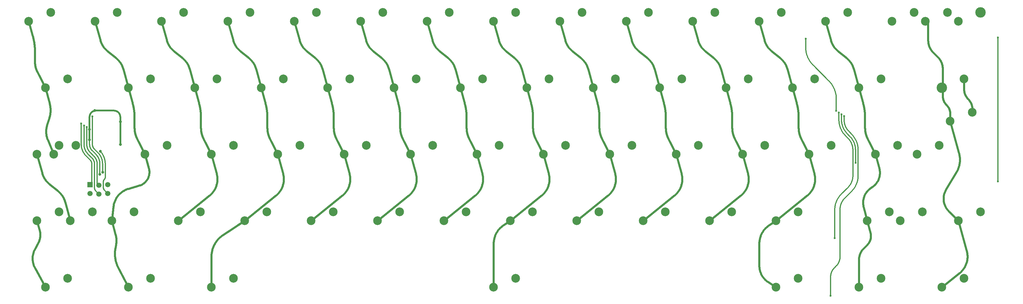
<source format=gbr>
%TF.GenerationSoftware,KiCad,Pcbnew,(5.99.0-13123-g97e9348ee1)*%
%TF.CreationDate,2021-12-06T14:10:22+03:00*%
%TF.ProjectId,Monoflex60,4d6f6e6f-666c-4657-9836-302e6b696361,rev?*%
%TF.SameCoordinates,Original*%
%TF.FileFunction,Copper,L1,Top*%
%TF.FilePolarity,Positive*%
%FSLAX46Y46*%
G04 Gerber Fmt 4.6, Leading zero omitted, Abs format (unit mm)*
G04 Created by KiCad (PCBNEW (5.99.0-13123-g97e9348ee1)) date 2021-12-06 14:10:22*
%MOMM*%
%LPD*%
G01*
G04 APERTURE LIST*
%TA.AperFunction,ComponentPad*%
%ADD10C,2.500000*%
%TD*%
%TA.AperFunction,ComponentPad*%
%ADD11C,3.000000*%
%TD*%
%TA.AperFunction,ComponentPad*%
%ADD12R,1.500000X1.500000*%
%TD*%
%TA.AperFunction,ComponentPad*%
%ADD13C,1.500000*%
%TD*%
%TA.AperFunction,ViaPad*%
%ADD14C,0.800000*%
%TD*%
%TA.AperFunction,ViaPad*%
%ADD15C,0.600000*%
%TD*%
%TA.AperFunction,Conductor*%
%ADD16C,0.550000*%
%TD*%
%TA.AperFunction,Conductor*%
%ADD17C,0.300000*%
%TD*%
%TA.AperFunction,Conductor*%
%ADD18C,0.600000*%
%TD*%
G04 APERTURE END LIST*
D10*
%TO.P,SW1,1,Col*%
%TO.N,Col0*%
X61277500Y-89535000D03*
%TO.P,SW1,2,Row*%
%TO.N,Net-(D1-Pad1)*%
X67627500Y-86995000D03*
%TD*%
%TO.P,SW3,1,Col*%
%TO.N,Col2*%
X99377500Y-89535000D03*
%TO.P,SW3,2,Row*%
%TO.N,Net-(D2-Pad1)*%
X105727500Y-86995000D03*
%TD*%
%TO.P,SW4,1,Col*%
%TO.N,Col3*%
X118427500Y-89535000D03*
%TO.P,SW4,2,Row*%
%TO.N,Net-(D2-Pad2)*%
X124777500Y-86995000D03*
%TD*%
%TO.P,SW5,1,Col*%
%TO.N,Col4*%
X137477500Y-89535000D03*
%TO.P,SW5,2,Row*%
%TO.N,Net-(D3-Pad1)*%
X143827500Y-86995000D03*
%TD*%
%TO.P,SW6,1,Col*%
%TO.N,Col5*%
X156527500Y-89535000D03*
%TO.P,SW6,2,Row*%
%TO.N,Net-(D3-Pad2)*%
X162877500Y-86995000D03*
%TD*%
%TO.P,SW7,1,Col*%
%TO.N,Col6*%
X175577500Y-89535000D03*
%TO.P,SW7,2,Row*%
%TO.N,Net-(D4-Pad1)*%
X181927500Y-86995000D03*
%TD*%
%TO.P,SW8,1,Col*%
%TO.N,Col7*%
X194627500Y-89535000D03*
%TO.P,SW8,2,Row*%
%TO.N,Net-(D4-Pad2)*%
X200977500Y-86995000D03*
%TD*%
%TO.P,SW9,1,Col*%
%TO.N,Col8*%
X213677500Y-89535000D03*
%TO.P,SW9,2,Row*%
%TO.N,Net-(D5-Pad1)*%
X220027500Y-86995000D03*
%TD*%
%TO.P,SW10,1,Col*%
%TO.N,Col9*%
X232727500Y-89535000D03*
%TO.P,SW10,2,Row*%
%TO.N,Net-(D5-Pad2)*%
X239077500Y-86995000D03*
%TD*%
%TO.P,SW11,1,Col*%
%TO.N,Col10*%
X251777500Y-89535000D03*
%TO.P,SW11,2,Row*%
%TO.N,Net-(D6-Pad1)*%
X258127500Y-86995000D03*
%TD*%
%TO.P,SW12,1,Col*%
%TO.N,Col11*%
X270827500Y-89535000D03*
%TO.P,SW12,2,Row*%
%TO.N,Net-(D6-Pad2)*%
X277177500Y-86995000D03*
%TD*%
%TO.P,SW13,1,Col*%
%TO.N,Col12*%
X289877500Y-89535000D03*
%TO.P,SW13,2,Row*%
%TO.N,Net-(D7-Pad1)*%
X296227500Y-86995000D03*
%TD*%
%TO.P,SW14,1,Col*%
%TO.N,Col13*%
X308927500Y-89535000D03*
%TO.P,SW14,2,Row*%
%TO.N,Net-(D7-Pad2)*%
X315277500Y-86995000D03*
%TD*%
%TO.P,SW16,1,Col*%
%TO.N,Col13*%
X327977500Y-89535000D03*
D11*
%TO.P,SW16,2,Row*%
%TO.N,Net-(D8-Pad2)*%
X334327500Y-86995000D03*
%TD*%
D10*
%TO.P,SW19,1,Col*%
%TO.N,Col2*%
X108902500Y-108585000D03*
%TO.P,SW19,2,Row*%
%TO.N,Net-(D10-Pad1)*%
X115252500Y-106045000D03*
%TD*%
%TO.P,SW20,1,Col*%
%TO.N,Col3*%
X127952500Y-108585000D03*
%TO.P,SW20,2,Row*%
%TO.N,Net-(D10-Pad2)*%
X134302500Y-106045000D03*
%TD*%
%TO.P,SW21,1,Col*%
%TO.N,Col4*%
X147002500Y-108585000D03*
%TO.P,SW21,2,Row*%
%TO.N,Net-(D11-Pad1)*%
X153352500Y-106045000D03*
%TD*%
%TO.P,SW22,1,Col*%
%TO.N,Col5*%
X166052500Y-108585000D03*
%TO.P,SW22,2,Row*%
%TO.N,Net-(D11-Pad2)*%
X172402500Y-106045000D03*
%TD*%
%TO.P,SW23,1,Col*%
%TO.N,Col6*%
X185102500Y-108585000D03*
%TO.P,SW23,2,Row*%
%TO.N,Net-(D12-Pad1)*%
X191452500Y-106045000D03*
%TD*%
%TO.P,SW24,1,Col*%
%TO.N,Col7*%
X204152500Y-108585000D03*
%TO.P,SW24,2,Row*%
%TO.N,Net-(D12-Pad2)*%
X210502500Y-106045000D03*
%TD*%
%TO.P,SW25,1,Col*%
%TO.N,Col8*%
X223202500Y-108585000D03*
%TO.P,SW25,2,Row*%
%TO.N,Net-(D13-Pad1)*%
X229552500Y-106045000D03*
%TD*%
%TO.P,SW26,1,Col*%
%TO.N,Col9*%
X242252500Y-108585000D03*
%TO.P,SW26,2,Row*%
%TO.N,Net-(D13-Pad2)*%
X248602500Y-106045000D03*
%TD*%
%TO.P,SW27,1,Col*%
%TO.N,Col10*%
X261302500Y-108585000D03*
%TO.P,SW27,2,Row*%
%TO.N,Net-(D14-Pad1)*%
X267652500Y-106045000D03*
%TD*%
%TO.P,SW28,1,Col*%
%TO.N,Col11*%
X280352500Y-108585000D03*
%TO.P,SW28,2,Row*%
%TO.N,Net-(D14-Pad2)*%
X286702500Y-106045000D03*
%TD*%
%TO.P,SW29,1,Col*%
%TO.N,Col12*%
X299402500Y-108585000D03*
%TO.P,SW29,2,Row*%
%TO.N,Net-(D15-Pad1)*%
X305752500Y-106045000D03*
%TD*%
D11*
%TO.P,SW30,1,Col*%
%TO.N,Col13*%
X323215000Y-108585000D03*
D10*
%TO.P,SW30,2,Row*%
%TO.N,Net-(D15-Pad2)*%
X329565000Y-106045000D03*
%TD*%
%TO.P,SW34,1,Col*%
%TO.N,Col2*%
X113665000Y-127635000D03*
%TO.P,SW34,2,Row*%
%TO.N,Net-(D16-Pad2)*%
X120015000Y-125095000D03*
%TD*%
%TO.P,SW35,1,Col*%
%TO.N,Col3*%
X132715000Y-127635000D03*
%TO.P,SW35,2,Row*%
%TO.N,Net-(D17-Pad1)*%
X139065000Y-125095000D03*
%TD*%
%TO.P,SW36,1,Col*%
%TO.N,Col4*%
X151765000Y-127635000D03*
%TO.P,SW36,2,Row*%
%TO.N,Net-(D17-Pad2)*%
X158115000Y-125095000D03*
%TD*%
%TO.P,SW37,1,Col*%
%TO.N,Col5*%
X170815000Y-127635000D03*
%TO.P,SW37,2,Row*%
%TO.N,Net-(D18-Pad1)*%
X177165000Y-125095000D03*
%TD*%
%TO.P,SW38,1,Col*%
%TO.N,Col6*%
X189865000Y-127635000D03*
%TO.P,SW38,2,Row*%
%TO.N,Net-(D18-Pad2)*%
X196215000Y-125095000D03*
%TD*%
%TO.P,SW39,1,Col*%
%TO.N,Col7*%
X208915000Y-127635000D03*
%TO.P,SW39,2,Row*%
%TO.N,Net-(D19-Pad1)*%
X215265000Y-125095000D03*
%TD*%
%TO.P,SW40,1,Col*%
%TO.N,Col8*%
X227965000Y-127635000D03*
%TO.P,SW40,2,Row*%
%TO.N,Net-(D19-Pad2)*%
X234315000Y-125095000D03*
%TD*%
%TO.P,SW41,1,Col*%
%TO.N,Col9*%
X247015000Y-127635000D03*
%TO.P,SW41,2,Row*%
%TO.N,Net-(D20-Pad1)*%
X253365000Y-125095000D03*
%TD*%
%TO.P,SW42,1,Col*%
%TO.N,Col10*%
X266065000Y-127635000D03*
%TO.P,SW42,2,Row*%
%TO.N,Net-(D20-Pad2)*%
X272415000Y-125095000D03*
%TD*%
%TO.P,SW43,1,Col*%
%TO.N,Col11*%
X285115000Y-127635000D03*
%TO.P,SW43,2,Row*%
%TO.N,Net-(D21-Pad1)*%
X291465000Y-125095000D03*
%TD*%
%TO.P,SW44,1,Col*%
%TO.N,Col12*%
X304165000Y-127635000D03*
%TO.P,SW44,2,Row*%
%TO.N,Net-(D21-Pad2)*%
X310515000Y-125095000D03*
%TD*%
%TO.P,SW47,1,Col*%
%TO.N,Col0*%
X63658750Y-146685000D03*
%TO.P,SW47,2,Row*%
%TO.N,Net-(D23-Pad1)*%
X70008750Y-144145000D03*
%TD*%
%TO.P,SW48,1,Col*%
%TO.N,Col0*%
X73183750Y-146685000D03*
%TO.P,SW48,2,Row*%
%TO.N,Net-(D23-Pad1)*%
X79533750Y-144145000D03*
%TD*%
%TO.P,SW49,1,Col*%
%TO.N,Col1*%
X85090000Y-146685000D03*
%TO.P,SW49,2,Row*%
%TO.N,Net-(D23-Pad2)*%
X91440000Y-144145000D03*
%TD*%
%TO.P,SW50,1,Col*%
%TO.N,Col2*%
X104140000Y-146685000D03*
%TO.P,SW50,2,Row*%
%TO.N,Net-(D24-Pad1)*%
X110490000Y-144145000D03*
%TD*%
%TO.P,SW51,1,Col*%
%TO.N,Col3*%
X123190000Y-146685000D03*
%TO.P,SW51,2,Row*%
%TO.N,Net-(D24-Pad2)*%
X129540000Y-144145000D03*
%TD*%
%TO.P,SW52,1,Col*%
%TO.N,Col4*%
X142240000Y-146685000D03*
%TO.P,SW52,2,Row*%
%TO.N,Net-(D25-Pad1)*%
X148590000Y-144145000D03*
%TD*%
%TO.P,SW53,1,Col*%
%TO.N,Col5*%
X161290000Y-146685000D03*
%TO.P,SW53,2,Row*%
%TO.N,Net-(D25-Pad2)*%
X167640000Y-144145000D03*
%TD*%
%TO.P,SW54,1,Col*%
%TO.N,Col6*%
X180340000Y-146685000D03*
%TO.P,SW54,2,Row*%
%TO.N,Net-(D26-Pad1)*%
X186690000Y-144145000D03*
%TD*%
%TO.P,SW55,1,Col*%
%TO.N,Col7*%
X199390000Y-146685000D03*
%TO.P,SW55,2,Row*%
%TO.N,Net-(D26-Pad2)*%
X205740000Y-144145000D03*
%TD*%
%TO.P,SW56,1,Col*%
%TO.N,Col8*%
X218440000Y-146685000D03*
%TO.P,SW56,2,Row*%
%TO.N,Net-(D27-Pad1)*%
X224790000Y-144145000D03*
%TD*%
%TO.P,SW57,1,Col*%
%TO.N,Col9*%
X237490000Y-146685000D03*
%TO.P,SW57,2,Row*%
%TO.N,Net-(D27-Pad2)*%
X243840000Y-144145000D03*
%TD*%
%TO.P,SW58,1,Col*%
%TO.N,Col10*%
X256540000Y-146685000D03*
%TO.P,SW58,2,Row*%
%TO.N,Net-(D28-Pad1)*%
X262890000Y-144145000D03*
%TD*%
%TO.P,SW59,1,Col*%
%TO.N,Col11*%
X275590000Y-146685000D03*
%TO.P,SW59,2,Row*%
%TO.N,Net-(D28-Pad2)*%
X281940000Y-144145000D03*
%TD*%
%TO.P,SW60,1,Col*%
%TO.N,Col12*%
X301783750Y-146685000D03*
%TO.P,SW60,2,Row*%
%TO.N,Net-(D29-Pad1)*%
X308133750Y-144145000D03*
%TD*%
%TO.P,SW61,1,Col*%
%TO.N,Col12*%
X311308750Y-146685000D03*
%TO.P,SW61,2,Row*%
%TO.N,Net-(D29-Pad1)*%
X317658750Y-144145000D03*
%TD*%
%TO.P,SW62,1,Col*%
%TO.N,Col13*%
X327977500Y-146685000D03*
%TO.P,SW62,2,Row*%
%TO.N,Net-(D29-Pad2)*%
X334327500Y-144145000D03*
%TD*%
%TO.P,SW63,1,Col*%
%TO.N,Col0*%
X66040000Y-165735000D03*
%TO.P,SW63,2,Row*%
%TO.N,Net-(D30-Pad2)*%
X72390000Y-163195000D03*
%TD*%
%TO.P,SW64,1,Col*%
%TO.N,Col1*%
X89852500Y-165735000D03*
%TO.P,SW64,2,Row*%
%TO.N,Net-(D31-Pad1)*%
X96202500Y-163195000D03*
%TD*%
%TO.P,SW65,1,Col*%
%TO.N,Col3*%
X113665000Y-165735000D03*
%TO.P,SW65,2,Row*%
%TO.N,Net-(D31-Pad2)*%
X120015000Y-163195000D03*
%TD*%
%TO.P,SW67,1,Col*%
%TO.N,Col11*%
X275590000Y-165735000D03*
%TO.P,SW67,2,Row*%
%TO.N,Net-(D33-Pad1)*%
X281940000Y-163195000D03*
%TD*%
%TO.P,SW68,1,Col*%
%TO.N,Col12*%
X299402500Y-165735000D03*
%TO.P,SW68,2,Row*%
%TO.N,Net-(D33-Pad2)*%
X305752500Y-163195000D03*
%TD*%
%TO.P,SW69,1,Col*%
%TO.N,Col13*%
X323215000Y-165735000D03*
%TO.P,SW69,2,Row*%
%TO.N,Net-(D34-Pad2)*%
X329565000Y-163195000D03*
%TD*%
%TO.P,SW2,1,Col*%
%TO.N,Col1*%
X80327500Y-89535000D03*
%TO.P,SW2,2,Row*%
%TO.N,Net-(D1-Pad2)*%
X86677500Y-86995000D03*
%TD*%
%TO.P,SW18,1,Col*%
%TO.N,Col1*%
X89852500Y-108585000D03*
%TO.P,SW18,2,Row*%
%TO.N,Net-(D9-Pad2)*%
X96202500Y-106045000D03*
%TD*%
%TO.P,SW32,1,Col*%
%TO.N,Col0*%
X68421250Y-127635000D03*
%TO.P,SW32,2,Row*%
%TO.N,Net-(D22-Pad2)*%
X74771250Y-125095000D03*
%TD*%
%TO.P,SW66,1,Col*%
%TO.N,Col7*%
X194627500Y-165735000D03*
%TO.P,SW66,2,Row*%
%TO.N,Net-(D32-Pad2)*%
X200977500Y-163195000D03*
%TD*%
%TO.P,SW45,1,Col*%
%TO.N,Col12*%
X316071250Y-127635000D03*
%TO.P,SW45,2,Row*%
%TO.N,Net-(D21-Pad2)*%
X322421250Y-125095000D03*
%TD*%
%TO.P,SW31,1,Col*%
%TO.N,Col0*%
X63658750Y-127635000D03*
%TO.P,SW31,2,Row*%
%TO.N,Net-(D22-Pad2)*%
X70008750Y-125095000D03*
%TD*%
%TO.P,SW15,1,Col*%
%TO.N,Col13*%
X318452500Y-89535000D03*
%TO.P,SW15,2,Row*%
%TO.N,Net-(D7-Pad2)*%
X324802500Y-86995000D03*
%TD*%
%TO.P,SW33,1,Col*%
%TO.N,Col1*%
X94615000Y-127635000D03*
%TO.P,SW33,2,Row*%
%TO.N,Net-(D16-Pad1)*%
X100965000Y-125095000D03*
%TD*%
%TO.P,SW17,1,Col*%
%TO.N,Col0*%
X66040000Y-108585000D03*
%TO.P,SW17,2,Row*%
%TO.N,Net-(D9-Pad1)*%
X72390000Y-106045000D03*
%TD*%
%TO.P,SW46,1,Col*%
%TO.N,Col13*%
X325596250Y-118110000D03*
%TO.P,SW46,2,Row*%
%TO.N,Net-(D15-Pad2)*%
X331946250Y-115570000D03*
%TD*%
D12*
%TO.P,J2,1,Pin_1*%
%TO.N,MISO*%
X78882240Y-136357360D03*
D13*
%TO.P,J2,2,Pin_2*%
%TO.N,+5V*%
X78882240Y-138897360D03*
%TO.P,J2,3,Pin_3*%
%TO.N,SCLK*%
X81422240Y-136484360D03*
%TO.P,J2,4,Pin_4*%
%TO.N,MOSI*%
X81422240Y-139024360D03*
%TO.P,J2,5,Pin_5*%
%TO.N,RST*%
X83962240Y-136357360D03*
%TO.P,J2,6,Pin_6*%
%TO.N,GND*%
X83962240Y-138897360D03*
%TD*%
D14*
%TO.N,+5V*%
X78732120Y-120526460D03*
X87544580Y-124782300D03*
X87544580Y-118295800D03*
X81692648Y-133371692D03*
X78734400Y-123474480D03*
X80252240Y-115125157D03*
%TO.N,GND*%
X81819932Y-126757248D03*
D15*
%TO.N,MOSI*%
X77142963Y-119369160D03*
%TO.N,SCLK*%
X77927120Y-119869160D03*
%TO.N,MISO*%
X76358806Y-118789160D03*
D14*
%TO.N,RST*%
X82462658Y-132756622D03*
D15*
X79568040Y-116809520D03*
%TO.N,Row0*%
X292937815Y-115198951D03*
X284162500Y-94525000D03*
%TO.N,Row2*%
X339260180Y-94211140D03*
X298450000Y-130070860D03*
X339260180Y-135415020D03*
X294436754Y-116198971D03*
%TO.N,Row3*%
X293686744Y-115698961D03*
X292496875Y-151675000D03*
%TO.N,Row4*%
X291306250Y-168168320D03*
X295186073Y-116698981D03*
%TO.N,Col2*%
X111551082Y-123462418D03*
%TO.N,Col3*%
X130339505Y-122939739D03*
%TO.N,Col4*%
X149197070Y-122488352D03*
%TO.N,Col5*%
X168060527Y-121929910D03*
%TO.N,Col6*%
X186993033Y-121453490D03*
%TO.N,Col7*%
X205960732Y-120969748D03*
%TO.N,Col8*%
X224959031Y-120429021D03*
%TO.N,Col9*%
X244002560Y-119969011D03*
%TO.N,Col10*%
X263052560Y-119469001D03*
%TO.N,Col11*%
X282102560Y-118968991D03*
%TO.N,Col12*%
X301152560Y-118468981D03*
%TD*%
D16*
%TO.N,+5V*%
X78766910Y-116584897D02*
X78776114Y-116541421D01*
D17*
X81634713Y-129756289D02*
X81650055Y-129851644D01*
D16*
X86698575Y-115406074D02*
X86735825Y-115430308D01*
X87544580Y-118295800D02*
X87544580Y-116939860D01*
X80323458Y-115138773D02*
X80279423Y-115144753D01*
D17*
X81692648Y-130429054D02*
X81692648Y-133371692D01*
X81132785Y-128405972D02*
X81181418Y-128489415D01*
X79406782Y-126512150D02*
X79448577Y-126554983D01*
D16*
X87161346Y-115825883D02*
X87188254Y-115861250D01*
X78740838Y-116760664D02*
X78745736Y-116716495D01*
X78925454Y-116124045D02*
X78945920Y-116084599D01*
D17*
X78822725Y-125481146D02*
X78839393Y-125538623D01*
D16*
X87133578Y-115791188D02*
X87161346Y-115825883D01*
D17*
X79250485Y-126330958D02*
X79287880Y-126377681D01*
D16*
X87539673Y-116806659D02*
X87542398Y-116851015D01*
X79576403Y-115406073D02*
X79539153Y-115430307D01*
D17*
X81550100Y-129379493D02*
X81574715Y-129472885D01*
X81523200Y-129286734D02*
X81550100Y-129379493D01*
D16*
X87423252Y-116288211D02*
X87438735Y-116329866D01*
X86212803Y-115190746D02*
X86255483Y-115203123D01*
X86463631Y-115280493D02*
X86504033Y-115298999D01*
X87351244Y-116125766D02*
X87370736Y-116165702D01*
D17*
X78857467Y-125595673D02*
X78876935Y-125652263D01*
D16*
X79466493Y-115481480D02*
X79431126Y-115508388D01*
X79770945Y-115298998D02*
X79731009Y-115318490D01*
X86083119Y-115159948D02*
X86126594Y-115169152D01*
D17*
X81663053Y-129947347D02*
X81673699Y-130043339D01*
D16*
X87500584Y-116543141D02*
X87509788Y-116586617D01*
X80105148Y-115179419D02*
X80062176Y-115190745D01*
X79296578Y-115624450D02*
X79264772Y-115655486D01*
D17*
X78807473Y-125423277D02*
X78822725Y-125481146D01*
X78876935Y-125652263D02*
X78897786Y-125708357D01*
D16*
X85818721Y-115127338D02*
X85863077Y-115130063D01*
X87188254Y-115861250D02*
X87214287Y-115897266D01*
X87045284Y-115691335D02*
X87075529Y-115723894D01*
D17*
X79214249Y-126283332D02*
X79250485Y-126330958D01*
D16*
X87542398Y-116851015D02*
X87544034Y-116895424D01*
D17*
X79326410Y-126423473D02*
X79366052Y-126468304D01*
D16*
X80367627Y-115133874D02*
X80323458Y-115138773D01*
X78905962Y-116163982D02*
X78925454Y-116124045D01*
X78853446Y-116286491D02*
X78869947Y-116245229D01*
D17*
X79051173Y-126032666D02*
X79081307Y-126084370D01*
X78897786Y-125708357D02*
X78920007Y-125763924D01*
D16*
X80235548Y-115151813D02*
X80191860Y-115159947D01*
X87389242Y-116206105D02*
X87406751Y-116246949D01*
X86808485Y-115481481D02*
X86843852Y-115508389D01*
X80545103Y-115125157D02*
X80500667Y-115125701D01*
X79264772Y-115655486D02*
X79262450Y-115657809D01*
X86843852Y-115508389D02*
X86878547Y-115536157D01*
X86978400Y-115624451D02*
X87010207Y-115655487D01*
X80545103Y-115125157D02*
X85729877Y-115125157D01*
D17*
X78737336Y-124950450D02*
X78741005Y-125010182D01*
D16*
X85863077Y-115130063D02*
X85907352Y-115133875D01*
D17*
X78734400Y-123474480D02*
X78734400Y-124830806D01*
D16*
X80148384Y-115169151D02*
X80105148Y-115179419D01*
X78823506Y-116370168D02*
X78837963Y-116328146D01*
D17*
X78741005Y-125010182D02*
X78746140Y-125069806D01*
X81650055Y-129851644D02*
X81663053Y-129947347D01*
D16*
X86878547Y-115536157D02*
X86912550Y-115564769D01*
X79691563Y-115338956D02*
X79652631Y-115360384D01*
X86422786Y-115262985D02*
X86463631Y-115280493D01*
D17*
X80859755Y-128008013D02*
X80918236Y-128084875D01*
X81314829Y-128746552D02*
X81355048Y-128834360D01*
D16*
X79811348Y-115280492D02*
X79770945Y-115298998D01*
X78869947Y-116245229D02*
X78887456Y-116204385D01*
X86381524Y-115246484D02*
X86422786Y-115262985D01*
D17*
X78839393Y-125538623D02*
X78857467Y-125595673D01*
D16*
X78989724Y-116007273D02*
X79013037Y-115969440D01*
X79614236Y-115382760D02*
X79576403Y-115406073D01*
X87104966Y-115757185D02*
X87133578Y-115791188D01*
D17*
X81691462Y-130332480D02*
X81692648Y-130429054D01*
D16*
X79396431Y-115536156D02*
X79362427Y-115564767D01*
X78732664Y-116893704D02*
X78734300Y-116849295D01*
X87509788Y-116586617D02*
X87517922Y-116630305D01*
X87330778Y-116086320D02*
X87351244Y-116125766D01*
X79977131Y-115216543D02*
X79935109Y-115230999D01*
X86583416Y-115338957D02*
X86622348Y-115360385D01*
D17*
X81462613Y-129103335D02*
X81494032Y-129194663D01*
X78735133Y-124890646D02*
X78737336Y-124950450D01*
D16*
X78745736Y-116716495D02*
X78751717Y-116672460D01*
X87524981Y-116674180D02*
X87530962Y-116718215D01*
D17*
X78752736Y-125129286D02*
X78760790Y-125188586D01*
D16*
X78734300Y-116849295D02*
X78737025Y-116804939D01*
X78887456Y-116204385D02*
X78905962Y-116163982D01*
D17*
X81428963Y-129012805D02*
X81462613Y-129103335D01*
D16*
X79115352Y-115824163D02*
X79143120Y-115789468D01*
X86945841Y-115594206D02*
X86978400Y-115624451D01*
X78732120Y-116938140D02*
X78732664Y-116893704D01*
D17*
X79179192Y-126234830D02*
X79214249Y-126283332D01*
X81617034Y-129661340D02*
X81634713Y-129756289D01*
X81393101Y-128923129D02*
X81428963Y-129012805D01*
D16*
X78751717Y-116672460D02*
X78758776Y-116628585D01*
D17*
X78994756Y-125927117D02*
X79022316Y-125980238D01*
D16*
X87544034Y-116895424D02*
X87544580Y-116939860D01*
D17*
X79287880Y-126377681D02*
X79326410Y-126423473D01*
D16*
X80019495Y-115203122D02*
X79977131Y-115216543D01*
X80411902Y-115130062D02*
X80367627Y-115133874D01*
D17*
X81227988Y-128574027D02*
X81272467Y-128659756D01*
D16*
X86255483Y-115203123D02*
X86297847Y-115216544D01*
X79201169Y-115722173D02*
X79231414Y-115689615D01*
X86297847Y-115216544D02*
X86339869Y-115231000D01*
X79362427Y-115564767D02*
X79329136Y-115594205D01*
X80456258Y-115127337D02*
X80411902Y-115130062D01*
X87544580Y-124782300D02*
X87544580Y-118295800D01*
X87075529Y-115723894D02*
X87104966Y-115757185D01*
X79893454Y-115246483D02*
X79852192Y-115262984D01*
D17*
X78734400Y-124830806D02*
X78735133Y-124890646D01*
X81574715Y-129472885D02*
X81597031Y-129566853D01*
X80918236Y-128084875D02*
X80974813Y-128163150D01*
X79145336Y-126185483D02*
X79179192Y-126234830D01*
D16*
X78810085Y-116412532D02*
X78823506Y-116370168D01*
X78967347Y-116045668D02*
X78989724Y-116007273D01*
X85774312Y-115125702D02*
X85818721Y-115127338D01*
X79329136Y-115594205D02*
X79296578Y-115624450D01*
D17*
X78770297Y-125247671D02*
X78781251Y-125306505D01*
X79448577Y-126554983D02*
X80540063Y-127646469D01*
D16*
X86735825Y-115430308D02*
X86772469Y-115455448D01*
X86912550Y-115564769D02*
X86945841Y-115594206D01*
X87466612Y-116414252D02*
X87478990Y-116456933D01*
D17*
X80974813Y-128163150D02*
X81029452Y-128242790D01*
D16*
X79088443Y-115859529D02*
X79115352Y-115824163D01*
X78797708Y-116455213D02*
X78810085Y-116412532D01*
D17*
X78943586Y-125818928D02*
X78968507Y-125873337D01*
D16*
X87286974Y-116008993D02*
X87309350Y-116047388D01*
X79231414Y-115689615D02*
X79262450Y-115657809D01*
X86504033Y-115298999D02*
X86543970Y-115318491D01*
X87239427Y-115933910D02*
X87263661Y-115971160D01*
X87370736Y-116165702D02*
X87389242Y-116206105D01*
D17*
X81181418Y-128489415D02*
X81227988Y-128574027D01*
D16*
X87438735Y-116329866D02*
X87453192Y-116371888D01*
X87014249Y-115659529D02*
X87045284Y-115691335D01*
D17*
X81494032Y-129194663D02*
X81523200Y-129286734D01*
D16*
X86660742Y-115382762D02*
X86698575Y-115406074D01*
D17*
X78968507Y-125873337D02*
X78994756Y-125927117D01*
D16*
X87535860Y-116762384D02*
X87539673Y-116806659D01*
D17*
X79022316Y-125980238D02*
X79051173Y-126032666D01*
D16*
X87453192Y-116371888D02*
X87466612Y-116414252D01*
D17*
X79081307Y-126084370D02*
X79112701Y-126135320D01*
D16*
X79935109Y-115230999D02*
X79893454Y-115246483D01*
X80500667Y-115125701D02*
X80456258Y-115127337D01*
X78776114Y-116541421D02*
X78786382Y-116498185D01*
X78732120Y-120526460D02*
X78732120Y-116938140D01*
X87214287Y-115897266D02*
X87239427Y-115933910D01*
X87010207Y-115655487D02*
X87014249Y-115659529D01*
X78758776Y-116628585D02*
X78766910Y-116584897D01*
D17*
X78920007Y-125763924D02*
X78943586Y-125818928D01*
X81687907Y-130235964D02*
X81691462Y-130332480D01*
X80540063Y-127646469D02*
X80607513Y-127715594D01*
D16*
X79502509Y-115455447D02*
X79466493Y-115481480D01*
D17*
X78760790Y-125188586D02*
X78770297Y-125247671D01*
D16*
X85729877Y-115125157D02*
X85774312Y-115125702D01*
D17*
X81272467Y-128659756D02*
X81314829Y-128746552D01*
D16*
X86772469Y-115455448D02*
X86808485Y-115481481D01*
X87478990Y-116456933D02*
X87490316Y-116499905D01*
X86543970Y-115318491D02*
X86583416Y-115338957D01*
X78734400Y-120528740D02*
X78732120Y-120526460D01*
D17*
X81597031Y-129566853D02*
X81617034Y-129661340D01*
D16*
X78837963Y-116328146D02*
X78853446Y-116286491D01*
X79171731Y-115755464D02*
X79201169Y-115722173D01*
X79731009Y-115318490D02*
X79691563Y-115338956D01*
D17*
X81082120Y-128323747D02*
X81132785Y-128405972D01*
D16*
X79013037Y-115969440D02*
X79037270Y-115932190D01*
D17*
X80673246Y-127786355D02*
X80737223Y-127858707D01*
X81029452Y-128242790D02*
X81082120Y-128323747D01*
X78793645Y-125365052D02*
X78807473Y-125423277D01*
D16*
X86169831Y-115179420D02*
X86212803Y-115190746D01*
X78786382Y-116498185D02*
X78797708Y-116455213D01*
X79037270Y-115932190D02*
X79062411Y-115895546D01*
X78737025Y-116804939D02*
X78740838Y-116760664D01*
D17*
X81681985Y-130139564D02*
X81687907Y-130235964D01*
X81355048Y-128834360D02*
X81393101Y-128923129D01*
X79366052Y-126468304D02*
X79406782Y-126512150D01*
D16*
X78945920Y-116084599D02*
X78967347Y-116045668D01*
X85907352Y-115133875D02*
X85951521Y-115138774D01*
D17*
X81673699Y-130043339D02*
X81681985Y-130139564D01*
D16*
X85995556Y-115144754D02*
X86039430Y-115151814D01*
X86339869Y-115231000D02*
X86381524Y-115246484D01*
X79062411Y-115895546D02*
X79088443Y-115859529D01*
X79852192Y-115262984D02*
X79811348Y-115280492D01*
X80191860Y-115159947D02*
X80148384Y-115169151D01*
X79652631Y-115360384D02*
X79614236Y-115382760D01*
X86126594Y-115169152D02*
X86169831Y-115179420D01*
X80279423Y-115144753D02*
X80235548Y-115151813D01*
X80062176Y-115190745D02*
X80019495Y-115203122D01*
X87530962Y-116718215D02*
X87535860Y-116762384D01*
D17*
X80799405Y-127932608D02*
X80859755Y-128008013D01*
D16*
X87517922Y-116630305D02*
X87524981Y-116674180D01*
X85951521Y-115138774D02*
X85995556Y-115144754D01*
D17*
X78746140Y-125069806D02*
X78752736Y-125129286D01*
X80737223Y-127858707D02*
X80799405Y-127932608D01*
X78781251Y-125306505D02*
X78793645Y-125365052D01*
D16*
X79431126Y-115508388D02*
X79396431Y-115536156D01*
X87490316Y-116499905D02*
X87500584Y-116543141D01*
X86039430Y-115151814D02*
X86083119Y-115159948D01*
X86622348Y-115360385D02*
X86660742Y-115382762D01*
D17*
X80607513Y-127715594D02*
X80673246Y-127786355D01*
D16*
X79143120Y-115789468D02*
X79171731Y-115755464D01*
X87309350Y-116047388D02*
X87330778Y-116086320D01*
D17*
X79112701Y-126135320D02*
X79145336Y-126185483D01*
D16*
X78734400Y-123474480D02*
X78734400Y-120528740D01*
X87263661Y-115971160D02*
X87286974Y-116008993D01*
X79539153Y-115430307D02*
X79502509Y-115455447D01*
X87406751Y-116246949D02*
X87423252Y-116288211D01*
D17*
%TO.N,GND*%
X83214992Y-134370779D02*
X83210316Y-134392865D01*
X83186241Y-134479862D02*
X83178897Y-134501209D01*
X82795797Y-137616529D02*
X82808135Y-137643464D01*
X82731846Y-135226751D02*
X82725558Y-135248433D01*
X83152694Y-129482495D02*
X83173872Y-129614119D01*
X82725558Y-135248433D02*
X82719805Y-135270263D01*
X83134451Y-134604892D02*
X83124055Y-134624930D01*
X82808135Y-137643464D02*
X82821129Y-137670088D01*
X83206509Y-129878729D02*
X83217947Y-130011555D01*
X82847256Y-134982737D02*
X82834945Y-135001660D01*
X83205100Y-134414829D02*
X83199346Y-134436659D01*
X82705305Y-137304479D02*
X82710011Y-137333729D01*
X82879518Y-137773158D02*
X82895674Y-137797992D01*
X82698052Y-137245677D02*
X82701317Y-137275122D01*
X82692240Y-137127360D02*
X82692603Y-137156983D01*
X83009342Y-134792130D02*
X82994388Y-134809042D01*
X83222710Y-134326297D02*
X83219124Y-134348586D01*
X81999662Y-126965144D02*
X82082967Y-127069230D01*
X82652662Y-127968876D02*
X82711137Y-128088685D01*
X83199346Y-134436659D02*
X83193059Y-134458341D01*
X82699156Y-135381164D02*
X82696668Y-135403602D01*
X82696668Y-135403602D02*
X82694731Y-135426094D01*
X82762802Y-137534021D02*
X82773124Y-137561791D01*
X82591264Y-127850539D02*
X82652662Y-127968876D01*
X83225748Y-134303928D02*
X83222710Y-134326297D01*
X83025103Y-137959708D02*
X83045793Y-137980913D01*
X83144353Y-134584604D02*
X83134451Y-134604892D01*
X82705781Y-135336506D02*
X82702195Y-135358795D01*
X83064877Y-134720969D02*
X83051652Y-134739265D01*
X82912434Y-137822421D02*
X82929789Y-137846432D01*
X82526980Y-127733743D02*
X82591264Y-127850539D01*
X82738664Y-135205230D02*
X82731846Y-135226751D01*
X82728415Y-137420662D02*
X82735966Y-137449310D01*
X83101802Y-134664212D02*
X83089959Y-134683431D01*
X83051652Y-134739265D02*
X83037983Y-134757231D01*
X82692603Y-137156983D02*
X82693694Y-137186589D01*
X81913828Y-126863134D02*
X81999662Y-126965144D01*
X83231029Y-130277849D02*
X83232667Y-130411157D01*
X83226122Y-130144622D02*
X83231029Y-130277849D01*
X82709913Y-135314312D02*
X82705781Y-135336506D01*
X82834945Y-135001660D02*
X82823102Y-135020880D01*
X83219124Y-134348586D02*
X83214992Y-134370779D01*
X82459850Y-127618560D02*
X82526980Y-127733743D01*
X82929789Y-137846432D02*
X82947728Y-137870009D01*
X82860027Y-134964122D02*
X82847256Y-134982737D01*
X83089959Y-134683431D02*
X83077648Y-134702354D01*
X82790453Y-135080200D02*
X82780551Y-135100488D01*
X82915562Y-134892961D02*
X82901027Y-134910234D01*
X83232667Y-134191333D02*
X83232389Y-134213906D01*
X82693347Y-135448626D02*
X82692516Y-135471186D01*
X83232667Y-130411157D02*
X83232667Y-134191333D01*
X82317211Y-127393310D02*
X82389913Y-127505060D01*
X83124055Y-134624930D02*
X83113169Y-134644707D01*
X82823102Y-135020880D02*
X82811735Y-135040384D01*
X83217947Y-130011555D02*
X83226122Y-130144622D01*
X82966240Y-137893139D02*
X82985314Y-137915808D01*
X82868683Y-128456214D02*
X82915134Y-128581177D01*
X82702195Y-135358795D02*
X82699156Y-135381164D01*
X82389913Y-127505060D02*
X82459850Y-127618560D01*
X82711137Y-128088685D02*
X82766654Y-128209893D01*
X83230173Y-134258998D02*
X83228236Y-134281490D01*
X82695510Y-137216160D02*
X82698052Y-137245677D01*
X82766654Y-128209893D02*
X82819180Y-128332427D01*
X83231558Y-134236466D02*
X83230173Y-134258998D01*
X83045793Y-137980913D02*
X83962240Y-138897360D01*
X82693694Y-137186589D02*
X82695510Y-137216160D01*
X82811735Y-135040384D02*
X82800849Y-135060161D01*
X83228236Y-134281490D02*
X83225748Y-134303928D01*
X82998766Y-128834336D02*
X83035897Y-128962378D01*
X83162649Y-134543330D02*
X83153754Y-134564079D01*
X82784125Y-137589299D02*
X82795797Y-137616529D01*
X82744217Y-137477764D02*
X82753164Y-137506007D01*
X82701317Y-137275122D02*
X82705305Y-137304479D01*
X83035897Y-128962378D02*
X83069875Y-129091293D01*
X82082967Y-127069230D02*
X82163692Y-127175329D01*
X83113169Y-134644707D02*
X83101802Y-134664212D01*
X82714588Y-135292227D02*
X82709913Y-135314312D01*
X82963258Y-134841740D02*
X82961647Y-134843352D01*
X82979023Y-134825582D02*
X82963258Y-134841740D01*
X81825517Y-126763261D02*
X81913828Y-126863134D01*
X82735966Y-137449310D02*
X82744217Y-137477764D01*
X82873251Y-134945826D02*
X82860027Y-134964122D01*
X82771150Y-135121012D02*
X82762256Y-135141761D01*
X83171031Y-134522369D02*
X83162649Y-134543330D01*
X82710011Y-137333729D02*
X82715434Y-137362854D01*
X83069875Y-129091293D02*
X83100680Y-129221003D01*
X82994388Y-134809042D02*
X82979023Y-134825582D01*
X83193059Y-134458341D02*
X83186241Y-134479862D01*
X82762256Y-135141761D02*
X82753873Y-135162722D01*
X82694731Y-135426094D02*
X82693347Y-135448626D01*
X82719805Y-135270263D02*
X82714588Y-135292227D01*
X83004939Y-137938002D02*
X83025103Y-137959708D01*
X83178897Y-134501209D02*
X83171031Y-134522369D01*
X83128291Y-129351430D02*
X83152694Y-129482495D01*
X82753873Y-135162722D02*
X82746008Y-135183883D01*
X81734781Y-126665585D02*
X81819932Y-126757248D01*
X82985314Y-137915808D02*
X83004939Y-137938002D01*
X83191814Y-129746224D02*
X83206509Y-129878729D01*
X82895674Y-137797992D02*
X82912434Y-137822421D01*
X82819180Y-128332427D02*
X82868683Y-128456214D01*
X83100680Y-129221003D02*
X83128291Y-129351430D01*
X82746008Y-135183883D02*
X82738664Y-135205230D01*
X82163692Y-127175329D02*
X82241789Y-127283377D01*
X83153754Y-134564079D02*
X83144353Y-134584604D01*
X83232389Y-134213906D02*
X83231558Y-134236466D01*
X82692516Y-135471186D02*
X82692240Y-135493760D01*
X82915134Y-128581177D02*
X82958503Y-128707243D01*
X83173872Y-129614119D02*
X83191814Y-129746224D01*
X81819932Y-126757248D02*
X81825517Y-126763261D01*
X82721570Y-137391838D02*
X82728415Y-137420662D01*
X82886921Y-134927860D02*
X82873251Y-134945826D01*
X83210316Y-134392865D02*
X83205100Y-134414829D01*
X83077648Y-134702354D02*
X83064877Y-134720969D01*
X83023877Y-134774856D02*
X83009342Y-134792130D01*
X82834773Y-137696385D02*
X82849058Y-137722340D01*
X82753164Y-137506007D02*
X82762802Y-137534021D01*
X82849058Y-137722340D02*
X82863976Y-137747936D01*
X83037983Y-134757231D02*
X83023877Y-134774856D01*
X82780551Y-135100488D02*
X82771150Y-135121012D01*
X82715434Y-137362854D02*
X82721570Y-137391838D01*
X82863976Y-137747936D02*
X82879518Y-137773158D01*
X82930516Y-134876049D02*
X82915562Y-134892961D01*
X82901027Y-134910234D02*
X82886921Y-134927860D01*
X82800849Y-135060161D02*
X82790453Y-135080200D01*
X82961647Y-134843352D02*
X82945880Y-134859509D01*
X82945880Y-134859509D02*
X82930516Y-134876049D01*
X82692240Y-137127360D02*
X82692240Y-135493760D01*
X82958503Y-128707243D02*
X82998766Y-128834336D01*
X82241789Y-127283377D02*
X82317211Y-127393310D01*
X82947728Y-137870009D02*
X82966240Y-137893139D01*
X82821129Y-137670088D02*
X82834773Y-137696385D01*
X82773124Y-137561791D02*
X82784125Y-137589299D01*
D18*
%TO.N,Net-(D15-Pad2)*%
X331946250Y-114684349D02*
X331945026Y-114584634D01*
X330424973Y-111436859D02*
X330487285Y-111514715D01*
X329565000Y-108937099D02*
X329565000Y-106045000D01*
X331941355Y-114484981D02*
X331935240Y-114385447D01*
X331673991Y-113222051D02*
X331636963Y-113129459D01*
X331926684Y-114286093D02*
X331915693Y-114186979D01*
X331146658Y-112263950D02*
X331086275Y-112184587D01*
X331086275Y-112184587D02*
X331023963Y-112106731D01*
X331261490Y-112426999D02*
X331205074Y-112344770D01*
X330893702Y-111955723D02*
X330825832Y-111882661D01*
X331902272Y-114088165D02*
X331886431Y-113989709D01*
X330092851Y-110939803D02*
X330143064Y-111025960D01*
X329569893Y-109136466D02*
X329576008Y-109236000D01*
X331023963Y-112106731D02*
X330959759Y-112030428D01*
X331636963Y-113129459D02*
X331597673Y-113037804D01*
X329802512Y-110305923D02*
X329837257Y-110399396D01*
X329595555Y-109434468D02*
X329608976Y-109533282D01*
X330685416Y-111738785D02*
X330755060Y-111810159D01*
X329686765Y-109924356D02*
X329712181Y-110020785D01*
X331741176Y-113409821D02*
X331708736Y-113315524D01*
X331205074Y-112344770D02*
X331146658Y-112263950D01*
X330143064Y-111025960D02*
X330195377Y-111110858D01*
X329608976Y-109533282D02*
X329624817Y-109631737D01*
X330487285Y-111514715D02*
X330551489Y-111591019D01*
X331708736Y-113315524D02*
X331673991Y-113222051D01*
X329565000Y-108937099D02*
X329566222Y-109036812D01*
X329837257Y-110399396D02*
X329874285Y-110491988D01*
X329663724Y-109827333D02*
X329686765Y-109924356D01*
X329624817Y-109631737D02*
X329643070Y-109729774D01*
X331512407Y-112857523D02*
X331466481Y-112769006D01*
X329643070Y-109729774D02*
X329663724Y-109827333D01*
X330249758Y-111194447D02*
X330306174Y-111276677D01*
X331597673Y-113037804D02*
X331556146Y-112947140D01*
X329770072Y-110211625D02*
X329802512Y-110305923D01*
X331915693Y-114186979D02*
X331902272Y-114088165D01*
X331945026Y-114584634D02*
X331941355Y-114484981D01*
X331556146Y-112947140D02*
X331512407Y-112857523D01*
X331824483Y-113697090D02*
X331799067Y-113600662D01*
X331418397Y-112681643D02*
X331368183Y-112595486D01*
X329739955Y-110116560D02*
X329770072Y-110211625D01*
X330959759Y-112030428D02*
X330893702Y-111955723D01*
X331946250Y-114684349D02*
X331946250Y-115570000D01*
X331368183Y-112595486D02*
X331315871Y-112510588D01*
X330551489Y-111591019D02*
X330617546Y-111665724D01*
X329584564Y-109335354D02*
X329595555Y-109434468D01*
X331771293Y-113504886D02*
X331741176Y-113409821D01*
X329955102Y-110674307D02*
X329998841Y-110763924D01*
X331315871Y-112510588D02*
X331261490Y-112426999D01*
X331799067Y-113600662D02*
X331771293Y-113504886D01*
X329913575Y-110583643D02*
X329955102Y-110674307D01*
X331935240Y-114385447D02*
X331926684Y-114286093D01*
X329874285Y-110491988D02*
X329913575Y-110583643D01*
X330825832Y-111882661D02*
X330756189Y-111811288D01*
X331466481Y-112769006D02*
X331418397Y-112681643D01*
X329566222Y-109036812D02*
X329569893Y-109136466D01*
X330306174Y-111276677D02*
X330364590Y-111357497D01*
X330195377Y-111110858D02*
X330249758Y-111194447D01*
X331847524Y-113794113D02*
X331824483Y-113697090D01*
X330044767Y-110852440D02*
X330092851Y-110939803D01*
X331868178Y-113891673D02*
X331847524Y-113794113D01*
X329998841Y-110763924D02*
X330044767Y-110852440D01*
X330755060Y-111810159D02*
X330756189Y-111811288D01*
X330364590Y-111357497D02*
X330424973Y-111436859D01*
X330617546Y-111665724D02*
X330685416Y-111738785D01*
X331886431Y-113989709D02*
X331868178Y-113891673D01*
X329576008Y-109236000D02*
X329584564Y-109335354D01*
X329712181Y-110020785D02*
X329739955Y-110116560D01*
D17*
%TO.N,MOSI*%
X77312410Y-125939603D02*
X77341578Y-126031675D01*
X77520781Y-126479786D02*
X77563143Y-126566581D01*
X80188803Y-137548051D02*
X80196354Y-137576699D01*
X80196354Y-137576699D02*
X80204605Y-137605153D01*
X80506182Y-138108302D02*
X81422240Y-139024360D01*
X80356062Y-137925381D02*
X80372823Y-137949810D01*
X77285510Y-125846844D02*
X77312410Y-125939603D01*
X79707834Y-129042924D02*
X79741690Y-129092271D01*
X80445703Y-138043197D02*
X80465328Y-138065391D01*
X78098386Y-127367629D02*
X78162363Y-127439982D01*
X80105775Y-129971249D02*
X80116729Y-130030083D01*
X77442509Y-126303208D02*
X77480562Y-126391977D01*
X78295547Y-127579869D02*
X79438450Y-128722772D01*
X80029559Y-129682081D02*
X80047632Y-129739132D01*
X80146020Y-130267572D02*
X80149690Y-130327304D01*
X80281518Y-137797477D02*
X80295162Y-137823774D01*
X77144148Y-124893858D02*
X77147703Y-124990374D01*
X77142963Y-124797285D02*
X77144148Y-124893858D01*
X77563143Y-126566581D02*
X77607622Y-126652310D01*
X80181958Y-137519227D02*
X80188803Y-137548051D01*
X77654192Y-126736922D02*
X77702824Y-126820365D01*
X77806158Y-126983547D02*
X77860797Y-127063186D01*
X80010091Y-129625492D02*
X80029559Y-129682081D01*
X80426629Y-138020529D02*
X80445703Y-138043197D01*
X80170399Y-137461118D02*
X80175822Y-137490243D01*
X77480562Y-126391977D02*
X77520781Y-126479786D01*
X77860797Y-127063186D02*
X77917374Y-127141461D01*
X80126235Y-130089168D02*
X80134289Y-130148468D01*
X77260895Y-125753452D02*
X77285510Y-125846844D01*
X77702824Y-126820365D02*
X77753490Y-126902590D01*
X77607622Y-126652310D02*
X77654192Y-126736922D01*
X79672777Y-128994422D02*
X79707834Y-129042924D01*
X80256186Y-137743918D02*
X80268523Y-137770853D01*
X80152628Y-130446949D02*
X80152628Y-137254749D01*
X80465328Y-138065391D02*
X80485491Y-138087097D01*
X79520974Y-128809450D02*
X79560616Y-128854282D01*
X77975855Y-127218324D02*
X78036205Y-127293729D01*
X78162363Y-127439982D02*
X78228097Y-127510742D01*
X78228097Y-127510742D02*
X78295547Y-127579869D01*
X80175822Y-137490243D02*
X80181958Y-137519227D01*
X80233513Y-137689180D02*
X80244513Y-137716688D01*
X78036205Y-127293729D02*
X78098386Y-127367629D01*
X77153625Y-125086773D02*
X77161911Y-125182998D01*
X79892270Y-129350637D02*
X79918519Y-129404418D01*
X79943440Y-129458827D02*
X79967018Y-129513831D01*
X80064300Y-129796608D02*
X80079553Y-129854477D01*
X79864709Y-129297516D02*
X79892270Y-129350637D01*
X79599146Y-128900073D02*
X79636541Y-128946796D01*
X79438450Y-128722772D02*
X79480244Y-128765604D01*
X77142963Y-119369160D02*
X77142963Y-124797285D01*
X80093380Y-129912702D02*
X80105775Y-129971249D01*
X80223190Y-137661410D02*
X80233513Y-137689180D01*
X80390178Y-137973821D02*
X80408117Y-137997398D01*
X77185555Y-125374694D02*
X77200897Y-125470048D01*
X77147703Y-124990374D02*
X77153625Y-125086773D01*
X77406647Y-126213532D02*
X77442509Y-126303208D01*
X80339906Y-137900547D02*
X80356062Y-137925381D01*
X80372823Y-137949810D02*
X80390178Y-137973821D01*
X77172557Y-125278991D02*
X77185555Y-125374694D01*
X80047632Y-129739132D02*
X80064300Y-129796608D01*
X79989240Y-129569397D02*
X80010091Y-129625492D01*
X77200897Y-125470048D02*
X77218576Y-125564998D01*
X79480244Y-128765604D02*
X79520974Y-128809450D01*
X80309447Y-137849729D02*
X80324365Y-137875325D01*
X80134289Y-130148468D02*
X80140886Y-130207948D01*
X77917374Y-127141461D02*
X77975855Y-127218324D01*
X77161911Y-125182998D02*
X77172557Y-125278991D01*
X80295162Y-137823774D02*
X80309447Y-137849729D01*
X77218576Y-125564998D02*
X77238579Y-125659485D01*
X80158440Y-137373066D02*
X80161705Y-137402511D01*
X77372996Y-126123003D02*
X77406647Y-126213532D01*
X79805719Y-129193384D02*
X79835853Y-129245088D01*
X79918519Y-129404418D02*
X79943440Y-129458827D01*
X77238579Y-125659485D02*
X77260895Y-125753452D01*
X80116729Y-130030083D02*
X80126235Y-130089168D01*
X79967018Y-129513831D02*
X79989240Y-129569397D01*
X80155898Y-137343549D02*
X80158440Y-137373066D01*
X79560616Y-128854282D02*
X79599146Y-128900073D01*
X80140886Y-130207948D02*
X80146020Y-130267572D01*
X77753490Y-126902590D02*
X77806158Y-126983547D01*
X80324365Y-137875325D02*
X80339906Y-137900547D01*
X80408117Y-137997398D02*
X80426629Y-138020529D01*
X80165692Y-137431868D02*
X80170399Y-137461118D01*
X80213553Y-137633396D02*
X80223190Y-137661410D01*
X79835853Y-129245088D02*
X79864709Y-129297516D01*
X80161705Y-137402511D02*
X80165692Y-137431868D01*
X79636541Y-128946796D02*
X79672777Y-128994422D01*
X80485491Y-138087097D02*
X80506182Y-138108302D01*
X79774325Y-129142435D02*
X79805719Y-129193384D01*
X80152990Y-137284372D02*
X80154081Y-137313978D01*
X80154081Y-137313978D02*
X80155898Y-137343549D01*
X80204605Y-137605153D02*
X80213553Y-137633396D01*
X80149690Y-130327304D02*
X80151893Y-130387108D01*
X80244513Y-137716688D02*
X80256186Y-137743918D01*
X80152628Y-137254749D02*
X80152990Y-137284372D01*
X77341578Y-126031675D02*
X77372996Y-126123003D01*
X80079553Y-129854477D02*
X80093380Y-129912702D01*
X80268523Y-137770853D02*
X80281518Y-137797477D01*
X80151893Y-130387108D02*
X80152628Y-130446949D01*
X79741690Y-129092271D02*
X79774325Y-129142435D01*
%TO.N,SCLK*%
X78341121Y-126373232D02*
X78380504Y-126440806D01*
X78169697Y-126022004D02*
X78200512Y-126093890D01*
X80898671Y-130047908D02*
X80907291Y-130125644D01*
X80582368Y-129005198D02*
X80616673Y-129075486D01*
X78508433Y-126637446D02*
X78554250Y-126700834D01*
X80918798Y-130281635D02*
X80921677Y-130359794D01*
X80097110Y-128297903D02*
X80148919Y-128356496D01*
X80385571Y-128667532D02*
X80428222Y-128733092D01*
X80785416Y-129512934D02*
X80807199Y-129588052D01*
X78860500Y-127055864D02*
X79989257Y-128184621D01*
X80907291Y-130125644D02*
X80914002Y-130203569D01*
X77942465Y-125114841D02*
X77951085Y-125192577D01*
X78554250Y-126700834D02*
X78601609Y-126763079D01*
X80341323Y-128603038D02*
X80385571Y-128667532D01*
X78601609Y-126763079D02*
X78650481Y-126824143D01*
X79989257Y-128184621D02*
X80043878Y-128240600D01*
X80807199Y-129588052D02*
X80827133Y-129663682D01*
X80921677Y-130359794D02*
X80922638Y-130438002D01*
X80709101Y-129291102D02*
X80736351Y-129364414D01*
X80861404Y-129816295D02*
X80875720Y-129893187D01*
X80827133Y-129663682D02*
X80845205Y-129739778D01*
X80922638Y-136568958D02*
X81219040Y-136865360D01*
X80616673Y-129075486D02*
X80649244Y-129146594D01*
X78267388Y-126235287D02*
X78303408Y-126304712D01*
X78042556Y-125652433D02*
X78064340Y-125727551D01*
X78421534Y-126507393D02*
X78464185Y-126572952D01*
X78022623Y-125576803D02*
X78042556Y-125652433D01*
X80914002Y-130203569D02*
X80918798Y-130281635D01*
X80546348Y-128935773D02*
X80582368Y-129005198D01*
X80736351Y-129364414D02*
X80761795Y-129438373D01*
X78805878Y-126999884D02*
X78860500Y-127055864D01*
X80295506Y-128539650D02*
X80341323Y-128603038D01*
X80649244Y-129146594D02*
X80680059Y-129218481D01*
X80043878Y-128240600D02*
X80097110Y-128297903D01*
X80875720Y-129893187D02*
X80888145Y-129970407D01*
X80761795Y-129438373D02*
X80785416Y-129512934D01*
X78303408Y-126304712D02*
X78341121Y-126373232D01*
X78464185Y-126572952D02*
X78508433Y-126637446D01*
X77961611Y-125270078D02*
X77974036Y-125347298D01*
X80680059Y-129218481D02*
X80709101Y-129291102D01*
X77928079Y-124880691D02*
X77930958Y-124958850D01*
X77927120Y-119869160D02*
X77927120Y-124802484D01*
X78752646Y-126942581D02*
X78805878Y-126999884D01*
X78380504Y-126440806D02*
X78421534Y-126507393D01*
X78004551Y-125500707D02*
X78022623Y-125576803D01*
X80508635Y-128867253D02*
X80546348Y-128935773D01*
X78200512Y-126093890D02*
X78233083Y-126164999D01*
X78700837Y-126883989D02*
X78752646Y-126942581D01*
X77951085Y-125192577D02*
X77961611Y-125270078D01*
X80845205Y-129739778D02*
X80861404Y-129816295D01*
X80199275Y-128416342D02*
X80248147Y-128477405D01*
X80248147Y-128477405D02*
X80295506Y-128539650D01*
X80428222Y-128733092D02*
X80469252Y-128799679D01*
X77988352Y-125424190D02*
X78004551Y-125500707D01*
X77935754Y-125036916D02*
X77942465Y-125114841D01*
X81295240Y-136484360D02*
X81422240Y-136484360D01*
X78113405Y-125876071D02*
X78140655Y-125949383D01*
X77927120Y-124802484D02*
X77928079Y-124880691D01*
X80469252Y-128799679D02*
X80508635Y-128867253D01*
X80922638Y-130438002D02*
X80922638Y-136111758D01*
X78087961Y-125802112D02*
X78113405Y-125876071D01*
X78064340Y-125727551D02*
X78087961Y-125802112D01*
X81219040Y-136865360D02*
X81422240Y-136865360D01*
X78650481Y-126824143D02*
X78700837Y-126883989D01*
X80148919Y-128356496D02*
X80199275Y-128416342D01*
X78140655Y-125949383D02*
X78169697Y-126022004D01*
X77974036Y-125347298D02*
X77988352Y-125424190D01*
X78233083Y-126164999D02*
X78267388Y-126235287D01*
X77930958Y-124958850D02*
X77935754Y-125036916D01*
X80922638Y-136111758D02*
X81295240Y-136484360D01*
X80888145Y-129970407D02*
X80898671Y-130047908D01*
%TO.N,MISO*%
X76358806Y-118789160D02*
X76358806Y-118789160D01*
X79369909Y-130249032D02*
X79364327Y-130207932D01*
X76358806Y-119873974D02*
X76358806Y-118789160D01*
X79253979Y-129809184D02*
X79237637Y-129771062D01*
X79382109Y-130414426D02*
X79380583Y-130372978D01*
X76858897Y-126897873D02*
X76808479Y-126794571D01*
X79364327Y-130207932D02*
X79357738Y-130166983D01*
X77350101Y-127673568D02*
X77280498Y-127582087D01*
X76808479Y-126794571D02*
X76760610Y-126690063D01*
X79380583Y-130372978D02*
X79378039Y-130331579D01*
X76632588Y-126369934D02*
X76595194Y-126261237D01*
X76528463Y-126041254D02*
X76499166Y-125930101D01*
X76715321Y-126584412D02*
X76672639Y-126477681D01*
X79097811Y-129517014D02*
X79074346Y-129482813D01*
X79378039Y-130331579D02*
X79374481Y-130290256D01*
X76760610Y-126690063D02*
X76715321Y-126584412D01*
X77730593Y-128103873D02*
X77650315Y-128021600D01*
X76409498Y-125479309D02*
X76394028Y-125365405D01*
X79297324Y-129925793D02*
X79283831Y-129886573D01*
X76595194Y-126261237D02*
X76560479Y-126151655D01*
X77025144Y-127199924D02*
X76967263Y-127100611D01*
X77495936Y-127851269D02*
X77421928Y-127763313D01*
X76672639Y-126477681D02*
X76632588Y-126369934D01*
X78972314Y-129352071D02*
X78944839Y-129320999D01*
X78882240Y-136357360D02*
X79382620Y-135856980D01*
X76381358Y-125251156D02*
X76371496Y-125136631D01*
X76967263Y-127100611D02*
X76911836Y-126999907D01*
X76371496Y-125136631D02*
X76364447Y-125021898D01*
X78887645Y-129260925D02*
X77730593Y-128103873D01*
X79309850Y-129965333D02*
X79297324Y-129925793D01*
X79024935Y-129416189D02*
X78999018Y-129383807D01*
X78944839Y-129320999D02*
X78916610Y-129290611D01*
X79237637Y-129771062D02*
X79220365Y-129733353D01*
X78999018Y-129383807D02*
X78972314Y-129352071D01*
X76448799Y-125705805D02*
X76427759Y-125592798D01*
X79269380Y-129847695D02*
X79253979Y-129809184D01*
X78882240Y-136611360D02*
X79382620Y-136110980D01*
X79331973Y-130045275D02*
X79321402Y-130005169D01*
X79382620Y-135856980D02*
X79382620Y-130455900D01*
X76427759Y-125592798D02*
X76409498Y-125479309D01*
X79341556Y-130085630D02*
X79331973Y-130045275D01*
X79163072Y-129622927D02*
X79142187Y-129587092D01*
X77572080Y-127937382D02*
X77495936Y-127851269D01*
X77280498Y-127582087D02*
X77213161Y-127488926D01*
X77421928Y-127763313D02*
X77350101Y-127673568D01*
X79120429Y-129551781D02*
X79097811Y-129517014D01*
X79202173Y-129696079D02*
X79183071Y-129659263D01*
X79220365Y-129733353D02*
X79202173Y-129696079D01*
X79321402Y-130005169D02*
X79309850Y-129965333D01*
X76560479Y-126151655D02*
X76528463Y-126041254D01*
X76358806Y-124792086D02*
X76358806Y-119873974D01*
X76364447Y-125021898D02*
X76360216Y-124907026D01*
X77148130Y-127394140D02*
X77085445Y-127297786D01*
X76360216Y-124907026D02*
X76358806Y-124792086D01*
X79050049Y-129449198D02*
X79024935Y-129416189D01*
X77650315Y-128021600D02*
X77572080Y-127937382D01*
X79374481Y-130290256D02*
X79369909Y-130249032D01*
X76911836Y-126999907D02*
X76858897Y-126897873D01*
X78916610Y-129290611D02*
X78887645Y-129260925D01*
X79382620Y-130455900D02*
X79382109Y-130414426D01*
X79142187Y-129587092D02*
X79120429Y-129551781D01*
X77085445Y-127297786D02*
X77025144Y-127199924D01*
X79357738Y-130166983D02*
X79350146Y-130126207D01*
X79283831Y-129886573D02*
X79269380Y-129847695D01*
X76472606Y-125818262D02*
X76448799Y-125705805D01*
X79183071Y-129659263D02*
X79163072Y-129622927D01*
X76499166Y-125930101D02*
X76472606Y-125818262D01*
X79074346Y-129482813D02*
X79050049Y-129449198D01*
X76394028Y-125365405D02*
X76381358Y-125251156D01*
X79350146Y-130126207D02*
X79341556Y-130085630D01*
X77213161Y-127488926D02*
X77148130Y-127394140D01*
%TO.N,RST*%
X82348857Y-129393928D02*
X82372664Y-129506385D01*
X79681278Y-125493691D02*
X79696679Y-125532203D01*
X79900609Y-125892188D02*
X79925723Y-125925197D01*
X81471362Y-127538622D02*
X81540965Y-127630103D01*
X79696679Y-125532203D02*
X79713021Y-125570324D01*
X79640808Y-125376054D02*
X79653334Y-125415593D01*
X79767586Y-125682123D02*
X79787586Y-125718460D01*
X82060852Y-128522127D02*
X82106142Y-128627779D01*
X81854200Y-128111579D02*
X81909627Y-128212283D01*
X82393704Y-129619393D02*
X82411965Y-129732882D01*
X79852847Y-125824372D02*
X79876312Y-125858573D01*
X79748485Y-125645307D02*
X79767586Y-125682123D01*
X82293000Y-129170936D02*
X82322297Y-129282089D01*
X79580749Y-125092355D02*
X79586331Y-125133454D01*
X79572618Y-125009808D02*
X79576177Y-125051131D01*
X79570075Y-124968409D02*
X79572618Y-125009808D01*
X79876312Y-125858573D02*
X79900609Y-125892188D01*
X79609102Y-125255757D02*
X79618685Y-125296111D01*
X79666827Y-125454814D02*
X79681278Y-125493691D01*
X80034048Y-126050775D02*
X80063014Y-126080462D01*
X81608302Y-127723264D02*
X81673333Y-127818050D01*
X82226269Y-128950953D02*
X82260984Y-129060535D01*
X81962565Y-128314317D02*
X82012984Y-128417619D01*
X79730293Y-125608033D02*
X79748485Y-125645307D01*
X82260984Y-129060535D02*
X82293000Y-129170936D01*
X79568548Y-124926961D02*
X79570075Y-124968409D01*
X82012984Y-128417619D02*
X82060852Y-128522127D01*
X81399535Y-127448876D02*
X81471362Y-127538622D01*
X79713021Y-125570324D02*
X79730293Y-125608033D01*
X81909627Y-128212283D02*
X81962565Y-128314317D01*
X82106142Y-128627779D02*
X82148824Y-128734510D01*
X82322297Y-129282089D02*
X82348857Y-129393928D01*
X82372664Y-129506385D02*
X82393704Y-129619393D01*
X81540965Y-127630103D02*
X81608302Y-127723264D01*
X82440105Y-129961035D02*
X82449967Y-130075560D01*
X81171148Y-127190590D02*
X81249382Y-127274808D01*
X81673333Y-127818050D02*
X81736017Y-127914403D01*
X81736017Y-127914403D02*
X81796319Y-128012266D01*
X79568040Y-116809520D02*
X79568040Y-124885488D01*
X79600511Y-125215180D02*
X79609102Y-125255757D01*
X82461247Y-130305165D02*
X82462658Y-130420106D01*
X82411965Y-129732882D02*
X82427435Y-129846786D01*
X79629256Y-125336218D02*
X79640808Y-125376054D01*
X79618685Y-125296111D02*
X79629256Y-125336218D01*
X79592920Y-125174404D02*
X79600511Y-125215180D01*
X80063014Y-126080462D02*
X81090870Y-127108318D01*
X81249382Y-127274808D02*
X81325527Y-127360921D01*
X79830229Y-125789606D02*
X79852847Y-125824372D01*
X79978344Y-125989316D02*
X80005819Y-126020387D01*
X79568040Y-124885488D02*
X79568548Y-124926961D01*
X79925723Y-125925197D02*
X79951640Y-125957579D01*
X79653334Y-125415593D02*
X79666827Y-125454814D01*
X82462658Y-130420106D02*
X82462658Y-132756622D01*
X79787586Y-125718460D02*
X79808471Y-125754294D01*
X81796319Y-128012266D02*
X81854200Y-128111579D01*
X82457016Y-130190293D02*
X82461247Y-130305165D01*
X82427435Y-129846786D02*
X82440105Y-129961035D01*
X81325527Y-127360921D02*
X81399535Y-127448876D01*
X79576177Y-125051131D02*
X79580749Y-125092355D01*
X82449967Y-130075560D02*
X82457016Y-130190293D01*
X82148824Y-128734510D02*
X82188875Y-128842256D01*
X81090870Y-127108318D02*
X81171148Y-127190590D01*
X79951640Y-125957579D02*
X79978344Y-125989316D01*
X79586331Y-125133454D02*
X79592920Y-125174404D01*
X79808471Y-125754294D02*
X79830229Y-125789606D01*
X82188875Y-128842256D02*
X82226269Y-128950953D01*
X80005819Y-126020387D02*
X80034048Y-126050775D01*
%TO.N,Row0*%
X285483667Y-101132456D02*
X285383104Y-100985880D01*
X284240890Y-98024801D02*
X284216967Y-97848661D01*
X292883346Y-110850823D02*
X292859424Y-110674683D01*
X284857870Y-100058712D02*
X284783847Y-99897102D01*
X292902939Y-111027496D02*
X292883346Y-110850823D01*
X284164681Y-97139828D02*
X284162500Y-96962085D01*
X292937815Y-115198951D02*
X292937815Y-111737400D01*
X292937815Y-111737400D02*
X292935633Y-111559656D01*
X284338480Y-98548956D02*
X284301665Y-98375054D01*
X286159678Y-101956179D02*
X286038697Y-101825944D01*
X286283820Y-102083405D02*
X286159678Y-101956179D01*
X285920948Y-101692780D02*
X285806503Y-101556767D01*
X292082612Y-108323242D02*
X291996901Y-108167514D01*
X291616647Y-107567027D02*
X291512517Y-107422963D01*
X284379552Y-98721903D02*
X284338480Y-98548956D01*
X285017701Y-100376241D02*
X284935837Y-100218458D01*
X291717209Y-107713603D02*
X291616647Y-107567027D01*
X284162500Y-96962085D02*
X284162500Y-94525000D01*
X284585875Y-99402056D02*
X284528049Y-99233968D01*
X292386501Y-108965760D02*
X292316466Y-108802382D01*
X292316466Y-108802382D02*
X292242443Y-108640771D01*
X285286169Y-100836880D02*
X285192920Y-100685546D01*
X291907394Y-108013937D02*
X291814144Y-107862603D01*
X292859424Y-110674683D02*
X292831186Y-110499184D01*
X292625949Y-109634972D02*
X292572265Y-109465515D01*
X285695430Y-101417986D02*
X285587796Y-101276520D01*
X290940635Y-106743304D02*
X290816494Y-106616079D01*
X291179365Y-107006702D02*
X291061616Y-106873538D01*
X284783847Y-99897102D02*
X284713812Y-99733723D01*
X285192920Y-100685546D02*
X285103412Y-100531969D01*
X284197375Y-97671987D02*
X284182124Y-97494886D01*
X292164476Y-108481026D02*
X292082612Y-108323242D01*
X292798649Y-110324430D02*
X292761834Y-110150528D01*
X292935633Y-111559656D02*
X292929090Y-111382020D01*
X284424856Y-98893789D02*
X284379552Y-98721903D01*
X292929090Y-111382020D02*
X292918190Y-111204598D01*
X284474365Y-99064512D02*
X284424856Y-98893789D01*
X284647808Y-99568675D02*
X284585875Y-99402056D01*
X291996901Y-108167514D02*
X291907394Y-108013937D01*
X285383104Y-100985880D02*
X285286169Y-100836880D01*
X292452505Y-109130809D02*
X292386501Y-108965760D01*
X292831186Y-110499184D02*
X292798649Y-110324430D01*
X292242443Y-108640771D02*
X292164476Y-108481026D01*
X285587796Y-101276520D02*
X285483667Y-101132456D01*
X284269128Y-98200300D02*
X284240890Y-98024801D01*
X292918190Y-111204598D02*
X292902939Y-111027496D01*
X284171223Y-97317464D02*
X284164681Y-97139828D01*
X285103412Y-100531969D02*
X285017701Y-100376241D01*
X285806503Y-101556767D02*
X285695430Y-101417986D01*
X292761834Y-110150528D02*
X292720762Y-109977581D01*
X291814144Y-107862603D02*
X291717209Y-107713603D01*
X292572265Y-109465515D02*
X292514439Y-109297427D01*
X284713812Y-99733723D02*
X284647808Y-99568675D01*
X284935837Y-100218458D02*
X284857870Y-100058712D01*
X286038697Y-101825944D02*
X285920948Y-101692780D01*
X291404883Y-107281497D02*
X291293810Y-107142716D01*
X291512517Y-107422963D02*
X291404883Y-107281497D01*
X292720762Y-109977581D02*
X292675458Y-109805694D01*
X291061616Y-106873538D02*
X290940635Y-106743304D01*
X292514439Y-109297427D02*
X292452505Y-109130809D01*
X290816494Y-106616079D02*
X286283820Y-102083405D01*
X291293810Y-107142716D02*
X291179365Y-107006702D01*
X284528049Y-99233968D02*
X284474365Y-99064512D01*
X284216967Y-97848661D02*
X284197375Y-97671987D01*
X284301665Y-98375054D02*
X284269128Y-98200300D01*
X292675458Y-109805694D02*
X292625949Y-109634972D01*
X284182124Y-97494886D02*
X284171223Y-97317464D01*
%TO.N,Row2*%
X297914564Y-124055396D02*
X297971561Y-124179836D01*
X294464596Y-118288293D02*
X294480237Y-118429337D01*
X294436754Y-117721554D02*
X294438495Y-117863452D01*
X298408059Y-125757136D02*
X298423145Y-125893174D01*
X295259372Y-120694116D02*
X295333816Y-120814931D01*
X297656575Y-123572734D02*
X297725496Y-123690988D01*
X294443718Y-118005265D02*
X294452420Y-118146907D01*
X296130274Y-121810074D02*
X296816583Y-122496383D01*
X296031168Y-121708505D02*
X296130274Y-121810074D01*
X297269643Y-123008755D02*
X297352520Y-123117683D01*
X298025488Y-124305638D02*
X298076311Y-124432725D01*
X297791494Y-123810898D02*
X297854529Y-123932392D01*
X294480237Y-118429337D02*
X294499335Y-118569955D01*
X294499335Y-118569955D02*
X294521879Y-118710062D01*
X297095993Y-122797163D02*
X297184116Y-122901894D01*
X294774748Y-119669464D02*
X294824192Y-119802481D01*
X297005327Y-122694627D02*
X297095993Y-122797163D01*
X295574615Y-121165911D02*
X295660543Y-121278847D01*
X296816583Y-122496383D02*
X296912171Y-122594346D01*
X298389638Y-125621508D02*
X298408059Y-125757136D01*
X295491485Y-121050899D02*
X295574615Y-121165911D01*
X298367895Y-125486373D02*
X298389638Y-125621508D01*
X294991891Y-120193694D02*
X295054135Y-120321224D01*
X298342842Y-125351813D02*
X298367895Y-125486373D01*
X294436754Y-116198971D02*
X294436754Y-117721554D01*
X295934584Y-121604534D02*
X296031168Y-121708505D01*
X297510133Y-123341477D02*
X297584773Y-123456207D01*
X295054135Y-120321224D02*
X295119489Y-120447188D01*
X339260180Y-135415020D02*
X339260180Y-94211140D01*
X294728584Y-119535274D02*
X294774748Y-119669464D01*
X298124000Y-124561021D02*
X298168526Y-124690449D01*
X298247984Y-124952387D02*
X298282869Y-125084739D01*
X298314494Y-125217908D02*
X298342842Y-125351813D01*
X295119489Y-120447188D02*
X295187916Y-120571511D01*
X294824192Y-119802481D02*
X294876885Y-119934244D01*
X298450000Y-126439800D02*
X298450000Y-130070860D01*
X294685726Y-119399991D02*
X294728584Y-119535274D01*
X298443282Y-126166157D02*
X298448320Y-126302937D01*
X297971561Y-124179836D02*
X298025488Y-124305638D01*
X294932796Y-120064675D02*
X294991891Y-120193694D01*
X294876885Y-119934244D02*
X294932796Y-120064675D01*
X298448320Y-126302937D02*
X298450000Y-126439800D01*
X298423145Y-125893174D02*
X298434889Y-126029542D01*
X294438495Y-117863452D02*
X294443718Y-118005265D01*
X294610034Y-119126475D02*
X294646202Y-119263697D01*
X295187916Y-120571511D02*
X295259372Y-120694116D01*
X295749216Y-121389641D02*
X295840582Y-121498225D01*
X298282869Y-125084739D02*
X298314494Y-125217908D01*
X295411203Y-120933883D02*
X295491485Y-121050899D01*
X295333816Y-120814931D02*
X295411203Y-120933883D01*
X298209863Y-124820930D02*
X298247984Y-124952387D01*
X298168526Y-124690449D02*
X298209863Y-124820930D01*
X294646202Y-119263697D02*
X294685726Y-119399991D01*
X294577245Y-118988406D02*
X294610034Y-119126475D01*
X297725496Y-123690988D02*
X297791494Y-123810898D01*
X297352520Y-123117683D02*
X297432700Y-123228613D01*
X297432700Y-123228613D02*
X297510133Y-123341477D01*
X298434889Y-126029542D02*
X298443282Y-126166157D01*
X294452420Y-118146907D02*
X294464596Y-118288293D01*
X294547854Y-118849574D02*
X294577245Y-118988406D01*
X297184116Y-122901894D02*
X297269643Y-123008755D01*
X297854529Y-123932392D02*
X297914564Y-124055396D01*
X295840582Y-121498225D02*
X295934584Y-121604534D01*
X295660543Y-121278847D02*
X295749216Y-121389641D01*
X298076311Y-124432725D02*
X298124000Y-124561021D01*
X296912171Y-122594346D02*
X297005327Y-122694627D01*
X294521879Y-118710062D02*
X294547854Y-118849574D01*
X297584773Y-123456207D02*
X297656575Y-123572734D01*
%TO.N,Row3*%
X297184430Y-135900334D02*
X297129854Y-136005524D01*
X294182924Y-120221692D02*
X294245956Y-120368733D01*
X297285757Y-124483785D02*
X297332447Y-124592704D01*
X293932637Y-139539844D02*
X293835633Y-139661046D01*
X294382747Y-120657954D02*
X294456424Y-120799959D01*
X296950875Y-136312616D02*
X296886252Y-136411949D01*
X296368536Y-137058815D02*
X296285776Y-137143633D01*
X297676739Y-125967195D02*
X297686907Y-126085262D01*
X292725999Y-141865512D02*
X292686433Y-142015626D01*
X296819210Y-136509666D02*
X296749790Y-136605709D01*
X296749791Y-123564172D02*
X296819211Y-123660215D01*
X292618411Y-142318541D02*
X292589996Y-142471159D01*
X296449190Y-136971992D02*
X296368536Y-137058815D01*
X292527331Y-142932552D02*
X292514012Y-143087221D01*
X297628903Y-134554896D02*
X297607212Y-134671399D01*
X294875794Y-121480552D02*
X294969510Y-121610210D01*
X297492079Y-125038845D02*
X297525085Y-125152660D01*
X292866621Y-141421625D02*
X292816120Y-141568422D01*
X294312577Y-120514183D02*
X294382747Y-120657954D01*
X294785287Y-121348634D02*
X294875794Y-121480552D01*
X295595932Y-122336406D02*
X296285776Y-123026250D01*
X297236408Y-135793838D02*
X297184430Y-135900334D01*
X293882090Y-119311054D02*
X293922864Y-119465752D01*
X294698046Y-121214534D02*
X294785287Y-121348634D01*
X292816120Y-141568422D02*
X292769236Y-141716414D01*
X294533565Y-120940114D02*
X294614121Y-121078333D01*
X294135419Y-139304762D02*
X294032585Y-139421058D01*
X293686744Y-117727218D02*
X293688706Y-117887186D01*
X295066380Y-121737529D02*
X295166346Y-121862432D01*
X294349494Y-139079914D02*
X294241076Y-139191024D01*
X292514012Y-143087221D02*
X292504493Y-143242170D01*
X292565335Y-142624429D02*
X292544442Y-142778257D01*
X297582668Y-134787334D02*
X297555287Y-134902631D01*
X297607213Y-125498484D02*
X297628904Y-125614986D01*
X293172255Y-140708634D02*
X293104164Y-140848145D01*
X297686907Y-126085262D02*
X297694173Y-126203544D01*
X293835633Y-139661046D02*
X293741633Y-139784592D01*
X292504493Y-143242170D02*
X292498779Y-143397305D01*
X297417739Y-124813815D02*
X297456290Y-124925874D01*
X297456289Y-135244009D02*
X297417739Y-135356067D01*
X292920710Y-141276112D02*
X292866621Y-141421625D01*
X297676739Y-134202688D02*
X297663677Y-134320470D01*
X297492078Y-135131038D02*
X297456289Y-135244009D01*
X293562868Y-140038419D02*
X293478212Y-140168545D01*
X293735764Y-118525136D02*
X293757294Y-118683662D01*
X297072714Y-124060540D02*
X297129855Y-124164358D01*
X294032585Y-139421058D02*
X293932637Y-139539844D01*
X297129855Y-124164358D02*
X297184431Y-124269548D01*
X292589996Y-142471159D02*
X292565335Y-142624429D01*
X294015737Y-119771913D02*
X294067780Y-119923193D01*
X297663677Y-125849412D02*
X297676739Y-125967195D01*
X293757294Y-118683662D02*
X293782708Y-118841612D01*
X293104164Y-140848145D02*
X293039517Y-140989285D01*
X293650693Y-139910409D02*
X293562868Y-140038419D01*
X296285776Y-137143633D02*
X294349494Y-139079914D01*
X295166346Y-121862432D02*
X295269347Y-121984844D01*
X297285757Y-135686097D02*
X297236408Y-135793838D01*
X297376449Y-135467146D02*
X297332447Y-135577178D01*
X293782708Y-118841612D02*
X293811991Y-118998890D01*
X295375321Y-122104692D02*
X295484204Y-122221903D01*
X293967422Y-119619402D02*
X294015737Y-119771913D01*
X293922864Y-119465752D02*
X293967422Y-119619402D01*
X297698535Y-133847915D02*
X297694173Y-133966339D01*
X297184431Y-124269548D02*
X297236409Y-124376045D01*
X297129854Y-136005524D02*
X297072713Y-136109342D01*
X296819211Y-123660215D02*
X296886253Y-123757933D01*
X296449191Y-123197889D02*
X296527690Y-123286665D01*
X292978354Y-141131969D02*
X292920710Y-141276112D01*
X292496875Y-143552535D02*
X292496875Y-151675000D01*
X297525084Y-135017222D02*
X297492078Y-135131038D01*
X297072713Y-136109342D02*
X297013042Y-136211726D01*
X296886253Y-123757933D02*
X296950876Y-123857266D01*
X297686906Y-134084621D02*
X297676739Y-134202688D01*
X294614121Y-121078333D02*
X294698046Y-121214534D01*
X293811991Y-118998890D02*
X293845125Y-119155402D01*
X293039517Y-140989285D02*
X292978354Y-141131969D01*
X293478212Y-140168545D02*
X293396774Y-140300710D01*
X293688706Y-117887186D02*
X293694594Y-118047059D01*
X297628904Y-125614986D02*
X297647729Y-125731986D01*
X296678035Y-136700019D02*
X296603986Y-136792540D01*
X297582669Y-125382549D02*
X297607213Y-125498484D01*
X297013042Y-123958155D02*
X297072714Y-124060540D01*
X296285776Y-123026250D02*
X296368536Y-123111067D01*
X296678035Y-123469862D02*
X296749791Y-123564172D01*
X296368536Y-123111067D02*
X296449191Y-123197889D01*
X294456424Y-120799959D02*
X294533565Y-120940114D01*
X295269347Y-121984844D02*
X295375321Y-122104692D01*
X292498779Y-143397305D02*
X292496875Y-143552535D01*
X297456290Y-124925874D02*
X297492079Y-125038845D01*
X297555288Y-125267251D02*
X297582669Y-125382549D01*
X297607212Y-134671399D02*
X297582668Y-134787334D01*
X297013042Y-136211726D02*
X296950875Y-136312616D01*
X294969510Y-121610210D02*
X295066380Y-121737529D01*
X293694594Y-118047059D02*
X293704404Y-118206739D01*
X296886252Y-136411949D02*
X296819210Y-136509666D01*
X297647729Y-125731986D02*
X297663677Y-125849412D01*
X293243750Y-140570836D02*
X293172255Y-140708634D01*
X293318604Y-140434834D02*
X293243750Y-140570836D01*
X294245956Y-120368733D02*
X294312577Y-120514183D01*
X297332447Y-124592704D02*
X297376450Y-124702736D01*
X294241076Y-139191024D02*
X294135419Y-139304762D01*
X292650563Y-142166666D02*
X292618411Y-142318541D01*
X297525085Y-125152660D02*
X297555288Y-125267251D01*
X293396774Y-140300710D02*
X293318604Y-140434834D01*
X297332447Y-135577178D02*
X297285757Y-135686097D01*
X297694173Y-126203544D02*
X297698535Y-126321968D01*
X297647729Y-134437897D02*
X297628903Y-134554896D01*
X293845125Y-119155402D02*
X293882090Y-119311054D01*
X292686433Y-142015626D02*
X292650563Y-142166666D01*
X296527689Y-136883216D02*
X296449190Y-136971992D01*
X294123521Y-120073149D02*
X294182924Y-120221692D01*
X295484204Y-122221903D02*
X295595932Y-122336406D01*
X294067780Y-119923193D02*
X294123521Y-120073149D01*
X296950876Y-123857266D02*
X297013042Y-123958155D01*
X297663677Y-134320470D02*
X297647729Y-134437897D01*
X293704404Y-118206739D02*
X293718130Y-118366130D01*
X296603986Y-136792540D02*
X296527689Y-136883216D01*
X297699990Y-126440464D02*
X297699990Y-133729420D01*
X297698535Y-126321968D02*
X297699990Y-126440464D01*
X293718130Y-118366130D02*
X293735764Y-118525136D01*
X292769236Y-141716414D02*
X292725999Y-141865512D01*
X296603987Y-123377341D02*
X296678035Y-123469862D01*
X292544442Y-142778257D02*
X292527331Y-142932552D01*
X297236409Y-124376045D02*
X297285757Y-124483785D01*
X297417739Y-135356067D02*
X297376449Y-135467146D01*
X296527690Y-123286665D02*
X296603987Y-123377341D01*
X297555287Y-134902631D02*
X297525084Y-135017222D01*
X296749790Y-136605709D02*
X296678035Y-136700019D01*
X297694173Y-133966339D02*
X297686906Y-134084621D01*
X293686744Y-115698961D02*
X293686744Y-117727218D01*
X297376450Y-124702736D02*
X297417739Y-124813815D01*
X297699990Y-133729420D02*
X297698535Y-133847915D01*
X293741633Y-139784592D02*
X293650693Y-139910409D01*
%TO.N,Row4*%
X297455805Y-138092242D02*
X297347389Y-138203353D01*
X293481673Y-158933046D02*
X293435048Y-159008713D01*
X291733850Y-161054872D02*
X291776706Y-160977009D01*
X291437428Y-161796099D02*
X291462182Y-161710737D01*
X291345444Y-162230593D02*
X291359563Y-162142844D01*
X299200010Y-133730734D02*
X299198104Y-133885963D01*
X295935186Y-120306069D02*
X295999809Y-120405402D01*
X295303393Y-118780787D02*
X295330774Y-118896084D01*
X299198104Y-133885963D02*
X299192390Y-134041098D01*
X298818971Y-124240834D02*
X298763230Y-124090878D01*
X291462182Y-161710737D02*
X291489024Y-161626009D01*
X293888357Y-157951225D02*
X293865705Y-158037168D01*
X295186073Y-117722873D02*
X295186073Y-117086073D01*
X297720405Y-122301595D02*
X297617404Y-122179182D01*
X295199155Y-118078074D02*
X295209323Y-118196141D01*
X298657365Y-136293981D02*
X298592718Y-136435121D01*
X295328337Y-140224462D02*
X295411098Y-140139645D01*
X294114205Y-142495944D02*
X294141586Y-142380646D01*
X293435048Y-159008713D02*
X293386581Y-159083213D01*
X295257158Y-118548349D02*
X295278849Y-118664852D01*
X298188706Y-122949493D02*
X298101464Y-122815393D01*
X299010449Y-135267641D02*
X298970884Y-135417755D01*
X293943569Y-157690424D02*
X293927301Y-157777801D01*
X294002700Y-143316939D02*
X294009967Y-143198657D01*
X299192157Y-126116968D02*
X299182347Y-125957288D01*
X298718528Y-136151298D02*
X298657365Y-136293981D01*
X291333483Y-162318663D02*
X291345444Y-162230593D01*
X295701631Y-119893788D02*
X295756207Y-119998977D01*
X297955249Y-137498674D02*
X297861249Y-137622220D01*
X299152440Y-134505010D02*
X299131547Y-134658839D01*
X291316061Y-162495551D02*
X291323687Y-162407000D01*
X298970884Y-135417755D02*
X298927646Y-135566853D01*
X295247682Y-140311284D02*
X295328337Y-140224462D01*
X298010958Y-122683475D02*
X297917241Y-122553817D01*
X295169183Y-140400061D02*
X295247682Y-140311284D01*
X293995793Y-157160188D02*
X293992522Y-157249006D01*
X296358372Y-120876669D02*
X296436871Y-120965445D01*
X293754229Y-158374611D02*
X293721227Y-158457135D01*
X299131547Y-134658839D02*
X299106886Y-134812108D01*
X297561462Y-137978504D02*
X297455805Y-138092242D01*
X293865705Y-158037168D02*
X293840951Y-158122530D01*
X297511430Y-122059335D02*
X297402547Y-121942124D01*
X294810621Y-140871328D02*
X294877662Y-140773610D01*
X295600304Y-119679550D02*
X295649653Y-119787291D01*
X298763230Y-124090878D02*
X298703827Y-123942335D01*
X292998294Y-159568362D02*
X292936224Y-159631976D01*
X298504004Y-123506073D02*
X298430327Y-123364068D01*
X295756207Y-119998977D02*
X295813348Y-120102795D01*
X295813348Y-120102795D02*
X295873019Y-120205180D01*
X295209323Y-118196141D02*
X295222385Y-118313923D01*
X294240584Y-142039269D02*
X294279134Y-141927210D01*
X298919329Y-124544624D02*
X298871014Y-124392114D01*
X291517937Y-161541965D02*
X291548904Y-161458656D01*
X297861249Y-137622220D02*
X297764245Y-137743422D01*
X298378277Y-136848432D02*
X298300108Y-136982556D01*
X298703827Y-123942335D02*
X298640795Y-123795294D01*
X292304839Y-160264903D02*
X292366910Y-160201291D01*
X293814109Y-158207258D02*
X293785196Y-158291302D01*
X295509612Y-119460599D02*
X295553615Y-119570631D01*
X294049145Y-142845381D02*
X294067970Y-142728381D01*
X291581906Y-161376132D02*
X291616923Y-161294442D01*
X296517525Y-121052268D02*
X296600286Y-121137086D01*
X295468323Y-119349520D02*
X295509612Y-119460599D01*
X291306250Y-162761952D02*
X291307340Y-162673080D01*
X297347389Y-138203353D02*
X295411098Y-140139645D01*
X294320423Y-141816131D02*
X294364426Y-141706099D01*
X299004661Y-124852973D02*
X298963887Y-124698275D01*
X295186073Y-117722873D02*
X295187527Y-117841368D01*
X293996885Y-157071317D02*
X293996885Y-143553859D01*
X298353187Y-123223913D02*
X298272630Y-123085694D01*
X291323687Y-162407000D02*
X291333483Y-162318663D01*
X295553615Y-119570631D02*
X295600304Y-119679550D01*
X294067970Y-142728381D02*
X294089661Y-142611879D01*
X293721227Y-158457135D02*
X293686210Y-158538824D01*
X295278849Y-118664852D02*
X295303393Y-118780787D01*
X298524627Y-136574632D02*
X298453132Y-136712430D01*
X295018838Y-140583257D02*
X295092886Y-140490736D01*
X298101464Y-122815393D02*
X298010958Y-122683475D01*
X291966833Y-160676765D02*
X292018898Y-160604733D01*
X298300108Y-136982556D02*
X298218670Y-137114721D01*
X293996885Y-157071317D02*
X293995793Y-157160188D01*
X298453132Y-136712430D02*
X298378277Y-136848432D01*
X294033196Y-142962807D02*
X294049145Y-142845381D01*
X298927646Y-135566853D02*
X298880762Y-135714845D01*
X291548904Y-161458656D02*
X291581906Y-161376132D01*
X292018898Y-160604733D02*
X292072714Y-160534000D01*
X297764245Y-137743422D02*
X297664296Y-137862207D01*
X291868084Y-160824553D02*
X291916552Y-160750053D01*
X295873019Y-120205180D02*
X295935186Y-120306069D01*
X296282075Y-120785994D02*
X296358372Y-120876669D01*
X293992522Y-157249006D02*
X293987072Y-157337717D01*
X293649198Y-158619630D02*
X293610214Y-158699502D01*
X291489024Y-161626009D02*
X291517937Y-161541965D01*
X292244348Y-160330020D02*
X292304839Y-160264903D01*
X297664296Y-137862207D02*
X297561462Y-137978504D01*
X299169551Y-134350715D02*
X299152440Y-134505010D01*
X293785196Y-158291302D02*
X293754229Y-158374611D01*
X295191889Y-117959792D02*
X295199155Y-118078074D01*
X291616923Y-161294442D02*
X291653935Y-161213637D01*
X291307340Y-162673080D02*
X291310611Y-162584262D01*
X294171789Y-142266055D02*
X294204794Y-142152240D01*
X299198045Y-126276841D02*
X299192157Y-126116968D01*
X292128251Y-160464609D02*
X292185474Y-160396602D01*
X293058784Y-159503245D02*
X292998294Y-159568362D01*
X293117659Y-159436663D02*
X293058784Y-159503245D01*
X298272630Y-123085694D02*
X298188706Y-122949493D01*
X291692918Y-161133764D02*
X291733850Y-161054872D01*
X291414776Y-161882042D02*
X291437428Y-161796099D01*
X294411116Y-141597180D02*
X294460465Y-141489440D01*
X293174881Y-159368656D02*
X293117659Y-159436663D01*
X293998338Y-143435363D02*
X294002700Y-143316939D01*
X293610214Y-158699502D02*
X293569283Y-158778394D01*
X291375832Y-162055467D02*
X291394239Y-161968515D01*
X293957688Y-157602674D02*
X293943569Y-157690424D01*
X294279134Y-141927210D02*
X294320423Y-141816131D01*
X299074760Y-125165137D02*
X299041626Y-125008625D01*
X295429772Y-119237462D02*
X295468323Y-119349520D01*
X292072714Y-160534000D02*
X292128251Y-160464609D01*
X299078471Y-134964726D02*
X299046319Y-135116601D01*
X298963887Y-124698275D02*
X298919329Y-124544624D01*
X299200010Y-126436810D02*
X299198045Y-126276841D01*
X293969650Y-157514605D02*
X293957688Y-157602674D01*
X293569283Y-158778394D02*
X293526427Y-158856258D01*
X294745997Y-140970661D02*
X294810621Y-140871328D01*
X297290821Y-121827621D02*
X296600286Y-121137086D01*
X293230418Y-159299266D02*
X293174881Y-159368656D01*
X296436871Y-120965445D02*
X296517525Y-121052268D01*
X299106886Y-134812108D02*
X299078471Y-134964726D01*
X299168621Y-125797897D02*
X299150987Y-125638891D01*
X295999809Y-120405402D02*
X296066851Y-120503120D01*
X295186073Y-117086073D02*
X295186073Y-116698981D01*
X293996885Y-143553859D02*
X293998338Y-143435363D01*
X297617404Y-122179182D02*
X297511430Y-122059335D01*
X295393983Y-119124491D02*
X295429772Y-119237462D01*
X293686210Y-158538824D02*
X293649198Y-158619630D01*
X298046188Y-137372858D02*
X297955249Y-137498674D01*
X294364426Y-141706099D02*
X294411116Y-141597180D01*
X298871014Y-124392114D02*
X298818971Y-124240834D01*
X293908893Y-157864752D02*
X293888357Y-157951225D01*
X294877662Y-140773610D02*
X294947082Y-140677567D01*
X299182347Y-125957288D02*
X299168621Y-125797897D01*
X293840951Y-158122530D02*
X293814109Y-158207258D01*
X291310611Y-162584262D02*
X291316061Y-162495551D01*
X299200010Y-133730734D02*
X299200010Y-126436810D01*
X291916552Y-160750053D02*
X291966833Y-160676765D01*
X294020134Y-143080590D02*
X294033196Y-142962807D01*
X293526427Y-158856258D02*
X293481673Y-158933046D01*
X298880762Y-135714845D02*
X298830261Y-135861642D01*
X296066851Y-120503120D02*
X296136270Y-120599163D01*
X292936224Y-159631976D02*
X292366910Y-160201291D01*
X298830261Y-135861642D02*
X298776172Y-136007155D01*
X293987072Y-157337717D02*
X293979446Y-157426268D01*
X291776706Y-160977009D02*
X291821459Y-160900220D01*
X299041626Y-125008625D02*
X299004661Y-124852973D01*
X296136270Y-120599163D02*
X296208026Y-120693473D01*
X295649653Y-119787291D02*
X295701631Y-119893788D01*
X294141586Y-142380646D02*
X294171789Y-142266055D01*
X295187527Y-117841368D02*
X295191889Y-117959792D01*
X293336300Y-159156501D02*
X293284235Y-159228533D01*
X299150987Y-125638891D02*
X299129457Y-125480365D01*
X297402547Y-121942124D02*
X297290821Y-121827621D01*
X293979446Y-157426268D02*
X293969650Y-157514605D01*
X297820371Y-122426498D02*
X297720405Y-122301595D01*
X293927301Y-157777801D02*
X293908893Y-157864752D01*
X298574175Y-123649844D02*
X298504004Y-123506073D01*
X291653935Y-161213637D02*
X291692918Y-161133764D01*
X299182870Y-134196047D02*
X299169551Y-134350715D01*
X299104043Y-125322415D02*
X299074760Y-125165137D01*
X294683831Y-141071551D02*
X294745997Y-140970661D01*
X297917241Y-122553817D02*
X297820371Y-122426498D01*
X292185474Y-160396602D02*
X292244348Y-160330020D01*
X294947082Y-140677567D02*
X295018838Y-140583257D01*
X299192390Y-134041098D02*
X299182870Y-134196047D01*
X294624159Y-141173935D02*
X294683831Y-141071551D01*
X295360977Y-119010675D02*
X295393983Y-119124491D01*
X295222385Y-118313923D02*
X295238333Y-118431350D01*
X298134013Y-137244848D02*
X298046188Y-137372858D01*
X295238333Y-118431350D02*
X295257158Y-118548349D01*
X294204794Y-142152240D02*
X294240584Y-142039269D01*
X293386581Y-159083213D02*
X293336300Y-159156501D01*
X291821459Y-160900220D02*
X291868084Y-160824553D01*
X291306250Y-162761952D02*
X291306250Y-168168320D01*
X294089661Y-142611879D02*
X294114205Y-142495944D01*
X291359563Y-162142844D02*
X291375832Y-162055467D01*
X299129457Y-125480365D02*
X299104043Y-125322415D01*
X291394239Y-161968515D02*
X291414776Y-161882042D01*
X294460465Y-141489440D02*
X294512443Y-141382943D01*
X295092886Y-140490736D02*
X295169183Y-140400061D01*
X298430327Y-123364068D02*
X298353187Y-123223913D01*
X293284235Y-159228533D02*
X293230418Y-159299266D01*
X298776172Y-136007155D02*
X298718528Y-136151298D01*
X298592718Y-136435121D02*
X298524627Y-136574632D01*
X296208026Y-120693473D02*
X296282075Y-120785994D01*
X294567019Y-141277753D02*
X294624159Y-141173935D01*
X298218670Y-137114721D02*
X298134013Y-137244848D01*
X294009967Y-143198657D02*
X294020134Y-143080590D01*
X295330774Y-118896084D02*
X295360977Y-119010675D01*
X298640795Y-123795294D02*
X298574175Y-123649844D01*
X299046319Y-135116601D02*
X299010449Y-135267641D01*
X294512443Y-141382943D02*
X294567019Y-141277753D01*
D18*
%TO.N,Col0*%
X63342243Y-103067854D02*
X63313196Y-102974090D01*
X62614249Y-94483973D02*
X62644180Y-94617340D01*
X63583566Y-103710886D02*
X63545071Y-103620589D01*
X62863291Y-95827539D02*
X62882020Y-95962934D01*
X63437581Y-103346451D02*
X63404442Y-103254054D01*
X63073536Y-101822348D02*
X63062770Y-101724781D01*
X63053434Y-101627066D02*
X63045531Y-101529224D01*
X63130861Y-102210727D02*
X63114397Y-102113958D01*
X63168033Y-102403490D02*
X63148741Y-102307245D01*
X63030435Y-101235153D02*
X63028278Y-101137017D01*
X63099353Y-102016958D02*
X63085732Y-101919748D01*
X63027560Y-101038860D02*
X63027560Y-98143420D01*
X63085732Y-101919748D02*
X63073536Y-101822348D01*
X63664505Y-103889739D02*
X63623380Y-103800609D01*
X63062770Y-101724781D02*
X63053434Y-101627066D01*
X63545071Y-103620589D02*
X63507903Y-103529738D01*
X63026989Y-98006736D02*
X63027560Y-98143420D01*
X62882020Y-95962934D02*
X62899621Y-96098481D01*
X62752763Y-95153162D02*
X62777115Y-95287660D01*
X63013327Y-97460193D02*
X63018450Y-97596782D01*
X62551059Y-94218011D02*
X62583208Y-94350860D01*
X62700703Y-94884799D02*
X62727292Y-95018872D01*
X62447989Y-93821133D02*
X62483447Y-93953138D01*
X63507903Y-103529738D02*
X63472070Y-103438352D01*
X63750651Y-104066143D02*
X63706931Y-103978256D01*
X63472070Y-103438352D02*
X63437581Y-103346451D01*
X63750651Y-104066143D02*
X66040000Y-108585000D01*
X63404442Y-103254054D02*
X63372660Y-103161182D01*
X63018450Y-97596782D02*
X63022435Y-97733408D01*
X62483447Y-93953138D02*
X62517804Y-94085433D01*
X62822452Y-95557241D02*
X62843434Y-95692305D01*
X62981463Y-96914409D02*
X62991134Y-97050751D01*
X63188734Y-102499443D02*
X63168033Y-102403490D01*
X62727292Y-95018872D02*
X62752763Y-95153162D01*
X62899621Y-96098481D02*
X62916092Y-96234169D01*
X63623380Y-103800609D02*
X63583566Y-103710886D01*
X63234343Y-102690386D02*
X63210839Y-102595081D01*
X63210839Y-102595081D02*
X63188734Y-102499443D01*
X63285527Y-102879910D02*
X63259240Y-102785336D01*
X62672999Y-94750952D02*
X62700703Y-94884799D01*
X62958715Y-96641991D02*
X62970656Y-96778153D01*
X63114397Y-102113958D02*
X63099353Y-102016958D01*
X63028278Y-101137017D02*
X63027560Y-101038860D01*
X63313196Y-102974090D02*
X63285527Y-102879910D01*
X62931432Y-96369990D02*
X62945640Y-96505933D01*
X62999668Y-97187169D02*
X63007066Y-97323653D01*
X62916092Y-96234169D02*
X62931432Y-96369990D01*
X63148741Y-102307245D02*
X63130861Y-102210727D01*
X63259240Y-102785336D02*
X63234343Y-102690386D01*
X63045531Y-101529224D02*
X63039063Y-101431278D01*
X62644180Y-94617340D02*
X62672999Y-94750952D01*
X62945640Y-96505933D02*
X62958715Y-96641991D01*
X62843434Y-95692305D02*
X62863291Y-95827539D01*
X63025281Y-97870063D02*
X63026989Y-98006736D01*
X63706931Y-103978256D02*
X63664505Y-103889739D01*
X62583208Y-94350860D02*
X62614249Y-94483973D01*
X62777115Y-95287660D02*
X62800345Y-95422356D01*
X62970656Y-96778153D02*
X62981463Y-96914409D01*
X62447989Y-93821133D02*
X61277500Y-89535000D01*
X62800345Y-95422356D02*
X62822452Y-95557241D01*
X63039063Y-101431278D02*
X63034031Y-101333247D01*
X63034031Y-101333247D02*
X63030435Y-101235153D01*
X62991134Y-97050751D02*
X62999668Y-97187169D01*
X63007066Y-97323653D02*
X63013327Y-97460193D01*
X63372660Y-103161182D02*
X63342243Y-103067854D01*
X62517804Y-94085433D02*
X62551059Y-94218011D01*
X63022435Y-97733408D02*
X63025281Y-97870063D01*
X65220047Y-133329311D02*
X65259703Y-133443521D01*
X70348824Y-138814900D02*
X70266901Y-138725989D01*
X65440402Y-133891965D02*
X65491009Y-134001762D01*
X65714587Y-134430441D02*
X65775663Y-134534779D01*
X65114570Y-132982339D02*
X65147466Y-133098676D01*
X65114570Y-132982339D02*
X63658750Y-127635000D01*
X71496827Y-140650490D02*
X71450548Y-140538799D01*
X65182630Y-133214348D02*
X65220047Y-133329311D01*
X65775663Y-134534779D02*
X65838765Y-134637903D01*
X71695031Y-141221322D02*
X71659867Y-141105650D01*
X70658687Y-139186031D02*
X70583956Y-139090995D01*
X71186936Y-139995068D02*
X71127910Y-139889557D01*
X66183811Y-135133967D02*
X66258542Y-135229002D01*
X65543751Y-134110550D02*
X65598610Y-134218286D01*
X66493674Y-135505098D02*
X66575598Y-135594008D01*
X66920184Y-135933145D02*
X67010389Y-136013641D01*
X65491009Y-134001762D02*
X65543751Y-134110550D01*
X65147466Y-133098676D02*
X65182630Y-133214348D01*
X65391949Y-133781199D02*
X65440402Y-133891965D01*
X66413504Y-135414603D02*
X66493674Y-135505098D01*
X71450548Y-140538799D02*
X71402096Y-140428033D01*
X66039989Y-134939606D02*
X66110951Y-135037489D01*
X69647068Y-138150729D02*
X67195431Y-136169270D01*
X65598610Y-134218286D02*
X65655562Y-134324930D01*
X67010389Y-136013641D02*
X67102149Y-136092359D01*
X71066835Y-139785219D02*
X71003732Y-139682094D01*
X69922315Y-138386852D02*
X69832110Y-138306356D01*
X70871544Y-139479642D02*
X70802509Y-139380392D01*
X70183256Y-138638696D02*
X70097921Y-138553054D01*
X69832110Y-138306356D02*
X69740349Y-138227638D01*
X70097921Y-138553054D02*
X70010930Y-138469095D01*
X65301583Y-133556935D02*
X65345671Y-133669509D01*
X66110951Y-135037489D02*
X66183811Y-135133967D01*
X71582794Y-140876477D02*
X71540915Y-140763063D01*
X70802509Y-139380392D02*
X70731547Y-139282509D01*
X66744577Y-135766944D02*
X66831568Y-135850902D01*
X66258542Y-135229002D02*
X66335116Y-135322560D01*
X65259703Y-133443521D02*
X65301583Y-133556935D01*
X71351489Y-140318236D02*
X71298746Y-140209448D01*
X67102149Y-136092359D02*
X67195431Y-136169270D01*
X65970954Y-134840356D02*
X66039989Y-134939606D01*
X66659242Y-135681301D02*
X66744577Y-135766944D01*
X71659867Y-141105650D02*
X71622450Y-140990687D01*
X71127910Y-139889557D02*
X71066835Y-139785219D01*
X65903871Y-134739775D02*
X65970954Y-134840356D01*
X66831568Y-135850902D02*
X66920184Y-135933145D01*
X65655562Y-134324930D02*
X65714587Y-134430441D01*
X71402096Y-140428033D02*
X71351489Y-140318236D01*
X71243888Y-140101712D02*
X71186936Y-139995068D01*
X65345671Y-133669509D02*
X65391949Y-133781199D01*
X65838765Y-134637903D02*
X65903871Y-134739775D01*
X66575598Y-135594008D02*
X66659242Y-135681301D01*
X71298746Y-140209448D02*
X71243888Y-140101712D01*
X66335116Y-135322560D02*
X66413504Y-135414603D01*
X70010930Y-138469095D02*
X69922315Y-138386852D01*
X71003732Y-139682094D02*
X70938627Y-139580223D01*
X70583956Y-139090995D02*
X70507382Y-138997438D01*
X71622450Y-140990687D02*
X71582794Y-140876477D01*
X70428995Y-138905395D02*
X70348824Y-138814900D01*
X71727929Y-141337660D02*
X73183750Y-146685000D01*
X70731547Y-139282509D02*
X70658687Y-139186031D01*
X70266901Y-138725989D02*
X70183256Y-138638696D01*
X71540915Y-140763063D02*
X71496827Y-140650490D01*
X69740349Y-138227638D02*
X69647068Y-138150729D01*
X70507382Y-138997438D02*
X70428995Y-138905395D01*
X70938627Y-139580223D02*
X70871544Y-139479642D01*
X66348847Y-122212917D02*
X66327171Y-122082615D01*
X64027039Y-152973657D02*
X63971919Y-153079041D01*
X67502254Y-115077904D02*
X67502983Y-114944036D01*
X67463430Y-115745924D02*
X67475879Y-115612634D01*
X67267886Y-113089369D02*
X67233780Y-112959916D01*
X67424427Y-113876823D02*
X67404105Y-113744504D01*
X66286269Y-120502348D02*
X66301175Y-120371099D01*
X62354214Y-157671357D02*
X62351419Y-157499404D01*
X62445926Y-156473327D02*
X62480083Y-156304777D01*
X62563926Y-155971243D02*
X62613532Y-155806577D01*
X66255974Y-121293795D02*
X66253968Y-121161718D01*
X66716273Y-123479120D02*
X66667445Y-123356383D01*
X67211473Y-117058977D02*
X67246987Y-116929903D01*
X67491085Y-114542641D02*
X67482429Y-114409051D01*
X64516374Y-149969868D02*
X64532406Y-150087711D01*
X64559386Y-151037353D02*
X64550070Y-151155916D01*
X67329264Y-113349969D02*
X67299718Y-113219400D01*
X67381466Y-113612561D02*
X67356516Y-113481036D01*
X67482429Y-114409051D02*
X67471431Y-114275633D01*
X64129704Y-152759114D02*
X64079645Y-152866995D01*
X67390328Y-116276289D02*
X67412089Y-116144199D01*
X67246987Y-116929903D02*
X67280231Y-116800226D01*
X64523012Y-151392213D02*
X64505284Y-151509813D01*
X67233780Y-112959916D02*
X66040000Y-108585000D01*
X67412089Y-116144199D02*
X67431530Y-116011748D01*
X67497397Y-114676363D02*
X67491085Y-114542641D01*
X67448645Y-115878976D02*
X67463430Y-115745924D01*
X64505284Y-151509813D02*
X64484770Y-151626960D01*
X64569564Y-150799730D02*
X64565885Y-150918602D01*
X66274172Y-120633885D02*
X66286269Y-120502348D01*
X67458095Y-114142428D02*
X67442426Y-114009478D01*
X67431530Y-116011748D02*
X67448645Y-115878976D01*
X64079645Y-152866995D02*
X64027039Y-152973657D01*
X64264328Y-152428773D02*
X64222071Y-152539942D01*
X66260803Y-121425799D02*
X66255974Y-121293795D01*
X62480083Y-156304777D02*
X62519429Y-156137363D01*
X63019751Y-160139948D02*
X62940405Y-159987370D01*
X62351419Y-157499404D02*
X62353935Y-157327447D01*
X64497550Y-149852438D02*
X64516374Y-149969868D01*
X62482021Y-158693821D02*
X62447591Y-158525327D01*
X64570420Y-150680804D02*
X64569564Y-150799730D01*
X64565885Y-150918602D02*
X64559386Y-151037353D01*
X67366254Y-116407977D02*
X67390328Y-116276289D01*
X67311197Y-116669986D02*
X67339874Y-116539223D01*
X62394416Y-158185552D02*
X62375723Y-158014595D01*
X62613532Y-155806577D02*
X62668199Y-155643521D01*
X62792504Y-155322861D02*
X62862024Y-155165563D01*
X62362318Y-157843142D02*
X62354214Y-157671357D01*
X64475944Y-149735489D02*
X64497550Y-149852438D01*
X66362673Y-119979684D02*
X66388734Y-119850188D01*
X67471431Y-114275633D02*
X67458095Y-114142428D01*
X62521639Y-158861171D02*
X62482021Y-158693821D01*
X66520467Y-119338660D02*
X67173702Y-117187409D01*
X62353935Y-157327447D02*
X62361760Y-157155649D01*
X64406635Y-151975017D02*
X64375108Y-152089691D01*
X66301175Y-120371099D02*
X66318883Y-120240199D01*
X66373303Y-122342725D02*
X66348847Y-122212917D01*
X66339386Y-120109708D02*
X66362673Y-119979684D01*
X66449131Y-119593015D02*
X66483439Y-119465456D01*
X62668199Y-155643521D02*
X62727875Y-155482231D01*
X67280231Y-116800226D02*
X67311197Y-116669986D01*
X62566406Y-159027218D02*
X62521639Y-158861171D01*
X66264890Y-120765651D02*
X66274172Y-120633885D01*
X64303934Y-152316633D02*
X64264328Y-152428773D01*
X62865810Y-159832414D02*
X62796035Y-159675229D01*
X66308286Y-121951879D02*
X66292200Y-121820770D01*
X67404105Y-113744504D02*
X67381466Y-113612561D01*
X66498690Y-122855846D02*
X66463236Y-122728601D01*
X66388734Y-119850188D02*
X66417558Y-119721279D01*
X67499178Y-115211739D02*
X67502254Y-115077904D01*
X64177188Y-152650076D02*
X64129704Y-152759114D01*
X67485989Y-115479145D02*
X67493756Y-115345500D01*
X66716273Y-123479120D02*
X68421250Y-127635000D01*
X67356516Y-113481036D02*
X67329264Y-113349969D01*
X64435432Y-151859627D02*
X64406635Y-151975017D01*
X62375723Y-158014595D02*
X62362318Y-157843142D01*
X66327171Y-122082615D02*
X66308286Y-121951879D01*
X66253968Y-121161718D02*
X66254786Y-121029628D01*
X62519429Y-156137363D02*
X62563926Y-155971243D01*
X62671210Y-159354771D02*
X62616278Y-159191804D01*
X62616278Y-159191804D02*
X62566406Y-159027218D01*
X66258427Y-120897586D02*
X66264890Y-120765651D01*
X64340868Y-152203584D02*
X64303934Y-152316633D01*
X62727875Y-155482231D02*
X62792504Y-155322861D01*
X66417558Y-119721279D02*
X66449131Y-119593015D01*
X66254786Y-121029628D02*
X66258427Y-120897586D01*
X62361760Y-157155649D02*
X62374887Y-156984175D01*
X64461481Y-151743586D02*
X64435432Y-151859627D01*
X64484770Y-151626960D02*
X64461481Y-151743586D01*
X64222071Y-152539942D02*
X64177188Y-152650076D01*
X64532406Y-150087711D02*
X64545637Y-150205902D01*
X66278920Y-121689347D02*
X66268453Y-121557670D01*
X66536856Y-122982305D02*
X66498690Y-122855846D01*
X62731148Y-159515964D02*
X62671210Y-159354771D01*
X66483439Y-119465456D02*
X66520467Y-119338660D01*
X63257738Y-160571351D02*
X66040000Y-165735000D01*
X62418380Y-158355850D02*
X62394416Y-158185552D01*
X64424436Y-149503292D02*
X64451568Y-149619085D01*
X64375108Y-152089691D02*
X64340868Y-152203584D01*
X66667445Y-123356383D02*
X66621253Y-123232630D01*
X67339874Y-116539223D02*
X67366254Y-116407977D01*
X66577716Y-123107919D02*
X66536856Y-122982305D01*
X62940405Y-159987370D02*
X62865810Y-159832414D01*
X67173702Y-117187409D02*
X67211473Y-117058977D01*
X67501364Y-114810175D02*
X67497397Y-114676363D01*
X67299718Y-113219400D02*
X67267886Y-113089369D01*
X67442426Y-114009478D02*
X67424427Y-113876823D01*
X62862024Y-155165563D02*
X62936367Y-155010487D01*
X64394565Y-149388176D02*
X64424436Y-149503292D01*
X66292200Y-121820770D02*
X66278920Y-121689347D01*
X64550070Y-151155916D02*
X64537943Y-151274225D01*
X64568454Y-150561891D02*
X64570420Y-150680804D01*
X66430510Y-122600626D02*
X66400528Y-122471982D01*
X66621253Y-123232630D02*
X66577716Y-123107919D01*
X64563666Y-150443059D02*
X64568454Y-150561891D01*
X67502983Y-114944036D02*
X67501364Y-114810175D01*
X62447591Y-158525327D02*
X62418380Y-158355850D01*
X66463236Y-122728601D02*
X66430510Y-122600626D01*
X66318883Y-120240199D02*
X66339386Y-120109708D01*
X66400528Y-122471982D02*
X66373303Y-122342725D01*
X62936367Y-155010487D02*
X63015466Y-154857781D01*
X64451568Y-149619085D02*
X64475944Y-149735489D01*
X63015466Y-154857781D02*
X63971919Y-153079041D01*
X62393303Y-156813188D02*
X62416990Y-156642851D01*
X64394565Y-149388176D02*
X63658750Y-146685000D01*
X66268453Y-121557670D02*
X66260803Y-121425799D01*
X64537943Y-151274225D02*
X64523012Y-151392213D01*
X63019751Y-160139948D02*
X66040000Y-165735000D01*
X64556059Y-150324373D02*
X64563666Y-150443059D01*
X62374887Y-156984175D02*
X62393303Y-156813188D01*
X67475879Y-115612634D02*
X67485989Y-115479145D01*
X64545637Y-150205902D02*
X64556059Y-150324373D01*
X62796035Y-159675229D02*
X62731148Y-159515964D01*
X62416990Y-156642851D02*
X62445926Y-156473327D01*
X67493756Y-115345500D02*
X67499178Y-115211739D01*
%TO.N,Col1*%
X82572621Y-96639775D02*
X82639704Y-96740356D01*
X86852006Y-100538696D02*
X86766671Y-100453054D01*
X88119298Y-102438799D02*
X88070846Y-102328033D01*
X83500318Y-97750902D02*
X83588934Y-97833145D01*
X86591065Y-100286852D02*
X86500860Y-100206356D01*
X87855686Y-101895068D02*
X87796660Y-101789557D01*
X82324312Y-96224930D02*
X82383337Y-96330441D01*
X87540294Y-101379642D02*
X87471259Y-101280392D01*
X88165577Y-102550490D02*
X88119298Y-102438799D01*
X82267360Y-96118286D02*
X82324312Y-96224930D01*
X82444413Y-96434779D02*
X82507515Y-96537903D01*
X88020239Y-102218236D02*
X87967496Y-102109448D01*
X82852561Y-97033967D02*
X82927292Y-97129002D01*
X82708739Y-96839606D02*
X82779701Y-96937489D01*
X87017574Y-100714900D02*
X86935651Y-100625989D01*
X87735585Y-101685219D02*
X87672482Y-101582094D01*
X82109152Y-95791965D02*
X82159759Y-95901762D01*
X83413327Y-97666944D02*
X83500318Y-97750902D01*
X82639704Y-96740356D02*
X82708739Y-96839606D01*
X81851380Y-95114348D02*
X81888797Y-95229311D01*
X81928453Y-95343521D02*
X81970333Y-95456935D01*
X82383337Y-96330441D02*
X82444413Y-96434779D01*
X81783320Y-94882339D02*
X80327500Y-89535000D01*
X88363781Y-103121322D02*
X88328617Y-103005650D01*
X87327437Y-101086031D02*
X87252706Y-100990995D01*
X83679139Y-97913641D02*
X83770899Y-97992359D01*
X83327992Y-97581301D02*
X83413327Y-97666944D01*
X83770899Y-97992359D02*
X83864181Y-98069270D01*
X86500860Y-100206356D02*
X86409099Y-100127638D01*
X81970333Y-95456935D02*
X82014421Y-95569509D01*
X87471259Y-101280392D02*
X87400297Y-101182509D01*
X86766671Y-100453054D02*
X86679680Y-100369095D01*
X88328617Y-103005650D02*
X88291200Y-102890687D01*
X86315818Y-100050729D02*
X83864181Y-98069270D01*
X82212501Y-96010550D02*
X82267360Y-96118286D01*
X91917243Y-122117854D02*
X91888196Y-122024090D01*
X87796660Y-101789557D02*
X87735585Y-101685219D01*
X91189249Y-113533973D02*
X91219180Y-113667340D01*
X92158566Y-122760886D02*
X92120071Y-122670589D01*
X91438291Y-114877539D02*
X91457020Y-115012934D01*
X92012581Y-122396451D02*
X91979442Y-122304054D01*
X91648536Y-120872348D02*
X91637770Y-120774781D01*
X82060699Y-95681199D02*
X82109152Y-95791965D01*
X83082254Y-97314603D02*
X83162424Y-97405098D01*
X82779701Y-96937489D02*
X82852561Y-97033967D01*
X91628434Y-120677066D02*
X91620531Y-120579224D01*
X91705861Y-121260727D02*
X91689397Y-121163958D01*
X91743033Y-121453490D02*
X91723741Y-121357245D01*
X83162424Y-97405098D02*
X83244348Y-97494008D01*
X91605435Y-120285153D02*
X91603278Y-120187017D01*
X91674353Y-121066958D02*
X91660732Y-120969748D01*
X91602560Y-120088860D02*
X91602560Y-117193420D01*
X81888797Y-95229311D02*
X81928453Y-95343521D01*
X91660732Y-120969748D02*
X91648536Y-120872348D01*
X82159759Y-95901762D02*
X82212501Y-96010550D01*
X82927292Y-97129002D02*
X83003866Y-97222560D01*
X92239505Y-122939739D02*
X92198380Y-122850609D01*
X91637770Y-120774781D02*
X91628434Y-120677066D01*
X81783320Y-94882339D02*
X81816216Y-94998676D01*
X92120071Y-122670589D02*
X92082903Y-122579738D01*
X91601989Y-117056736D02*
X91602560Y-117193420D01*
X81816216Y-94998676D02*
X81851380Y-95114348D01*
X88251544Y-102776477D02*
X88209665Y-102663063D01*
X83588934Y-97833145D02*
X83679139Y-97913641D01*
X91457020Y-115012934D02*
X91474621Y-115148481D01*
X91327763Y-114203162D02*
X91352115Y-114337660D01*
X88070846Y-102328033D02*
X88020239Y-102218236D01*
X91588327Y-116510193D02*
X91593450Y-116646782D01*
X91126059Y-113268011D02*
X91158208Y-113400860D01*
X87672482Y-101582094D02*
X87607377Y-101480223D01*
X91275703Y-113934799D02*
X91302292Y-114068872D01*
X87252706Y-100990995D02*
X87176132Y-100897438D01*
X91022989Y-112871133D02*
X91058447Y-113003138D01*
X92082903Y-122579738D02*
X92047070Y-122488352D01*
X92325651Y-123116143D02*
X92281931Y-123028256D01*
X92047070Y-122488352D02*
X92012581Y-122396451D01*
X92325651Y-123116143D02*
X94615000Y-127635000D01*
X91979442Y-122304054D02*
X91947660Y-122211182D01*
X91593450Y-116646782D02*
X91597435Y-116783408D01*
X91058447Y-113003138D02*
X91092804Y-113135433D01*
X91397452Y-114607241D02*
X91418434Y-114742305D01*
X87097745Y-100805395D02*
X87017574Y-100714900D01*
X91556463Y-115964409D02*
X91566134Y-116100751D01*
X88209665Y-102663063D02*
X88165577Y-102550490D01*
X91763734Y-121549443D02*
X91743033Y-121453490D01*
X91302292Y-114068872D02*
X91327763Y-114203162D01*
X91474621Y-115148481D02*
X91491092Y-115284169D01*
X92198380Y-122850609D02*
X92158566Y-122760886D01*
X91809343Y-121740386D02*
X91785839Y-121645081D01*
X91785839Y-121645081D02*
X91763734Y-121549443D01*
X91860527Y-121929910D02*
X91834240Y-121835336D01*
X83244348Y-97494008D02*
X83327992Y-97581301D01*
X91247999Y-113800952D02*
X91275703Y-113934799D01*
X91533715Y-115691991D02*
X91545656Y-115828153D01*
X88291200Y-102890687D02*
X88251544Y-102776477D01*
X91689397Y-121163958D02*
X91674353Y-121066958D01*
X91603278Y-120187017D02*
X91602560Y-120088860D01*
X91888196Y-122024090D02*
X91860527Y-121929910D01*
X91506432Y-115419990D02*
X91520640Y-115555933D01*
X91574668Y-116237169D02*
X91582066Y-116373653D01*
X91491092Y-115284169D02*
X91506432Y-115419990D01*
X91723741Y-121357245D02*
X91705861Y-121260727D01*
X91834240Y-121835336D02*
X91809343Y-121740386D01*
X91620531Y-120579224D02*
X91614063Y-120481278D01*
X91219180Y-113667340D02*
X91247999Y-113800952D01*
X91520640Y-115555933D02*
X91533715Y-115691991D01*
X91418434Y-114742305D02*
X91438291Y-114877539D01*
X91600281Y-116920063D02*
X91601989Y-117056736D01*
X92281931Y-123028256D02*
X92239505Y-122939739D01*
X91158208Y-113400860D02*
X91189249Y-113533973D01*
X91352115Y-114337660D02*
X91375345Y-114472356D01*
X91545656Y-115828153D02*
X91556463Y-115964409D01*
X87607377Y-101480223D02*
X87540294Y-101379642D01*
X82507515Y-96537903D02*
X82572621Y-96639775D01*
X91022989Y-112871133D02*
X89852500Y-108585000D01*
X91375345Y-114472356D02*
X91397452Y-114607241D01*
X86409099Y-100127638D02*
X86315818Y-100050729D01*
X91614063Y-120481278D02*
X91609031Y-120383247D01*
X91609031Y-120383247D02*
X91605435Y-120285153D01*
X91566134Y-116100751D02*
X91574668Y-116237169D01*
X91582066Y-116373653D02*
X91588327Y-116510193D01*
X87912638Y-102001712D02*
X87855686Y-101895068D01*
X91947660Y-122211182D02*
X91917243Y-122117854D01*
X86679680Y-100369095D02*
X86591065Y-100286852D01*
X82014421Y-95569509D02*
X82060699Y-95681199D01*
X91092804Y-113135433D02*
X91126059Y-113268011D01*
X91597435Y-116783408D02*
X91600281Y-116920063D01*
X87176132Y-100897438D02*
X87097745Y-100805395D01*
X83003866Y-97222560D02*
X83082254Y-97314603D01*
X87400297Y-101182509D02*
X87327437Y-101086031D01*
X88396679Y-103237660D02*
X89852500Y-108585000D01*
X87967496Y-102109448D02*
X87912638Y-102001712D01*
X86935651Y-100625989D02*
X86852006Y-100538696D01*
X86305983Y-151239399D02*
X86289710Y-151148640D01*
X86402071Y-152432603D02*
X86402333Y-152340397D01*
X86428819Y-140093864D02*
X86548565Y-139908662D01*
X95758279Y-133595293D02*
X95710657Y-133786761D01*
X86176550Y-157989014D02*
X86140144Y-157811985D01*
X86299472Y-153533037D02*
X86315001Y-153442147D01*
X86470333Y-159032173D02*
X86412498Y-158860943D01*
X87564741Y-138751997D02*
X87732981Y-138609398D01*
X86397713Y-152616959D02*
X86400531Y-152524796D01*
X95844590Y-133010184D02*
X95825325Y-133206544D01*
X93998214Y-136120437D02*
X93829852Y-136223307D01*
X95710657Y-133786761D02*
X95653777Y-133975687D01*
X86260200Y-158340650D02*
X86216574Y-158165260D01*
X94886091Y-135343623D02*
X94754462Y-135490600D01*
X86001025Y-155473476D02*
X86016184Y-155293379D01*
X88454783Y-138103517D02*
X88646227Y-137994028D01*
X86210116Y-140476825D02*
X86315952Y-140283337D01*
X86299472Y-153533037D02*
X86113598Y-154577229D01*
X86233363Y-150877840D02*
X86212084Y-150788122D01*
X87401850Y-138900676D02*
X87564741Y-138751997D01*
X86030991Y-157097529D02*
X86012878Y-156917705D01*
X95711684Y-131642039D02*
X95759123Y-131833553D01*
X94161374Y-136009499D02*
X93998214Y-136120437D01*
X85564959Y-142572968D02*
X85090000Y-146685000D01*
X86342272Y-153259767D02*
X86354009Y-153168311D01*
X86736363Y-159704177D02*
X86664707Y-159538255D01*
X94754462Y-135490600D02*
X94615840Y-135631000D01*
X86664707Y-159538255D02*
X86596464Y-159370901D01*
X93656685Y-136317867D02*
X93479123Y-136403891D01*
X94470553Y-135764491D02*
X94318944Y-135890757D01*
X86272180Y-151058116D02*
X86253397Y-150967843D01*
X86388244Y-152801124D02*
X86393617Y-152709074D01*
X87244526Y-139055234D02*
X87401850Y-138900676D01*
X86373672Y-152984955D02*
X86381595Y-152893090D01*
X94615840Y-135631000D02*
X94470553Y-135764491D01*
X95825325Y-133206544D02*
X95796532Y-133401734D01*
X86289710Y-151148640D02*
X86272180Y-151058116D01*
X95797190Y-132027148D02*
X95825797Y-132222366D01*
X86368396Y-151696096D02*
X86358449Y-151604428D01*
X85631609Y-142137022D02*
X85676890Y-141921178D01*
X95653777Y-133975687D02*
X95587776Y-134161623D01*
X86402333Y-152340397D02*
X86401317Y-152248197D01*
X95711684Y-131642039D02*
X94615000Y-127635000D01*
X86212084Y-150788122D02*
X86189562Y-150698709D01*
X86020100Y-140874800D02*
X86111454Y-140674068D01*
X86381595Y-152893090D02*
X86388244Y-152801124D01*
X85936175Y-141078751D02*
X86020100Y-140874800D01*
X86358449Y-151604428D02*
X86347232Y-151512906D01*
X86401317Y-152248197D02*
X86399022Y-152156019D01*
X86315001Y-153442147D02*
X86329268Y-153351052D01*
X95429054Y-134522771D02*
X95336708Y-134697129D01*
X86334747Y-151421549D02*
X86320997Y-151330374D01*
X85987718Y-156557133D02*
X85980683Y-156376537D01*
X95235991Y-134866788D02*
X95127141Y-135031348D01*
X86395449Y-152063882D02*
X86390599Y-151971804D01*
X88646227Y-137994028D02*
X88841562Y-137891640D01*
X88841562Y-137891640D02*
X89040524Y-137796492D01*
X86675030Y-139727980D02*
X86808042Y-139552063D01*
X88084590Y-138343200D02*
X88267486Y-138219960D01*
X89040524Y-137796492D02*
X89242845Y-137708712D01*
X86412498Y-158860943D02*
X86358182Y-158688564D01*
X86971508Y-160192652D02*
X89852500Y-165735000D01*
X86012878Y-156917705D02*
X85998451Y-156737548D01*
X93112508Y-136549542D02*
X92924323Y-136608825D01*
X85594281Y-142354383D02*
X85631609Y-142137022D01*
X95759123Y-131833553D02*
X95797190Y-132027148D01*
X95587776Y-134161623D02*
X95512809Y-134344128D01*
X92924323Y-136608825D02*
X89867212Y-137490712D01*
X86057554Y-154934306D02*
X86083746Y-154755480D01*
X86358182Y-158688564D02*
X86307409Y-158515109D01*
X86016184Y-155293379D02*
X86035030Y-155113631D01*
X87092982Y-139215463D02*
X87244526Y-139055234D01*
X95796532Y-133401734D02*
X95758279Y-133595293D01*
X86400531Y-152524796D02*
X86402071Y-152432603D01*
X86390599Y-151971804D02*
X86384472Y-151879801D01*
X93829852Y-136223307D02*
X93656685Y-136317867D01*
X95844873Y-132418744D02*
X95854376Y-132615817D01*
X86035030Y-155113631D02*
X86057554Y-154934306D01*
X89242845Y-137708712D02*
X89448252Y-137628418D01*
X86377071Y-151787893D02*
X86368396Y-151696096D01*
X95591630Y-131219130D02*
X94615000Y-127635000D01*
X86596464Y-159370901D02*
X86531664Y-159202183D01*
X85981787Y-155834412D02*
X85989557Y-155653846D01*
X86253397Y-150967843D02*
X86233363Y-150877840D01*
X85977349Y-156195834D02*
X85977717Y-156015100D01*
X85564959Y-142572968D02*
X85594281Y-142354383D01*
X94318944Y-135890757D02*
X94161374Y-136009499D01*
X95010416Y-135190419D02*
X94886091Y-135343623D01*
X86399022Y-152156019D02*
X86395449Y-152063882D01*
X86320997Y-151330374D02*
X86305983Y-151239399D01*
X86384472Y-151879801D02*
X86377071Y-151787893D01*
X86307409Y-158515109D02*
X86260200Y-158340650D01*
X87732981Y-138609398D02*
X87906342Y-138473071D01*
X86548565Y-139908662D02*
X86675030Y-139727980D01*
X86531664Y-159202183D02*
X86470333Y-159032173D01*
X95127141Y-135031348D02*
X95010416Y-135190419D01*
X93297588Y-136481178D02*
X93112508Y-136549542D01*
X95825797Y-132222366D02*
X95844873Y-132418744D01*
X86189562Y-150698709D02*
X86165804Y-150609617D01*
X86107373Y-157634247D02*
X86078249Y-157455875D01*
X95854376Y-132615817D02*
X95854281Y-132813120D01*
X86329268Y-153351052D02*
X86342272Y-153259767D01*
X86111454Y-140674068D02*
X86210116Y-140476825D01*
X85791060Y-141495202D02*
X85859795Y-141285644D01*
X88267486Y-138219960D02*
X88454783Y-138103517D01*
X85631966Y-142017227D02*
X85090000Y-146685000D01*
X86165804Y-150609617D02*
X85090000Y-146685000D01*
X85989557Y-155653846D02*
X86001025Y-155473476D01*
X85730064Y-141707142D02*
X85791060Y-141495202D01*
X86315952Y-140283337D02*
X86428819Y-140093864D01*
X86216574Y-158165260D02*
X86176550Y-157989014D01*
X86393617Y-152709074D02*
X86397713Y-152616959D01*
X95854281Y-132813120D02*
X95844590Y-133010184D01*
X86140144Y-157811985D02*
X86107373Y-157634247D01*
X86354009Y-153168311D02*
X86364476Y-153076701D01*
X85676890Y-141921178D02*
X85730064Y-141707142D01*
X93479123Y-136403891D02*
X93297588Y-136481178D01*
X95512809Y-134344128D02*
X95429054Y-134522771D01*
X86052785Y-157276944D02*
X86030991Y-157097529D01*
X86364476Y-153076701D02*
X86373672Y-152984955D01*
X85980683Y-156376537D02*
X85977349Y-156195834D01*
X86083746Y-154755480D02*
X86113598Y-154577229D01*
X86811403Y-159868596D02*
X86736363Y-159704177D01*
X86078249Y-157455875D02*
X86052785Y-157276944D01*
X85998451Y-156737548D02*
X85987718Y-156557133D01*
X87906342Y-138473071D02*
X88084590Y-138343200D01*
X89656467Y-137555718D02*
X89867212Y-137490712D01*
X86971508Y-160192652D02*
X86889796Y-160031444D01*
X95336708Y-134697129D02*
X95235991Y-134866788D01*
X86947422Y-139381147D02*
X87092982Y-139215463D01*
X85859795Y-141285644D02*
X85936175Y-141078751D01*
X89448252Y-137628418D02*
X89656467Y-137555718D01*
X86889796Y-160031444D02*
X86811403Y-159868596D01*
X86347232Y-151512906D02*
X86334747Y-151421549D01*
X86808042Y-139552063D02*
X86947422Y-139381147D01*
X85977717Y-156015100D02*
X85981787Y-155834412D01*
%TO.N,Col2*%
X102550318Y-97750902D02*
X102638934Y-97833145D01*
X107215577Y-102550490D02*
X107169298Y-102438799D01*
X100978453Y-95343521D02*
X101020333Y-95456935D01*
X101494413Y-96434779D02*
X101557515Y-96537903D01*
X106377437Y-101086031D02*
X106302706Y-100990995D01*
X105902006Y-100538696D02*
X105816671Y-100453054D01*
X106521259Y-101280392D02*
X106450297Y-101182509D01*
X101622621Y-96639775D02*
X101689704Y-96740356D01*
X107169298Y-102438799D02*
X107120846Y-102328033D01*
X102729139Y-97913641D02*
X102820899Y-97992359D01*
X105641065Y-100286852D02*
X105550860Y-100206356D01*
X101758739Y-96839606D02*
X101829701Y-96937489D01*
X105365818Y-100050729D02*
X102914181Y-98069270D01*
X106905686Y-101895068D02*
X106846660Y-101789557D01*
X101317360Y-96118286D02*
X101374312Y-96224930D01*
X101374312Y-96224930D02*
X101433337Y-96330441D01*
X101159152Y-95791965D02*
X101209759Y-95901762D01*
X100833320Y-94882339D02*
X99377500Y-89535000D01*
X107070239Y-102218236D02*
X107017496Y-102109448D01*
X101902561Y-97033967D02*
X101977292Y-97129002D01*
X105816671Y-100453054D02*
X105729680Y-100369095D01*
X106067574Y-100714900D02*
X105985651Y-100625989D01*
X106590294Y-101379642D02*
X106521259Y-101280392D01*
X102377992Y-97581301D02*
X102463327Y-97666944D01*
X107378617Y-103005650D02*
X107341200Y-102890687D01*
X106785585Y-101685219D02*
X106722482Y-101582094D01*
X105550860Y-100206356D02*
X105459099Y-100127638D01*
X101020333Y-95456935D02*
X101064421Y-95569509D01*
X102463327Y-97666944D02*
X102550318Y-97750902D01*
X101262501Y-96010550D02*
X101317360Y-96118286D01*
X101689704Y-96740356D02*
X101758739Y-96839606D01*
X100901380Y-95114348D02*
X100938797Y-95229311D01*
X101433337Y-96330441D02*
X101494413Y-96434779D01*
X107413781Y-103121322D02*
X107378617Y-103005650D01*
X102820899Y-97992359D02*
X102914181Y-98069270D01*
X101110699Y-95681199D02*
X101159152Y-95791965D01*
X101209759Y-95901762D02*
X101262501Y-96010550D01*
X101829701Y-96937489D02*
X101902561Y-97033967D01*
X100938797Y-95229311D02*
X100978453Y-95343521D01*
X102212424Y-97405098D02*
X102294348Y-97494008D01*
X102638934Y-97833145D02*
X102729139Y-97913641D01*
X100866216Y-94998676D02*
X100901380Y-95114348D01*
X102132254Y-97314603D02*
X102212424Y-97405098D01*
X106846660Y-101789557D02*
X106785585Y-101685219D01*
X101977292Y-97129002D02*
X102053866Y-97222560D01*
X107301544Y-102776477D02*
X107259665Y-102663063D01*
X100833320Y-94882339D02*
X100866216Y-94998676D01*
X114412057Y-138024589D02*
X114289592Y-138208958D01*
X115343190Y-135329931D02*
X115317723Y-135549796D01*
X115317723Y-135549796D02*
X115284308Y-135768595D01*
X115193822Y-136201846D02*
X115136869Y-136415729D01*
X115327959Y-134004544D02*
X115350511Y-134224728D01*
X115259011Y-133567348D02*
X115297446Y-133785322D01*
X115350511Y-134224728D02*
X115365073Y-134445584D01*
X114160530Y-138388770D02*
X114025038Y-138563789D01*
X115371625Y-134666823D02*
X115370159Y-134888154D01*
X115365073Y-134445584D02*
X115371625Y-134666823D01*
X115158594Y-133136292D02*
X113665000Y-127635000D01*
X115360676Y-135109287D02*
X115343190Y-135329931D01*
X115136869Y-136415729D02*
X115072206Y-136627409D01*
X114920100Y-137043050D02*
X114832856Y-137246466D01*
X115242990Y-135986040D02*
X115193822Y-136201846D01*
X113087608Y-139500862D02*
X104140000Y-146685000D01*
X115212707Y-133350910D02*
X115259011Y-133567348D01*
X113735489Y-138898535D02*
X113581811Y-139057823D01*
X113581811Y-139057823D02*
X113422464Y-139211439D01*
X114999918Y-136836607D02*
X114920100Y-137043050D01*
X114636559Y-137643154D02*
X114527763Y-137835905D01*
X114025038Y-138563789D02*
X113883296Y-138733785D01*
X114738301Y-137446588D02*
X114636559Y-137643154D01*
X115284308Y-135768595D02*
X115242990Y-135986040D01*
X115072206Y-136627409D02*
X114999918Y-136836607D01*
X115297446Y-133785322D02*
X115327959Y-134004544D01*
X114289592Y-138208958D02*
X114160530Y-138388770D01*
X113422464Y-139211439D02*
X113257657Y-139359183D01*
X115158594Y-133136292D02*
X115212707Y-133350910D01*
X115370159Y-134888154D02*
X115360676Y-135109287D01*
X113883296Y-138733785D02*
X113735489Y-138898535D01*
X114527763Y-137835905D02*
X114412057Y-138024589D01*
X113257657Y-139359183D02*
X113087608Y-139500862D01*
X114832856Y-137246466D02*
X114738301Y-137446588D01*
X111170071Y-122670589D02*
X111132903Y-122579738D01*
X110967243Y-122117854D02*
X110938196Y-122024090D01*
X110239249Y-113533973D02*
X110269180Y-113667340D01*
X110507020Y-115012934D02*
X110524621Y-115148481D01*
X111208566Y-122760886D02*
X111170071Y-122670589D01*
X110488291Y-114877539D02*
X110507020Y-115012934D01*
X111289505Y-122939739D02*
X111248380Y-122850609D01*
X111062581Y-122396451D02*
X111029442Y-122304054D01*
X110710732Y-120969748D02*
X110698536Y-120872348D01*
X110724353Y-121066958D02*
X110710732Y-120969748D01*
X110652560Y-120088860D02*
X110652560Y-117193420D01*
X110698536Y-120872348D02*
X110687770Y-120774781D01*
X110678434Y-120677066D02*
X110670531Y-120579224D01*
X110755861Y-121260727D02*
X110739397Y-121163958D01*
X110687770Y-120774781D02*
X110678434Y-120677066D01*
X110793033Y-121453490D02*
X110773741Y-121357245D01*
X110655435Y-120285153D02*
X110653278Y-120187017D01*
X110651989Y-117056736D02*
X110652560Y-117193420D01*
X110377763Y-114203162D02*
X110402115Y-114337660D01*
X110606463Y-115964409D02*
X110616134Y-116100751D01*
X110813734Y-121549443D02*
X110793033Y-121453490D01*
X110884240Y-121835336D02*
X110859343Y-121740386D01*
X110659031Y-120383247D02*
X110655435Y-120285153D01*
X110664063Y-120481278D02*
X110659031Y-120383247D01*
X111029442Y-122304054D02*
X110997660Y-122211182D01*
X110208208Y-113400860D02*
X110239249Y-113533973D01*
X110352292Y-114068872D02*
X110377763Y-114203162D01*
X111132903Y-122579738D02*
X111097070Y-122488352D01*
X110647435Y-116783408D02*
X110650281Y-116920063D01*
X110142804Y-113135433D02*
X110176059Y-113268011D01*
X110072989Y-112871133D02*
X110108447Y-113003138D01*
X110556432Y-115419990D02*
X110570640Y-115555933D01*
X110643450Y-116646782D02*
X110647435Y-116783408D01*
X110739397Y-121163958D02*
X110724353Y-121066958D01*
X111097070Y-122488352D02*
X111062581Y-122396451D01*
X110072989Y-112871133D02*
X108902500Y-108585000D01*
X111248380Y-122850609D02*
X111208566Y-122760886D01*
X110835839Y-121645081D02*
X110813734Y-121549443D01*
X111375651Y-123116143D02*
X111331931Y-123028256D01*
X110269180Y-113667340D02*
X110297999Y-113800952D01*
X110670531Y-120579224D02*
X110664063Y-120481278D01*
X110108447Y-113003138D02*
X110142804Y-113135433D01*
X110997660Y-122211182D02*
X110967243Y-122117854D01*
X110541092Y-115284169D02*
X110556432Y-115419990D01*
X110638327Y-116510193D02*
X110643450Y-116646782D01*
X110570640Y-115555933D02*
X110583715Y-115691991D01*
X110595656Y-115828153D02*
X110606463Y-115964409D01*
X110938196Y-122024090D02*
X110910527Y-121929910D01*
X110176059Y-113268011D02*
X110208208Y-113400860D01*
X110653278Y-120187017D02*
X110652560Y-120088860D01*
X110616134Y-116100751D02*
X110624668Y-116237169D01*
X110624668Y-116237169D02*
X110632066Y-116373653D01*
X110773741Y-121357245D02*
X110755861Y-121260727D01*
X110468434Y-114742305D02*
X110488291Y-114877539D01*
X110632066Y-116373653D02*
X110638327Y-116510193D01*
X110859343Y-121740386D02*
X110835839Y-121645081D01*
X110297999Y-113800952D02*
X110325703Y-113934799D01*
X110650281Y-116920063D02*
X110651989Y-117056736D01*
X111331931Y-123028256D02*
X111289505Y-122939739D01*
X110583715Y-115691991D02*
X110595656Y-115828153D01*
X110325703Y-113934799D02*
X110352292Y-114068872D01*
X110425345Y-114472356D02*
X110447452Y-114607241D01*
X110910527Y-121929910D02*
X110884240Y-121835336D01*
X110402115Y-114337660D02*
X110425345Y-114472356D01*
X110524621Y-115148481D02*
X110541092Y-115284169D01*
X110447452Y-114607241D02*
X110468434Y-114742305D01*
X106657377Y-101480223D02*
X106590294Y-101379642D01*
X101557515Y-96537903D02*
X101622621Y-96639775D01*
X105459099Y-100127638D02*
X105365818Y-100050729D01*
X106962638Y-102001712D02*
X106905686Y-101895068D01*
X105729680Y-100369095D02*
X105641065Y-100286852D01*
X107120846Y-102328033D02*
X107070239Y-102218236D01*
X106147745Y-100805395D02*
X106067574Y-100714900D01*
X101064421Y-95569509D02*
X101110699Y-95681199D01*
X106226132Y-100897438D02*
X106147745Y-100805395D01*
X106722482Y-101582094D02*
X106657377Y-101480223D01*
X107259665Y-102663063D02*
X107215577Y-102550490D01*
X106302706Y-100990995D02*
X106226132Y-100897438D01*
X102053866Y-97222560D02*
X102132254Y-97314603D01*
X102294348Y-97494008D02*
X102377992Y-97581301D01*
X107341200Y-102890687D02*
X107301544Y-102776477D01*
X105985651Y-100625989D02*
X105902006Y-100538696D01*
X107017496Y-102109448D02*
X106962638Y-102001712D01*
X106450297Y-101182509D02*
X106377437Y-101086031D01*
X107446679Y-103237660D02*
X108902500Y-108585000D01*
X111375651Y-123116143D02*
X111551082Y-123462418D01*
X111551082Y-123462418D02*
X113665000Y-127635000D01*
%TO.N,Col3*%
X130425651Y-123116143D02*
X132715000Y-127635000D01*
X126496679Y-103237660D02*
X127952500Y-108585000D01*
D16*
X121271084Y-147942785D02*
X123190000Y-146685000D01*
D18*
X125427437Y-101086031D02*
X125352706Y-100990995D01*
X126391200Y-102890687D02*
X126351544Y-102776477D01*
X133339592Y-138208958D02*
X133210530Y-138388770D01*
X134393190Y-135329931D02*
X134367723Y-135549796D01*
X126309665Y-102663063D02*
X126265577Y-102550490D01*
X129633715Y-115691991D02*
X129645656Y-115828153D01*
X125352706Y-100990995D02*
X125276132Y-100897438D01*
X114349041Y-153830803D02*
X114448432Y-153624224D01*
X129863734Y-121549443D02*
X129843033Y-121453490D01*
X114256085Y-154040356D02*
X114349041Y-153830803D01*
X129693450Y-116646782D02*
X129697435Y-116783408D01*
X129774353Y-121066958D02*
X129760732Y-120969748D01*
X129823741Y-121357245D02*
X129805861Y-121260727D01*
X132933296Y-138733785D02*
X132785489Y-138898535D01*
X129988196Y-122024090D02*
X129960527Y-121929910D01*
X129158447Y-113003138D02*
X129192804Y-113135433D01*
X114089828Y-154467582D02*
X114169653Y-154252684D01*
X116451816Y-151148782D02*
X116633134Y-151008508D01*
X129666134Y-116100751D02*
X129674668Y-116237169D01*
X129703278Y-120187017D02*
X129702560Y-120088860D01*
X134243822Y-136201846D02*
X134186869Y-136415729D01*
X129574621Y-115148481D02*
X129591092Y-115284169D01*
X129347999Y-113800952D02*
X129375703Y-113934799D01*
X129843033Y-121453490D02*
X129823741Y-121357245D01*
X116274921Y-151294597D02*
X116451816Y-151148782D01*
X125955686Y-101895068D02*
X125896660Y-101789557D01*
X119916216Y-94998676D02*
X119951380Y-95114348D01*
X115772454Y-151763857D02*
X115935078Y-151602281D01*
X129909343Y-121740386D02*
X129885839Y-121645081D01*
X125500297Y-101182509D02*
X125427437Y-101086031D01*
X134400511Y-134224728D02*
X134415073Y-134445584D01*
X129122989Y-112871133D02*
X129158447Y-113003138D01*
X130079442Y-122304054D02*
X130047660Y-122211182D01*
X126265577Y-102550490D02*
X126219298Y-102438799D01*
X129728434Y-120677066D02*
X129720531Y-120579224D01*
X125197745Y-100805395D02*
X125117574Y-100714900D01*
X120160699Y-95681199D02*
X120209152Y-95791965D01*
X120544413Y-96434779D02*
X120607515Y-96537903D01*
X125707377Y-101480223D02*
X125640294Y-101379642D01*
X120114421Y-95569509D02*
X120160699Y-95681199D01*
X113679175Y-156482803D02*
X113696881Y-156254243D01*
X125640294Y-101379642D02*
X125571259Y-101280392D01*
X125276132Y-100897438D02*
X125197745Y-100805395D01*
X134367723Y-135549796D02*
X134334308Y-135768595D01*
X129737770Y-120774781D02*
X129728434Y-120677066D01*
X130182903Y-122579738D02*
X130147070Y-122488352D01*
X133075038Y-138563789D02*
X132933296Y-138733785D01*
X134309011Y-133567348D02*
X134347446Y-133785322D01*
X129375703Y-113934799D02*
X129402292Y-114068872D01*
X121427992Y-97581301D02*
X121513327Y-97666944D01*
X129697435Y-116783408D02*
X129700281Y-116920063D01*
X129934240Y-121835336D02*
X129909343Y-121740386D01*
X120070333Y-95456935D02*
X120114421Y-95569509D01*
X113753449Y-155799310D02*
X113792255Y-155573373D01*
X132472464Y-139211439D02*
X132307657Y-139359183D01*
X126219298Y-102438799D02*
X126170846Y-102328033D01*
X113721647Y-156026339D02*
X113753449Y-155799310D01*
X129885839Y-121645081D02*
X129863734Y-121549443D01*
X133882856Y-137246466D02*
X133788301Y-137446588D01*
X130112581Y-122396451D02*
X130079442Y-122304054D01*
X121779139Y-97913641D02*
X121870899Y-97992359D01*
X129789397Y-121163958D02*
X129774353Y-121066958D01*
X120607515Y-96537903D02*
X120672621Y-96639775D01*
X134208594Y-133136292D02*
X134262707Y-133350910D01*
X124866671Y-100453054D02*
X124779680Y-100369095D01*
X115462578Y-152101704D02*
X115614904Y-151930384D01*
X119883320Y-94882339D02*
X118427500Y-89535000D01*
X120259759Y-95901762D02*
X120312501Y-96010550D01*
X129709031Y-120383247D02*
X129705435Y-120285153D01*
X120028453Y-95343521D02*
X120070333Y-95456935D01*
X113950298Y-154904269D02*
X114016687Y-154684847D01*
X133462057Y-138024589D02*
X133339592Y-138208958D01*
X134262707Y-133350910D02*
X134309011Y-133567348D01*
X125835585Y-101685219D02*
X125772482Y-101582094D01*
X116633134Y-151008508D02*
X116818704Y-150873907D01*
X121513327Y-97666944D02*
X121600318Y-97750902D01*
X120209152Y-95791965D02*
X120259759Y-95901762D01*
X134208594Y-133136292D02*
X132715000Y-127635000D01*
X130425651Y-123116143D02*
X130381931Y-123028256D01*
X129557020Y-115012934D02*
X129574621Y-115148481D01*
X120952561Y-97033967D02*
X121027292Y-97129002D01*
X129682066Y-116373653D02*
X129688327Y-116510193D01*
X129701989Y-117056736D02*
X129702560Y-117193420D01*
X129645656Y-115828153D02*
X129656463Y-115964409D01*
X119951380Y-95114348D02*
X119988797Y-95229311D01*
X126012638Y-102001712D02*
X125955686Y-101895068D01*
X130220071Y-122670589D02*
X130182903Y-122579738D01*
X130147070Y-122488352D02*
X130112581Y-122396451D01*
X129319180Y-113667340D02*
X129347999Y-113800952D01*
X133788301Y-137446588D02*
X133686559Y-137643154D01*
X126067496Y-102109448D02*
X126012638Y-102001712D01*
X126428617Y-103005650D02*
X126391200Y-102890687D01*
X129960527Y-121929910D02*
X129934240Y-121835336D01*
X124952006Y-100538696D02*
X124866671Y-100453054D01*
X120739704Y-96740356D02*
X120808739Y-96839606D01*
X129591092Y-115284169D02*
X129606432Y-115419990D01*
X115315623Y-152277651D02*
X115462578Y-152101704D01*
X130339505Y-122939739D02*
X130298380Y-122850609D01*
X121600318Y-97750902D02*
X121688934Y-97833145D01*
X125772482Y-101582094D02*
X125707377Y-101480223D01*
X129714063Y-120481278D02*
X129709031Y-120383247D01*
X114016687Y-154684847D02*
X114089828Y-154467582D01*
X117008347Y-150745109D02*
X123190000Y-146685000D01*
X124415818Y-100050729D02*
X121964181Y-98069270D01*
X121262424Y-97405098D02*
X121344348Y-97494008D01*
X121103866Y-97222560D02*
X121182254Y-97314603D01*
X134049918Y-136836607D02*
X133970100Y-137043050D01*
X113665000Y-156941020D02*
X113668544Y-156711802D01*
X129452115Y-114337660D02*
X129475345Y-114472356D01*
X134122206Y-136627409D02*
X134049918Y-136836607D01*
X129258208Y-113400860D02*
X129289249Y-113533973D01*
X124779680Y-100369095D02*
X124691065Y-100286852D01*
X134421625Y-134666823D02*
X134420159Y-134888154D01*
X114169653Y-154252684D02*
X114256085Y-154040356D01*
X129720531Y-120579224D02*
X129714063Y-120481278D01*
X133970100Y-137043050D02*
X133882856Y-137246466D01*
X119988797Y-95229311D02*
X120028453Y-95343521D01*
X133210530Y-138388770D02*
X133075038Y-138563789D01*
X126120239Y-102218236D02*
X126067496Y-102109448D01*
X129192804Y-113135433D02*
X129226059Y-113268011D01*
X133577763Y-137835905D02*
X133462057Y-138024589D01*
X113696881Y-156254243D02*
X113721647Y-156026339D01*
X116818704Y-150873907D02*
X117008347Y-150745109D01*
X121344348Y-97494008D02*
X121427992Y-97581301D01*
X115038380Y-152642754D02*
X115174178Y-152458059D01*
X130017243Y-122117854D02*
X129988196Y-122024090D01*
X121870899Y-97992359D02*
X121964181Y-98069270D01*
X129748536Y-120872348D02*
X129737770Y-120774781D01*
X125035651Y-100625989D02*
X124952006Y-100538696D01*
X126351544Y-102776477D02*
X126309665Y-102663063D01*
X134410676Y-135109287D02*
X134393190Y-135329931D01*
X129289249Y-113533973D02*
X129319180Y-113667340D01*
X113665000Y-156941020D02*
X113665000Y-165735000D01*
X129702560Y-120088860D02*
X129702560Y-117193420D01*
X129538291Y-114877539D02*
X129557020Y-115012934D01*
X129518434Y-114742305D02*
X129538291Y-114877539D01*
X129688327Y-116510193D02*
X129693450Y-116646782D01*
X130047660Y-122211182D02*
X130017243Y-122117854D01*
X120879701Y-96937489D02*
X120952561Y-97033967D01*
X134334308Y-135768595D02*
X134292990Y-135986040D01*
X120312501Y-96010550D02*
X120367360Y-96118286D01*
X120483337Y-96330441D02*
X120544413Y-96434779D01*
X134415073Y-134445584D02*
X134421625Y-134666823D01*
X132137608Y-139500862D02*
X123190000Y-146685000D01*
X113668544Y-156711802D02*
X113679175Y-156482803D01*
X134292990Y-135986040D02*
X134243822Y-136201846D01*
X129656463Y-115964409D02*
X129666134Y-116100751D01*
X120808739Y-96839606D02*
X120879701Y-96937489D01*
X120672621Y-96639775D02*
X120739704Y-96740356D01*
X124509099Y-100127638D02*
X124415818Y-100050729D01*
X120424312Y-96224930D02*
X120483337Y-96330441D01*
X126463781Y-103121322D02*
X126428617Y-103005650D01*
X114666134Y-153220778D02*
X114784236Y-153024296D01*
X125571259Y-101280392D02*
X125500297Y-101182509D01*
X121027292Y-97129002D02*
X121103866Y-97222560D01*
X116102621Y-151445811D02*
X116274921Y-151294597D01*
X134420159Y-134888154D02*
X134410676Y-135109287D01*
X129606432Y-115419990D02*
X129620640Y-115555933D01*
X119883320Y-94882339D02*
X119916216Y-94998676D01*
X130298380Y-122850609D02*
X130258566Y-122760886D01*
X124600860Y-100206356D02*
X124509099Y-100127638D01*
X125117574Y-100714900D02*
X125035651Y-100625989D01*
X130258566Y-122760886D02*
X130220071Y-122670589D01*
X129427763Y-114203162D02*
X129452115Y-114337660D01*
X133686559Y-137643154D02*
X133577763Y-137835905D01*
X129705435Y-120285153D02*
X129703278Y-120187017D01*
X134377959Y-134004544D02*
X134400511Y-134224728D01*
X129760732Y-120969748D02*
X129748536Y-120872348D01*
X134347446Y-133785322D02*
X134377959Y-134004544D01*
X126170846Y-102328033D02*
X126120239Y-102218236D01*
X129402292Y-114068872D02*
X129427763Y-114203162D01*
X115935078Y-151602281D02*
X116102621Y-151445811D01*
X130381931Y-123028256D02*
X130339505Y-122939739D01*
X132631811Y-139057823D02*
X132472464Y-139211439D01*
X114554163Y-153420818D02*
X114666134Y-153220778D01*
X132307657Y-139359183D02*
X132137608Y-139500862D01*
X114908358Y-152831560D02*
X115038380Y-152642754D01*
X124691065Y-100286852D02*
X124600860Y-100206356D01*
X129620640Y-115555933D02*
X129633715Y-115691991D01*
X125896660Y-101789557D02*
X125835585Y-101685219D01*
X129700281Y-116920063D02*
X129701989Y-117056736D01*
X113890727Y-155125638D02*
X113950298Y-154904269D01*
X120367360Y-96118286D02*
X120424312Y-96224930D01*
X129674668Y-116237169D02*
X129682066Y-116373653D01*
X129475345Y-114472356D02*
X129497452Y-114607241D01*
X129122989Y-112871133D02*
X127952500Y-108585000D01*
X132785489Y-138898535D02*
X132631811Y-139057823D01*
X114784236Y-153024296D02*
X114908358Y-152831560D01*
X113838029Y-155348744D02*
X113890727Y-155125638D01*
X113792255Y-155573373D02*
X113838029Y-155348744D01*
X121182254Y-97314603D02*
X121262424Y-97405098D01*
X121688934Y-97833145D02*
X121779139Y-97913641D01*
X114448432Y-153624224D02*
X114554163Y-153420818D01*
X115174178Y-152458059D02*
X115315623Y-152277651D01*
X134186869Y-136415729D02*
X134122206Y-136627409D01*
X129497452Y-114607241D02*
X129518434Y-114742305D01*
X129805861Y-121260727D02*
X129789397Y-121163958D01*
X129226059Y-113268011D02*
X129258208Y-113400860D01*
X115614904Y-151930384D02*
X115772454Y-151763857D01*
%TO.N,Col4*%
X152512057Y-138024589D02*
X152389592Y-138208958D01*
X143559099Y-100127638D02*
X143465818Y-100050729D01*
X153427959Y-134004544D02*
X153450511Y-134224728D01*
X140650318Y-97750902D02*
X140738934Y-97833145D01*
X152125038Y-138563789D02*
X151983296Y-138733785D01*
X152627763Y-137835905D02*
X152512057Y-138024589D01*
X148893033Y-121453490D02*
X148873741Y-121357245D01*
X139164421Y-95569509D02*
X139210699Y-95681199D01*
X148588291Y-114877539D02*
X148607020Y-115012934D01*
X148984240Y-121835336D02*
X148959343Y-121740386D01*
X139722621Y-96639775D02*
X139789704Y-96740356D01*
X145546679Y-103237660D02*
X147002500Y-108585000D01*
X139078453Y-95343521D02*
X139120333Y-95456935D01*
X149010527Y-121929910D02*
X148984240Y-121835336D01*
X144946660Y-101789557D02*
X144885585Y-101685219D01*
X152389592Y-138208958D02*
X152260530Y-138388770D01*
X153460676Y-135109287D02*
X153443190Y-135329931D01*
X148752560Y-120088860D02*
X148752560Y-117193420D01*
X139789704Y-96740356D02*
X139858739Y-96839606D01*
X148172989Y-112871133D02*
X147002500Y-108585000D01*
X148369180Y-113667340D02*
X148397999Y-113800952D01*
X144326132Y-100897438D02*
X144247745Y-100805395D01*
X148568434Y-114742305D02*
X148588291Y-114877539D01*
X145269298Y-102438799D02*
X145220846Y-102328033D01*
X148624621Y-115148481D02*
X148641092Y-115284169D01*
X148753278Y-120187017D02*
X148752560Y-120088860D01*
X153258594Y-133136292D02*
X151765000Y-127635000D01*
X139038797Y-95229311D02*
X139078453Y-95343521D01*
X153236869Y-136415729D02*
X153172206Y-136627409D01*
X140738934Y-97833145D02*
X140829139Y-97913641D01*
X144167574Y-100714900D02*
X144085651Y-100625989D01*
X144757377Y-101480223D02*
X144690294Y-101379642D01*
X140394348Y-97494008D02*
X140477992Y-97581301D01*
X143465818Y-100050729D02*
X141014181Y-98069270D01*
X145513781Y-103121322D02*
X145478617Y-103005650D01*
X153172206Y-136627409D02*
X153099918Y-136836607D01*
X149038196Y-122024090D02*
X149010527Y-121929910D01*
X152736559Y-137643154D02*
X152627763Y-137835905D01*
X140920899Y-97992359D02*
X141014181Y-98069270D01*
X148810732Y-120969748D02*
X148798536Y-120872348D01*
X145170239Y-102218236D02*
X145117496Y-102109448D01*
X153417723Y-135549796D02*
X153384308Y-135768595D01*
X149475651Y-123116143D02*
X149431931Y-123028256D01*
X139474312Y-96224930D02*
X139533337Y-96330441D01*
X149475651Y-123116143D02*
X151765000Y-127635000D01*
X145005686Y-101895068D02*
X144946660Y-101789557D01*
X144247745Y-100805395D02*
X144167574Y-100714900D01*
X148732066Y-116373653D02*
X148738327Y-116510193D01*
X148935839Y-121645081D02*
X148913734Y-121549443D01*
X148276059Y-113268011D02*
X148308208Y-113400860D01*
X148695656Y-115828153D02*
X148706463Y-115964409D01*
X149348380Y-122850609D02*
X149308566Y-122760886D01*
X149270071Y-122670589D02*
X149232903Y-122579738D01*
X148738327Y-116510193D02*
X148743450Y-116646782D01*
X148747435Y-116783408D02*
X148750281Y-116920063D01*
X145220846Y-102328033D02*
X145170239Y-102218236D01*
X148547452Y-114607241D02*
X148568434Y-114742305D01*
X148716134Y-116100751D02*
X148724668Y-116237169D01*
X153470159Y-134888154D02*
X153460676Y-135109287D01*
X138933320Y-94882339D02*
X138966216Y-94998676D01*
X153293822Y-136201846D02*
X153236869Y-136415729D01*
X140077292Y-97129002D02*
X140153866Y-97222560D01*
X148751989Y-117056736D02*
X148752560Y-117193420D01*
X148452292Y-114068872D02*
X148477763Y-114203162D01*
X138966216Y-94998676D02*
X139001380Y-95114348D01*
X151835489Y-138898535D02*
X151681811Y-139057823D01*
X151681811Y-139057823D02*
X151522464Y-139211439D01*
X145359665Y-102663063D02*
X145315577Y-102550490D01*
X139858739Y-96839606D02*
X139929701Y-96937489D01*
X145117496Y-102109448D02*
X145062638Y-102001712D01*
X153342990Y-135986040D02*
X153293822Y-136201846D01*
X140477992Y-97581301D02*
X140563327Y-97666944D01*
X140829139Y-97913641D02*
X140920899Y-97992359D01*
X148172989Y-112871133D02*
X148208447Y-113003138D01*
X139594413Y-96434779D02*
X139657515Y-96537903D01*
X143741065Y-100286852D02*
X143650860Y-100206356D01*
X148641092Y-115284169D02*
X148656432Y-115419990D01*
X148839397Y-121163958D02*
X148824353Y-121066958D01*
X151357657Y-139359183D02*
X151187608Y-139500862D01*
X149431931Y-123028256D02*
X149389505Y-122939739D01*
X153450511Y-134224728D02*
X153465073Y-134445584D01*
X148683715Y-115691991D02*
X148695656Y-115828153D01*
X153099918Y-136836607D02*
X153020100Y-137043050D01*
X151522464Y-139211439D02*
X151357657Y-139359183D01*
X144690294Y-101379642D02*
X144621259Y-101280392D01*
X140002561Y-97033967D02*
X140077292Y-97129002D01*
X140563327Y-97666944D02*
X140650318Y-97750902D01*
X148755435Y-120285153D02*
X148753278Y-120187017D01*
X140153866Y-97222560D02*
X140232254Y-97314603D01*
X148477763Y-114203162D02*
X148502115Y-114337660D01*
X148656432Y-115419990D02*
X148670640Y-115555933D01*
X148764063Y-120481278D02*
X148759031Y-120383247D01*
X149162581Y-122396451D02*
X149129442Y-122304054D01*
X145315577Y-102550490D02*
X145269298Y-102438799D01*
X148525345Y-114472356D02*
X148547452Y-114607241D01*
X145478617Y-103005650D02*
X145441200Y-102890687D01*
X149197070Y-122488352D02*
X149162581Y-122396451D01*
X148397999Y-113800952D02*
X148425703Y-113934799D01*
X139210699Y-95681199D02*
X139259152Y-95791965D01*
X148670640Y-115555933D02*
X148683715Y-115691991D01*
X148824353Y-121066958D02*
X148810732Y-120969748D01*
X148724668Y-116237169D02*
X148732066Y-116373653D01*
X148750281Y-116920063D02*
X148751989Y-117056736D01*
X139259152Y-95791965D02*
X139309759Y-95901762D01*
X140312424Y-97405098D02*
X140394348Y-97494008D01*
X148308208Y-113400860D02*
X148339249Y-113533973D01*
X139417360Y-96118286D02*
X139474312Y-96224930D01*
X144085651Y-100625989D02*
X144002006Y-100538696D01*
X148339249Y-113533973D02*
X148369180Y-113667340D01*
X149067243Y-122117854D02*
X149038196Y-122024090D01*
X144402706Y-100990995D02*
X144326132Y-100897438D01*
X143829680Y-100369095D02*
X143741065Y-100286852D01*
X153312707Y-133350910D02*
X153359011Y-133567348D01*
X139657515Y-96537903D02*
X139722621Y-96639775D01*
X149129442Y-122304054D02*
X149097660Y-122211182D01*
X144822482Y-101582094D02*
X144757377Y-101480223D01*
X139309759Y-95901762D02*
X139362501Y-96010550D01*
X153397446Y-133785322D02*
X153427959Y-134004544D01*
X152838301Y-137446588D02*
X152736559Y-137643154D01*
X145401544Y-102776477D02*
X145359665Y-102663063D01*
X148208447Y-113003138D02*
X148242804Y-113135433D01*
X148743450Y-116646782D02*
X148747435Y-116783408D01*
X144002006Y-100538696D02*
X143916671Y-100453054D01*
X140232254Y-97314603D02*
X140312424Y-97405098D01*
X143916671Y-100453054D02*
X143829680Y-100369095D01*
X145062638Y-102001712D02*
X145005686Y-101895068D01*
X151983296Y-138733785D02*
X151835489Y-138898535D01*
X148770531Y-120579224D02*
X148764063Y-120481278D01*
X153020100Y-137043050D02*
X152932856Y-137246466D01*
X148787770Y-120774781D02*
X148778434Y-120677066D01*
X148959343Y-121740386D02*
X148935839Y-121645081D01*
X148502115Y-114337660D02*
X148525345Y-114472356D01*
X144621259Y-101280392D02*
X144550297Y-101182509D01*
X148855861Y-121260727D02*
X148839397Y-121163958D01*
X149389505Y-122939739D02*
X149348380Y-122850609D01*
X149232903Y-122579738D02*
X149197070Y-122488352D01*
X152260530Y-138388770D02*
X152125038Y-138563789D01*
X144477437Y-101086031D02*
X144402706Y-100990995D01*
X148706463Y-115964409D02*
X148716134Y-116100751D01*
X148778434Y-120677066D02*
X148770531Y-120579224D01*
X148759031Y-120383247D02*
X148755435Y-120285153D01*
X148913734Y-121549443D02*
X148893033Y-121453490D01*
X148425703Y-113934799D02*
X148452292Y-114068872D01*
X139120333Y-95456935D02*
X139164421Y-95569509D01*
X153384308Y-135768595D02*
X153342990Y-135986040D01*
X148242804Y-113135433D02*
X148276059Y-113268011D01*
X145441200Y-102890687D02*
X145401544Y-102776477D01*
X151187608Y-139500862D02*
X142240000Y-146685000D01*
X153359011Y-133567348D02*
X153397446Y-133785322D01*
X153465073Y-134445584D02*
X153471625Y-134666823D01*
X153443190Y-135329931D02*
X153417723Y-135549796D01*
X138933320Y-94882339D02*
X137477500Y-89535000D01*
X144885585Y-101685219D02*
X144822482Y-101582094D01*
X149308566Y-122760886D02*
X149270071Y-122670589D01*
X148798536Y-120872348D02*
X148787770Y-120774781D01*
X139929701Y-96937489D02*
X140002561Y-97033967D01*
X139533337Y-96330441D02*
X139594413Y-96434779D01*
X152932856Y-137246466D02*
X152838301Y-137446588D01*
X144550297Y-101182509D02*
X144477437Y-101086031D01*
X149097660Y-122211182D02*
X149067243Y-122117854D01*
X148607020Y-115012934D02*
X148624621Y-115148481D01*
X139001380Y-95114348D02*
X139038797Y-95229311D01*
X148873741Y-121357245D02*
X148855861Y-121260727D01*
X153258594Y-133136292D02*
X153312707Y-133350910D01*
X143650860Y-100206356D02*
X143559099Y-100127638D01*
X153471625Y-134666823D02*
X153470159Y-134888154D01*
X139362501Y-96010550D02*
X139417360Y-96118286D01*
%TO.N,Col5*%
X159700318Y-97750902D02*
X159788934Y-97833145D01*
X159362424Y-97405098D02*
X159444348Y-97494008D01*
X158772621Y-96639775D02*
X158839704Y-96740356D01*
X163935585Y-101685219D02*
X163872482Y-101582094D01*
X163527437Y-101086031D02*
X163452706Y-100990995D01*
X162700860Y-100206356D02*
X162609099Y-100127638D01*
X159052561Y-97033967D02*
X159127292Y-97129002D01*
X159527992Y-97581301D02*
X159613327Y-97666944D01*
X158524312Y-96224930D02*
X158583337Y-96330441D01*
X157983320Y-94882339D02*
X156527500Y-89535000D01*
X158170333Y-95456935D02*
X158214421Y-95569509D01*
X158644413Y-96434779D02*
X158707515Y-96537903D01*
X159282254Y-97314603D02*
X159362424Y-97405098D01*
X159613327Y-97666944D02*
X159700318Y-97750902D01*
X158412501Y-96010550D02*
X158467360Y-96118286D01*
X158908739Y-96839606D02*
X158979701Y-96937489D01*
X158839704Y-96740356D02*
X158908739Y-96839606D01*
X163996660Y-101789557D02*
X163935585Y-101685219D01*
X158051380Y-95114348D02*
X158088797Y-95229311D01*
X163052006Y-100538696D02*
X162966671Y-100453054D01*
X163671259Y-101280392D02*
X163600297Y-101182509D01*
X162515818Y-100050729D02*
X160064181Y-98069270D01*
X164055686Y-101895068D02*
X163996660Y-101789557D01*
X164319298Y-102438799D02*
X164270846Y-102328033D01*
X164528617Y-103005650D02*
X164491200Y-102890687D01*
X162966671Y-100453054D02*
X162879680Y-100369095D01*
X164365577Y-102550490D02*
X164319298Y-102438799D01*
X158583337Y-96330441D02*
X158644413Y-96434779D01*
X158260699Y-95681199D02*
X158309152Y-95791965D01*
X159127292Y-97129002D02*
X159203866Y-97222560D01*
X158467360Y-96118286D02*
X158524312Y-96224930D01*
X159879139Y-97913641D02*
X159970899Y-97992359D01*
X158309152Y-95791965D02*
X158359759Y-95901762D01*
X164220239Y-102218236D02*
X164167496Y-102109448D01*
X164563781Y-103121322D02*
X164528617Y-103005650D01*
X164451544Y-102776477D02*
X164409665Y-102663063D01*
X163217574Y-100714900D02*
X163135651Y-100625989D01*
X162791065Y-100286852D02*
X162700860Y-100206356D01*
X163740294Y-101379642D02*
X163671259Y-101280392D01*
X159970899Y-97992359D02*
X160064181Y-98069270D01*
X158359759Y-95901762D02*
X158412501Y-96010550D01*
X158128453Y-95343521D02*
X158170333Y-95456935D01*
X158979701Y-96937489D02*
X159052561Y-97033967D01*
X157983320Y-94882339D02*
X158016216Y-94998676D01*
X158088797Y-95229311D02*
X158128453Y-95343521D01*
X159788934Y-97833145D02*
X159879139Y-97913641D01*
X158016216Y-94998676D02*
X158051380Y-95114348D01*
X158707515Y-96537903D02*
X158772621Y-96639775D01*
X159203866Y-97222560D02*
X159282254Y-97314603D01*
X158214421Y-95569509D02*
X158260699Y-95681199D01*
X163807377Y-101480223D02*
X163740294Y-101379642D01*
X163376132Y-100897438D02*
X163297745Y-100805395D01*
X163135651Y-100625989D02*
X163052006Y-100538696D01*
X159444348Y-97494008D02*
X159527992Y-97581301D01*
X164491200Y-102890687D02*
X164451544Y-102776477D01*
X164167496Y-102109448D02*
X164112638Y-102001712D01*
X162609099Y-100127638D02*
X162515818Y-100050729D01*
X164596679Y-103237660D02*
X166052500Y-108585000D01*
X164409665Y-102663063D02*
X164365577Y-102550490D01*
X163872482Y-101582094D02*
X163807377Y-101480223D01*
X164270846Y-102328033D02*
X164220239Y-102218236D01*
X164112638Y-102001712D02*
X164055686Y-101895068D01*
X162879680Y-100369095D02*
X162791065Y-100286852D01*
X163600297Y-101182509D02*
X163527437Y-101086031D01*
X163297745Y-100805395D02*
X163217574Y-100714900D01*
X163452706Y-100990995D02*
X163376132Y-100897438D01*
X171562057Y-138024589D02*
X171439592Y-138208958D01*
X172409011Y-133567348D02*
X172447446Y-133785322D01*
X172477959Y-134004544D02*
X172500511Y-134224728D01*
X172308594Y-133136292D02*
X170815000Y-127635000D01*
X172500511Y-134224728D02*
X172515073Y-134445584D01*
X172521625Y-134666823D02*
X172520159Y-134888154D01*
X172510676Y-135109287D02*
X172493190Y-135329931D01*
X172493190Y-135329931D02*
X172467723Y-135549796D01*
X172467723Y-135549796D02*
X172434308Y-135768595D01*
X172515073Y-134445584D02*
X172521625Y-134666823D01*
X172392990Y-135986040D02*
X172343822Y-136201846D01*
X172343822Y-136201846D02*
X172286869Y-136415729D01*
X172286869Y-136415729D02*
X172222206Y-136627409D01*
X172070100Y-137043050D02*
X171982856Y-137246466D01*
X171786559Y-137643154D02*
X171677763Y-137835905D01*
X171677763Y-137835905D02*
X171562057Y-138024589D01*
X171439592Y-138208958D02*
X171310530Y-138388770D01*
X171310530Y-138388770D02*
X171175038Y-138563789D01*
X171175038Y-138563789D02*
X171033296Y-138733785D01*
X172447446Y-133785322D02*
X172477959Y-134004544D01*
X172520159Y-134888154D02*
X172510676Y-135109287D01*
X172222206Y-136627409D02*
X172149918Y-136836607D01*
X172149918Y-136836607D02*
X172070100Y-137043050D01*
X171982856Y-137246466D02*
X171888301Y-137446588D01*
X171888301Y-137446588D02*
X171786559Y-137643154D01*
X172362707Y-133350910D02*
X172409011Y-133567348D01*
X172308594Y-133136292D02*
X172362707Y-133350910D01*
X172434308Y-135768595D02*
X172392990Y-135986040D01*
X170407657Y-139359183D02*
X170237608Y-139500862D01*
X170237608Y-139500862D02*
X161290000Y-146685000D01*
X170731811Y-139057823D02*
X170572464Y-139211439D01*
X170572464Y-139211439D02*
X170407657Y-139359183D01*
X171033296Y-138733785D02*
X170885489Y-138898535D01*
X170885489Y-138898535D02*
X170731811Y-139057823D01*
X168060527Y-121929910D02*
X168034240Y-121835336D01*
X167552115Y-114337660D02*
X167575345Y-114472356D01*
X167674621Y-115148481D02*
X167691092Y-115284169D01*
X167597452Y-114607241D02*
X167618434Y-114742305D01*
X167638291Y-114877539D02*
X167657020Y-115012934D01*
X167527763Y-114203162D02*
X167552115Y-114337660D01*
X167618434Y-114742305D02*
X167638291Y-114877539D01*
X167782066Y-116373653D02*
X167788327Y-116510193D01*
X168117243Y-122117854D02*
X168088196Y-122024090D01*
X167358208Y-113400860D02*
X167389249Y-113533973D01*
X168009343Y-121740386D02*
X167985839Y-121645081D01*
X167502292Y-114068872D02*
X167527763Y-114203162D01*
X167943033Y-121453490D02*
X167923741Y-121357245D01*
X168282903Y-122579738D02*
X168247070Y-122488352D01*
X167802560Y-120088860D02*
X167802560Y-117193420D01*
X167258447Y-113003138D02*
X167292804Y-113135433D01*
X167292804Y-113135433D02*
X167326059Y-113268011D01*
X167691092Y-115284169D02*
X167706432Y-115419990D01*
X167389249Y-113533973D02*
X167419180Y-113667340D01*
X167222989Y-112871133D02*
X167258447Y-113003138D01*
X167447999Y-113800952D02*
X167475703Y-113934799D01*
X167733715Y-115691991D02*
X167745656Y-115828153D01*
X167800281Y-116920063D02*
X167801989Y-117056736D01*
X167720640Y-115555933D02*
X167733715Y-115691991D01*
X167766134Y-116100751D02*
X167774668Y-116237169D01*
X167475703Y-113934799D02*
X167502292Y-114068872D01*
X167222989Y-112871133D02*
X166052500Y-108585000D01*
X167797435Y-116783408D02*
X167800281Y-116920063D01*
X167326059Y-113268011D02*
X167358208Y-113400860D01*
X167706432Y-115419990D02*
X167720640Y-115555933D01*
X167419180Y-113667340D02*
X167447999Y-113800952D01*
X167774668Y-116237169D02*
X167782066Y-116373653D01*
X167575345Y-114472356D02*
X167597452Y-114607241D01*
X167756463Y-115964409D02*
X167766134Y-116100751D01*
X167801989Y-117056736D02*
X167802560Y-117193420D01*
X167788327Y-116510193D02*
X167793450Y-116646782D01*
X167745656Y-115828153D02*
X167756463Y-115964409D01*
X167657020Y-115012934D02*
X167674621Y-115148481D01*
X167793450Y-116646782D02*
X167797435Y-116783408D01*
X168481931Y-123028256D02*
X168439505Y-122939739D01*
X168320071Y-122670589D02*
X168282903Y-122579738D01*
X168358566Y-122760886D02*
X168320071Y-122670589D01*
X168088196Y-122024090D02*
X168060527Y-121929910D01*
X168034240Y-121835336D02*
X168009343Y-121740386D01*
X167860732Y-120969748D02*
X167848536Y-120872348D01*
X168439505Y-122939739D02*
X168398380Y-122850609D01*
X168247070Y-122488352D02*
X168212581Y-122396451D01*
X168212581Y-122396451D02*
X168179442Y-122304054D01*
X167805435Y-120285153D02*
X167803278Y-120187017D01*
X167963734Y-121549443D02*
X167943033Y-121453490D01*
X167803278Y-120187017D02*
X167802560Y-120088860D01*
X168398380Y-122850609D02*
X168358566Y-122760886D01*
X168525651Y-123116143D02*
X168481931Y-123028256D01*
X167874353Y-121066958D02*
X167860732Y-120969748D01*
X167905861Y-121260727D02*
X167889397Y-121163958D01*
X167848536Y-120872348D02*
X167837770Y-120774781D01*
X167923741Y-121357245D02*
X167905861Y-121260727D01*
X167809031Y-120383247D02*
X167805435Y-120285153D01*
X167828434Y-120677066D02*
X167820531Y-120579224D01*
X167837770Y-120774781D02*
X167828434Y-120677066D01*
X167985839Y-121645081D02*
X167963734Y-121549443D01*
X167814063Y-120481278D02*
X167809031Y-120383247D01*
X168147660Y-122211182D02*
X168117243Y-122117854D01*
X168179442Y-122304054D02*
X168147660Y-122211182D01*
X167889397Y-121163958D02*
X167874353Y-121066958D01*
X167820531Y-120579224D02*
X167814063Y-120481278D01*
X168525651Y-123116143D02*
X170815000Y-127635000D01*
%TO.N,Col6*%
X183646679Y-103237660D02*
X185102500Y-108585000D01*
X183541200Y-102890687D02*
X183501544Y-102776477D01*
X177101380Y-95114348D02*
X177138797Y-95229311D01*
X191393822Y-136201846D02*
X191336869Y-136415729D01*
X186469180Y-113667340D02*
X186497999Y-113800952D01*
X178332254Y-97314603D02*
X178412424Y-97405098D01*
X186577763Y-114203162D02*
X186602115Y-114337660D01*
X182185651Y-100625989D02*
X182102006Y-100538696D01*
X178029701Y-96937489D02*
X178102561Y-97033967D01*
X186795656Y-115828153D02*
X186806463Y-115964409D01*
X186955861Y-121260727D02*
X186939397Y-121163958D01*
X183501544Y-102776477D02*
X183459665Y-102663063D01*
X182267574Y-100714900D02*
X182185651Y-100625989D01*
X186741092Y-115284169D02*
X186756432Y-115419990D01*
X177220333Y-95456935D02*
X177264421Y-95569509D01*
X177958739Y-96839606D02*
X178029701Y-96937489D01*
X186376059Y-113268011D02*
X186408208Y-113400860D01*
X177574312Y-96224930D02*
X177633337Y-96330441D01*
X186816134Y-116100751D02*
X186824668Y-116237169D01*
X191199918Y-136836607D02*
X191120100Y-137043050D01*
X178412424Y-97405098D02*
X178494348Y-97494008D01*
X186770640Y-115555933D02*
X186783715Y-115691991D01*
X183270239Y-102218236D02*
X183217496Y-102109448D01*
X191570159Y-134888154D02*
X191560676Y-135109287D01*
X191358594Y-133136292D02*
X189865000Y-127635000D01*
X187084240Y-121835336D02*
X187059343Y-121740386D01*
X190727763Y-137835905D02*
X190612057Y-138024589D01*
X186724621Y-115148481D02*
X186741092Y-115284169D01*
X186272989Y-112871133D02*
X185102500Y-108585000D01*
X182790294Y-101379642D02*
X182721259Y-101280392D01*
X186973741Y-121357245D02*
X186955861Y-121260727D01*
X177033320Y-94882339D02*
X175577500Y-89535000D01*
X189622464Y-139211439D02*
X189457657Y-139359183D01*
X187489505Y-122939739D02*
X187448380Y-122850609D01*
X187531931Y-123028256D02*
X187489505Y-122939739D01*
X183613781Y-103121322D02*
X183578617Y-103005650D01*
X186878434Y-120677066D02*
X186870531Y-120579224D01*
X177138797Y-95229311D02*
X177178453Y-95343521D01*
X186497999Y-113800952D02*
X186525703Y-113934799D01*
X177633337Y-96330441D02*
X177694413Y-96434779D01*
X177310699Y-95681199D02*
X177359152Y-95791965D01*
X191497446Y-133785322D02*
X191527959Y-134004544D01*
X186838327Y-116510193D02*
X186843450Y-116646782D01*
X182426132Y-100897438D02*
X182347745Y-100805395D01*
X186707020Y-115012934D02*
X186724621Y-115148481D01*
X182922482Y-101582094D02*
X182857377Y-101480223D01*
X181929680Y-100369095D02*
X181841065Y-100286852D01*
X177517360Y-96118286D02*
X177574312Y-96224930D01*
X186851989Y-117056736D02*
X186852560Y-117193420D01*
X189457657Y-139359183D02*
X189287608Y-139500862D01*
X183459665Y-102663063D02*
X183415577Y-102550490D01*
X191412707Y-133350910D02*
X191459011Y-133567348D01*
X186756432Y-115419990D02*
X186770640Y-115555933D01*
X190225038Y-138563789D02*
X190083296Y-138733785D01*
X191336869Y-136415729D02*
X191272206Y-136627409D01*
X187138196Y-122024090D02*
X187110527Y-121929910D01*
X178253866Y-97222560D02*
X178332254Y-97314603D01*
X186308447Y-113003138D02*
X186342804Y-113135433D01*
X186887770Y-120774781D02*
X186878434Y-120677066D01*
X186832066Y-116373653D02*
X186838327Y-116510193D01*
X191358594Y-133136292D02*
X191412707Y-133350910D01*
X178838934Y-97833145D02*
X178929139Y-97913641D01*
X186272989Y-112871133D02*
X186308447Y-113003138D01*
X186602115Y-114337660D02*
X186625345Y-114472356D01*
X187575651Y-123116143D02*
X189865000Y-127635000D01*
X186859031Y-120383247D02*
X186855435Y-120285153D01*
X191459011Y-133567348D02*
X191497446Y-133785322D01*
X183369298Y-102438799D02*
X183320846Y-102328033D01*
X187110527Y-121929910D02*
X187084240Y-121835336D01*
X182985585Y-101685219D02*
X182922482Y-101582094D01*
X177409759Y-95901762D02*
X177462501Y-96010550D01*
X187370071Y-122670589D02*
X187332903Y-122579738D01*
X190489592Y-138208958D02*
X190360530Y-138388770D01*
X187332903Y-122579738D02*
X187297070Y-122488352D01*
X186647452Y-114607241D02*
X186668434Y-114742305D01*
X183217496Y-102109448D02*
X183162638Y-102001712D01*
X182102006Y-100538696D02*
X182016671Y-100453054D01*
X182721259Y-101280392D02*
X182650297Y-101182509D01*
X186439249Y-113533973D02*
X186469180Y-113667340D01*
X189781811Y-139057823D02*
X189622464Y-139211439D01*
X182650297Y-101182509D02*
X182577437Y-101086031D01*
X191560676Y-135109287D02*
X191543190Y-135329931D01*
X182502706Y-100990995D02*
X182426132Y-100897438D01*
X191565073Y-134445584D02*
X191571625Y-134666823D01*
X178929139Y-97913641D02*
X179020899Y-97992359D01*
X186552292Y-114068872D02*
X186577763Y-114203162D01*
X187229442Y-122304054D02*
X187197660Y-122211182D01*
X186924353Y-121066958D02*
X186910732Y-120969748D01*
X178102561Y-97033967D02*
X178177292Y-97129002D01*
X186668434Y-114742305D02*
X186688291Y-114877539D01*
X190612057Y-138024589D02*
X190489592Y-138208958D01*
X181659099Y-100127638D02*
X181565818Y-100050729D01*
X190360530Y-138388770D02*
X190225038Y-138563789D01*
X186688291Y-114877539D02*
X186707020Y-115012934D01*
X190083296Y-138733785D02*
X189935489Y-138898535D01*
X186853278Y-120187017D02*
X186852560Y-120088860D01*
X191484308Y-135768595D02*
X191442990Y-135986040D01*
X191527959Y-134004544D02*
X191550511Y-134224728D01*
X177822621Y-96639775D02*
X177889704Y-96740356D01*
X177066216Y-94998676D02*
X177101380Y-95114348D01*
X177178453Y-95343521D02*
X177220333Y-95456935D01*
X177889704Y-96740356D02*
X177958739Y-96839606D01*
X187013734Y-121549443D02*
X186993033Y-121453490D01*
X183320846Y-102328033D02*
X183270239Y-102218236D01*
X186525703Y-113934799D02*
X186552292Y-114068872D01*
X178177292Y-97129002D02*
X178253866Y-97222560D01*
X178577992Y-97581301D02*
X178663327Y-97666944D01*
X177757515Y-96537903D02*
X177822621Y-96639775D01*
X182577437Y-101086031D02*
X182502706Y-100990995D01*
X186342804Y-113135433D02*
X186376059Y-113268011D01*
X182857377Y-101480223D02*
X182790294Y-101379642D01*
X182016671Y-100453054D02*
X181929680Y-100369095D01*
X183046660Y-101789557D02*
X182985585Y-101685219D01*
X186847435Y-116783408D02*
X186850281Y-116920063D01*
X191272206Y-136627409D02*
X191199918Y-136836607D01*
X191571625Y-134666823D02*
X191570159Y-134888154D01*
X181841065Y-100286852D02*
X181750860Y-100206356D01*
X190938301Y-137446588D02*
X190836559Y-137643154D01*
X186408208Y-113400860D02*
X186439249Y-113533973D01*
X183162638Y-102001712D02*
X183105686Y-101895068D01*
X191550511Y-134224728D02*
X191565073Y-134445584D01*
X191543190Y-135329931D02*
X191517723Y-135549796D01*
X177462501Y-96010550D02*
X177517360Y-96118286D01*
X186806463Y-115964409D02*
X186816134Y-116100751D01*
X186824668Y-116237169D02*
X186832066Y-116373653D01*
X191120100Y-137043050D02*
X191032856Y-137246466D01*
X177694413Y-96434779D02*
X177757515Y-96537903D01*
X179020899Y-97992359D02*
X179114181Y-98069270D01*
X186625345Y-114472356D02*
X186647452Y-114607241D01*
X191032856Y-137246466D02*
X190938301Y-137446588D01*
X182347745Y-100805395D02*
X182267574Y-100714900D01*
X178750318Y-97750902D02*
X178838934Y-97833145D01*
X186993033Y-121453490D02*
X186973741Y-121357245D01*
X177359152Y-95791965D02*
X177409759Y-95901762D01*
X186783715Y-115691991D02*
X186795656Y-115828153D01*
X183578617Y-103005650D02*
X183541200Y-102890687D01*
X187059343Y-121740386D02*
X187035839Y-121645081D01*
X187197660Y-122211182D02*
X187167243Y-122117854D01*
X189935489Y-138898535D02*
X189781811Y-139057823D01*
X186850281Y-116920063D02*
X186851989Y-117056736D01*
X187297070Y-122488352D02*
X187262581Y-122396451D01*
X181750860Y-100206356D02*
X181659099Y-100127638D01*
X186898536Y-120872348D02*
X186887770Y-120774781D01*
X186870531Y-120579224D02*
X186864063Y-120481278D01*
X187035839Y-121645081D02*
X187013734Y-121549443D01*
X186939397Y-121163958D02*
X186924353Y-121066958D01*
X186855435Y-120285153D02*
X186853278Y-120187017D01*
X177264421Y-95569509D02*
X177310699Y-95681199D01*
X187575651Y-123116143D02*
X187531931Y-123028256D01*
X183105686Y-101895068D02*
X183046660Y-101789557D01*
X181565818Y-100050729D02*
X179114181Y-98069270D01*
X186852560Y-120088860D02*
X186852560Y-117193420D01*
X186843450Y-116646782D02*
X186847435Y-116783408D01*
X191517723Y-135549796D02*
X191484308Y-135768595D01*
X186910732Y-120969748D02*
X186898536Y-120872348D01*
X177033320Y-94882339D02*
X177066216Y-94998676D01*
X190836559Y-137643154D02*
X190727763Y-137835905D01*
X187262581Y-122396451D02*
X187229442Y-122304054D01*
X187408566Y-122760886D02*
X187370071Y-122670589D01*
X189287608Y-139500862D02*
X180340000Y-146685000D01*
X178494348Y-97494008D02*
X178577992Y-97581301D01*
X187167243Y-122117854D02*
X187138196Y-122024090D01*
X187448380Y-122850609D02*
X187408566Y-122760886D01*
X186864063Y-120481278D02*
X186859031Y-120383247D01*
X183415577Y-102550490D02*
X183369298Y-102438799D01*
X178663327Y-97666944D02*
X178750318Y-97750902D01*
X191442990Y-135986040D02*
X191393822Y-136201846D01*
%TO.N,Col7*%
X201476132Y-100897438D02*
X201397745Y-100805395D01*
X205856463Y-115964409D02*
X205866134Y-116100751D01*
X202035585Y-101685219D02*
X201972482Y-101582094D01*
X196031504Y-149244078D02*
X196156493Y-149094631D01*
X209662057Y-138024589D02*
X209539592Y-138208958D01*
X197008739Y-96839606D02*
X197079701Y-96937489D01*
X194675687Y-152429320D02*
X194702739Y-152236382D01*
X205909031Y-120383247D02*
X205905435Y-120285153D01*
X197152561Y-97033967D02*
X197227292Y-97129002D01*
X196700840Y-148537615D02*
X196847373Y-148409223D01*
X194627500Y-153206660D02*
X194630514Y-153011858D01*
X210600511Y-134224728D02*
X210615073Y-134445584D01*
X206005861Y-121260727D02*
X205989397Y-121163958D01*
X202696679Y-103237660D02*
X204152500Y-108585000D01*
X200615818Y-100050729D02*
X198164181Y-98069270D01*
X196286047Y-148949123D02*
X196420042Y-148807695D01*
X201235651Y-100625989D02*
X201152006Y-100538696D01*
X202267496Y-102109448D02*
X202212638Y-102001712D01*
X206382903Y-122579738D02*
X206347070Y-122488352D01*
X209275038Y-138563789D02*
X209133296Y-138733785D01*
X206188196Y-122024090D02*
X206160527Y-121929910D01*
X205697452Y-114607241D02*
X205718434Y-114742305D01*
X205974353Y-121066958D02*
X205960732Y-120969748D01*
X206023741Y-121357245D02*
X206005861Y-121260727D01*
X197462424Y-97405098D02*
X197544348Y-97494008D01*
X194819513Y-151663883D02*
X194870187Y-151475764D01*
X202419298Y-102438799D02*
X202370846Y-102328033D01*
X210610676Y-135109287D02*
X210593190Y-135329931D01*
X206625651Y-123116143D02*
X206581931Y-123028256D01*
X210322206Y-136627409D02*
X210249918Y-136836607D01*
X205738291Y-114877539D02*
X205757020Y-115012934D01*
X205575703Y-113934799D02*
X205602292Y-114068872D01*
X202320239Y-102218236D02*
X202267496Y-102109448D01*
X205820640Y-115555933D02*
X205833715Y-115691991D01*
X205519180Y-113667340D02*
X205547999Y-113800952D01*
X210170100Y-137043050D02*
X210082856Y-137246466D01*
X205458208Y-113400860D02*
X205489249Y-113533973D01*
X194870187Y-151475764D02*
X194926659Y-151289303D01*
X196083320Y-94882339D02*
X196116216Y-94998676D01*
X194627500Y-153206660D02*
X194627500Y-165735000D01*
X205901989Y-117056736D02*
X205902560Y-117193420D01*
X198070899Y-97992359D02*
X198164181Y-98069270D01*
X210577959Y-134004544D02*
X210600511Y-134224728D01*
X202370846Y-102328033D02*
X202320239Y-102218236D01*
X206347070Y-122488352D02*
X206312581Y-122396451D01*
X205774621Y-115148481D02*
X205791092Y-115284169D01*
X210462707Y-133350910D02*
X210509011Y-133567348D01*
X206539505Y-122939739D02*
X206498380Y-122850609D01*
X196459759Y-95901762D02*
X196512501Y-96010550D01*
X208672464Y-139211439D02*
X208507657Y-139359183D01*
X197227292Y-97129002D02*
X197303866Y-97222560D01*
X201627437Y-101086031D02*
X201552706Y-100990995D01*
X195685109Y-149714612D02*
X195795700Y-149554217D01*
X202212638Y-102001712D02*
X202155686Y-101895068D01*
X210547446Y-133785322D02*
X210577959Y-134004544D01*
X205791092Y-115284169D02*
X205806432Y-115419990D01*
X205426059Y-113268011D02*
X205458208Y-113400860D01*
X202509665Y-102663063D02*
X202465577Y-102550490D01*
X194774686Y-151853480D02*
X194819513Y-151663883D01*
X209539592Y-138208958D02*
X209410530Y-138388770D01*
X196083320Y-94882339D02*
X194627500Y-89535000D01*
X194735749Y-152044374D02*
X194774686Y-151853480D01*
X205652115Y-114337660D02*
X205675345Y-114472356D01*
X210620159Y-134888154D02*
X210610676Y-135109287D01*
X196512501Y-96010550D02*
X196567360Y-96118286D01*
X206085839Y-121645081D02*
X206063734Y-121549443D01*
X210534308Y-135768595D02*
X210492990Y-135986040D01*
X205989397Y-121163958D02*
X205974353Y-121066958D01*
X205903278Y-120187017D02*
X205902560Y-120088860D01*
X195130295Y-150741650D02*
X195209364Y-150563591D01*
X205627763Y-114203162D02*
X205652115Y-114337660D01*
X195383840Y-150215240D02*
X195479080Y-150045282D01*
X202465577Y-102550490D02*
X202419298Y-102438799D01*
X206625651Y-123116143D02*
X208915000Y-127635000D01*
X205960732Y-120969748D02*
X205948536Y-120872348D01*
X196744413Y-96434779D02*
X196807515Y-96537903D01*
X205322989Y-112871133D02*
X204152500Y-108585000D01*
X210249918Y-136836607D02*
X210170100Y-137043050D01*
X195579535Y-149878352D02*
X195685109Y-149714612D01*
X205914063Y-120481278D02*
X205909031Y-120383247D01*
X197303866Y-97222560D02*
X197382254Y-97314603D01*
X210615073Y-134445584D02*
X210621625Y-134666823D01*
X205757020Y-115012934D02*
X205774621Y-115148481D01*
X206063734Y-121549443D02*
X206043033Y-121453490D01*
X197888934Y-97833145D02*
X197979139Y-97913641D01*
X196156493Y-149094631D02*
X196286047Y-148949123D01*
X195479080Y-150045282D02*
X195579535Y-149878352D01*
X208337608Y-139500862D02*
X199390000Y-146685000D01*
X201397745Y-100805395D02*
X201317574Y-100714900D01*
X205928434Y-120677066D02*
X205920531Y-120579224D01*
X208507657Y-139359183D02*
X208337608Y-139500862D01*
X208831811Y-139057823D02*
X208672464Y-139211439D01*
X197471084Y-147942785D02*
X199390000Y-146685000D01*
X196558351Y-148670482D02*
X196700840Y-148537615D01*
X201700297Y-101182509D02*
X201627437Y-101086031D01*
X206134240Y-121835336D02*
X206109343Y-121740386D01*
X205937770Y-120774781D02*
X205928434Y-120677066D01*
X201972482Y-101582094D02*
X201907377Y-101480223D01*
X210082856Y-137246466D02*
X209988301Y-137446588D01*
X205920531Y-120579224D02*
X205914063Y-120481278D01*
X200800860Y-100206356D02*
X200709099Y-100127638D01*
X209777763Y-137835905D02*
X209662057Y-138024589D01*
X206043033Y-121453490D02*
X206023741Y-121357245D01*
X202663781Y-103121322D02*
X202628617Y-103005650D01*
X197800318Y-97750902D02*
X197888934Y-97833145D01*
X201552706Y-100990995D02*
X201476132Y-100897438D01*
X205833715Y-115691991D02*
X205845656Y-115828153D01*
X206109343Y-121740386D02*
X206085839Y-121645081D01*
X195056775Y-150922070D02*
X195130295Y-150741650D01*
X205902560Y-120088860D02*
X205902560Y-117193420D01*
X196116216Y-94998676D02*
X196151380Y-95114348D01*
X196270333Y-95456935D02*
X196314421Y-95569509D01*
X197713327Y-97666944D02*
X197800318Y-97750902D01*
X206420071Y-122670589D02*
X206382903Y-122579738D01*
X209133296Y-138733785D02*
X208985489Y-138898535D01*
X205866134Y-116100751D02*
X205874668Y-116237169D01*
X205893450Y-116646782D02*
X205897435Y-116783408D01*
X209886559Y-137643154D02*
X209777763Y-137835905D01*
X197152006Y-148166347D02*
X197309815Y-148052096D01*
X205900281Y-116920063D02*
X205901989Y-117056736D01*
X201152006Y-100538696D02*
X201066671Y-100453054D01*
X201771259Y-101280392D02*
X201700297Y-101182509D01*
X196409152Y-95791965D02*
X196459759Y-95901762D01*
X196872621Y-96639775D02*
X196939704Y-96740356D01*
X205905435Y-120285153D02*
X205903278Y-120187017D01*
X208985489Y-138898535D02*
X208831811Y-139057823D01*
X205888327Y-116510193D02*
X205893450Y-116646782D01*
X195795700Y-149554217D02*
X195911202Y-149397323D01*
X202591200Y-102890687D02*
X202551544Y-102776477D01*
X206247660Y-122211182D02*
X206217243Y-122117854D01*
X210408594Y-133136292D02*
X210462707Y-133350910D01*
X201317574Y-100714900D02*
X201235651Y-100625989D01*
X196228453Y-95343521D02*
X196270333Y-95456935D01*
X196939704Y-96740356D02*
X197008739Y-96839606D01*
X194639558Y-152817243D02*
X194654620Y-152623002D01*
X197079701Y-96937489D02*
X197152561Y-97033967D01*
X205489249Y-113533973D02*
X205519180Y-113667340D01*
X205845656Y-115828153D02*
X205856463Y-115964409D01*
X200891065Y-100286852D02*
X200800860Y-100206356D01*
X210593190Y-135329931D02*
X210567723Y-135549796D01*
X205948536Y-120872348D02*
X205937770Y-120774781D01*
X200979680Y-100369095D02*
X200891065Y-100286852D01*
X202628617Y-103005650D02*
X202591200Y-102890687D01*
X205718434Y-114742305D02*
X205738291Y-114877539D01*
X210621625Y-134666823D02*
X210620159Y-134888154D01*
X205322989Y-112871133D02*
X205358447Y-113003138D01*
X201907377Y-101480223D02*
X201840294Y-101379642D01*
X210386869Y-136415729D02*
X210322206Y-136627409D01*
X209410530Y-138388770D02*
X209275038Y-138563789D01*
X206458566Y-122760886D02*
X206420071Y-122670589D01*
X205602292Y-114068872D02*
X205627763Y-114203162D01*
X196420042Y-148807695D02*
X196558351Y-148670482D01*
X196567360Y-96118286D02*
X196624312Y-96224930D01*
X196997810Y-148285427D02*
X197152006Y-148166347D01*
X205547999Y-113800952D02*
X205575703Y-113934799D01*
X205358447Y-113003138D02*
X205392804Y-113135433D01*
X201066671Y-100453054D02*
X200979680Y-100369095D01*
X200709099Y-100127638D02*
X200615818Y-100050729D01*
X197979139Y-97913641D02*
X198070899Y-97992359D01*
X206160527Y-121929910D02*
X206134240Y-121835336D01*
X205392804Y-113135433D02*
X205426059Y-113268011D01*
X205806432Y-115419990D02*
X205820640Y-115555933D01*
X194654620Y-152623002D02*
X194675687Y-152429320D01*
X196314421Y-95569509D02*
X196360699Y-95681199D01*
X210509011Y-133567348D02*
X210547446Y-133785322D01*
X206498380Y-122850609D02*
X206458566Y-122760886D01*
X202551544Y-102776477D02*
X202509665Y-102663063D01*
X206581931Y-123028256D02*
X206539505Y-122939739D01*
X202155686Y-101895068D02*
X202096660Y-101789557D01*
X196683337Y-96330441D02*
X196744413Y-96434779D01*
X209988301Y-137446588D02*
X209886559Y-137643154D01*
X196847373Y-148409223D02*
X196997810Y-148285427D01*
X205882066Y-116373653D02*
X205888327Y-116510193D01*
X201840294Y-101379642D02*
X201771259Y-101280392D01*
X206279442Y-122304054D02*
X206247660Y-122211182D01*
X210567723Y-135549796D02*
X210534308Y-135768595D01*
X196360699Y-95681199D02*
X196409152Y-95791965D01*
X205897435Y-116783408D02*
X205900281Y-116920063D01*
X194988875Y-151104679D02*
X195056775Y-150922070D01*
X197544348Y-97494008D02*
X197627992Y-97581301D01*
X206217243Y-122117854D02*
X206188196Y-122024090D01*
X195293906Y-150388065D02*
X195383840Y-150215240D01*
X197382254Y-97314603D02*
X197462424Y-97405098D01*
X197309815Y-148052096D02*
X197471084Y-147942785D01*
X196188797Y-95229311D02*
X196228453Y-95343521D01*
X205675345Y-114472356D02*
X205697452Y-114607241D01*
X210443822Y-136201846D02*
X210386869Y-136415729D01*
X195209364Y-150563591D02*
X195293906Y-150388065D01*
X194702739Y-152236382D02*
X194735749Y-152044374D01*
X205874668Y-116237169D02*
X205882066Y-116373653D01*
X202096660Y-101789557D02*
X202035585Y-101685219D01*
X194630514Y-153011858D02*
X194639558Y-152817243D01*
X210408594Y-133136292D02*
X208915000Y-127635000D01*
X206312581Y-122396451D02*
X206279442Y-122304054D01*
X194926659Y-151289303D02*
X194988875Y-151104679D01*
X196624312Y-96224930D02*
X196683337Y-96330441D01*
X196151380Y-95114348D02*
X196188797Y-95229311D01*
X196807515Y-96537903D02*
X196872621Y-96639775D01*
X195911202Y-149397323D02*
X196031504Y-149244078D01*
X197627992Y-97581301D02*
X197713327Y-97666944D01*
X210492990Y-135986040D02*
X210443822Y-136201846D01*
%TO.N,Col8*%
X221469298Y-102438799D02*
X221420846Y-102328033D01*
X224856432Y-115419990D02*
X224870640Y-115555933D01*
X216763327Y-97666944D02*
X216850318Y-97750902D01*
X220526132Y-100897438D02*
X220447745Y-100805395D01*
X225397070Y-122488352D02*
X225362581Y-122396451D01*
X229542990Y-135986040D02*
X229493822Y-136201846D01*
X224476059Y-113268011D02*
X224508208Y-113400860D01*
X221515577Y-102550490D02*
X221469298Y-102438799D01*
X221713781Y-103121322D02*
X221678617Y-103005650D01*
X224597999Y-113800952D02*
X224625703Y-113934799D01*
X224625703Y-113934799D02*
X224652292Y-114068872D01*
X225631931Y-123028256D02*
X225589505Y-122939739D01*
X229584308Y-135768595D02*
X229542990Y-135986040D01*
X229458594Y-133136292D02*
X229512707Y-133350910D01*
X229559011Y-133567348D02*
X229597446Y-133785322D01*
X224841092Y-115284169D02*
X224856432Y-115419990D01*
X225024353Y-121066958D02*
X225010732Y-120969748D01*
X229660676Y-135109287D02*
X229643190Y-135329931D01*
X224569180Y-113667340D02*
X224597999Y-113800952D01*
X225073741Y-121357245D02*
X225055861Y-121260727D01*
X228827763Y-137835905D02*
X228712057Y-138024589D01*
X220116671Y-100453054D02*
X220029680Y-100369095D01*
X219665818Y-100050729D02*
X217214181Y-98069270D01*
X220677437Y-101086031D02*
X220602706Y-100990995D01*
X228183296Y-138733785D02*
X228035489Y-138898535D01*
X221262638Y-102001712D02*
X221205686Y-101895068D01*
X221746679Y-103237660D02*
X223202500Y-108585000D01*
X221146660Y-101789557D02*
X221085585Y-101685219D01*
X220957377Y-101480223D02*
X220890294Y-101379642D01*
X220367574Y-100714900D02*
X220285651Y-100625989D01*
X224768434Y-114742305D02*
X224788291Y-114877539D01*
X215989704Y-96740356D02*
X216058739Y-96839606D01*
X216432254Y-97314603D02*
X216512424Y-97405098D01*
X224883715Y-115691991D02*
X224895656Y-115828153D01*
X225297660Y-122211182D02*
X225267243Y-122117854D01*
X216202561Y-97033967D02*
X216277292Y-97129002D01*
X215166216Y-94998676D02*
X215201380Y-95114348D01*
X215320333Y-95456935D02*
X215364421Y-95569509D01*
X216594348Y-97494008D02*
X216677992Y-97581301D01*
X228589592Y-138208958D02*
X228460530Y-138388770D01*
X215459152Y-95791965D02*
X215509759Y-95901762D01*
X224947435Y-116783408D02*
X224950281Y-116920063D01*
X229132856Y-137246466D02*
X229038301Y-137446588D01*
X225267243Y-122117854D02*
X225238196Y-122024090D01*
X228325038Y-138563789D02*
X228183296Y-138733785D01*
X225675651Y-123116143D02*
X227965000Y-127635000D01*
X224372989Y-112871133D02*
X224408447Y-113003138D01*
X225675651Y-123116143D02*
X225631931Y-123028256D01*
X224959031Y-120383247D02*
X224955435Y-120285153D01*
X225159343Y-121740386D02*
X225135839Y-121645081D01*
X229512707Y-133350910D02*
X229559011Y-133567348D01*
X229436869Y-136415729D02*
X229372206Y-136627409D01*
X225238196Y-122024090D02*
X225210527Y-121929910D01*
X224747452Y-114607241D02*
X224768434Y-114742305D01*
X229458594Y-133136292D02*
X227965000Y-127635000D01*
X221205686Y-101895068D02*
X221146660Y-101789557D01*
X224978434Y-120677066D02*
X224970531Y-120579224D01*
X224702115Y-114337660D02*
X224725345Y-114472356D01*
X217120899Y-97992359D02*
X217214181Y-98069270D01*
X219759099Y-100127638D02*
X219665818Y-100050729D01*
X224807020Y-115012934D02*
X224824621Y-115148481D01*
X228035489Y-138898535D02*
X227881811Y-139057823D01*
X221420846Y-102328033D02*
X221370239Y-102218236D01*
X220890294Y-101379642D02*
X220821259Y-101280392D01*
X221022482Y-101582094D02*
X220957377Y-101480223D01*
X225432903Y-122579738D02*
X225397070Y-122488352D01*
X229650511Y-134224728D02*
X229665073Y-134445584D01*
X224924668Y-116237169D02*
X224932066Y-116373653D01*
X215201380Y-95114348D02*
X215238797Y-95229311D01*
X216512424Y-97405098D02*
X216594348Y-97494008D01*
X225508566Y-122760886D02*
X225470071Y-122670589D01*
X224955435Y-120285153D02*
X224953278Y-120187017D01*
X216058739Y-96839606D02*
X216129701Y-96937489D01*
X215562501Y-96010550D02*
X215617360Y-96118286D01*
X224951989Y-117056736D02*
X224952560Y-117193420D01*
X224916134Y-116100751D02*
X224924668Y-116237169D01*
X228460530Y-138388770D02*
X228325038Y-138563789D01*
X228936559Y-137643154D02*
X228827763Y-137835905D01*
X225470071Y-122670589D02*
X225432903Y-122579738D01*
X219941065Y-100286852D02*
X219850860Y-100206356D01*
X225329442Y-122304054D02*
X225297660Y-122211182D01*
X225548380Y-122850609D02*
X225508566Y-122760886D01*
X215278453Y-95343521D02*
X215320333Y-95456935D01*
X224964063Y-120481278D02*
X224959031Y-120383247D01*
X215857515Y-96537903D02*
X215922621Y-96639775D01*
X224788291Y-114877539D02*
X224807020Y-115012934D01*
X225055861Y-121260727D02*
X225039397Y-121163958D01*
X229220100Y-137043050D02*
X229132856Y-137246466D01*
X227722464Y-139211439D02*
X227557657Y-139359183D01*
X215617360Y-96118286D02*
X215674312Y-96224930D01*
X216938934Y-97833145D02*
X217029139Y-97913641D01*
X227557657Y-139359183D02*
X227387608Y-139500862D01*
X225010732Y-120969748D02*
X224998536Y-120872348D01*
X229670159Y-134888154D02*
X229660676Y-135109287D01*
X221370239Y-102218236D02*
X221317496Y-102109448D01*
X225362581Y-122396451D02*
X225329442Y-122304054D01*
X220602706Y-100990995D02*
X220526132Y-100897438D01*
X224987770Y-120774781D02*
X224978434Y-120677066D01*
X224539249Y-113533973D02*
X224569180Y-113667340D01*
X224938327Y-116510193D02*
X224943450Y-116646782D01*
X224950281Y-116920063D02*
X224951989Y-117056736D01*
X225039397Y-121163958D02*
X225024353Y-121066958D01*
X219850860Y-100206356D02*
X219759099Y-100127638D01*
X221559665Y-102663063D02*
X221515577Y-102550490D01*
X224970531Y-120579224D02*
X224964063Y-120481278D01*
X224952560Y-120088860D02*
X224952560Y-117193420D01*
X221678617Y-103005650D02*
X221641200Y-102890687D01*
X216850318Y-97750902D02*
X216938934Y-97833145D01*
X220447745Y-100805395D02*
X220367574Y-100714900D01*
X227387608Y-139500862D02*
X218440000Y-146685000D01*
X224932066Y-116373653D02*
X224938327Y-116510193D01*
X215133320Y-94882339D02*
X215166216Y-94998676D01*
X224408447Y-113003138D02*
X224442804Y-113135433D01*
X229372206Y-136627409D02*
X229299918Y-136836607D01*
X228712057Y-138024589D02*
X228589592Y-138208958D01*
X215733337Y-96330441D02*
X215794413Y-96434779D01*
X225210527Y-121929910D02*
X225184240Y-121835336D01*
X224953278Y-120187017D02*
X224952560Y-120088860D01*
X224442804Y-113135433D02*
X224476059Y-113268011D01*
X220202006Y-100538696D02*
X220116671Y-100453054D01*
X216277292Y-97129002D02*
X216353866Y-97222560D01*
X216129701Y-96937489D02*
X216202561Y-97033967D01*
X225184240Y-121835336D02*
X225159343Y-121740386D01*
X215364421Y-95569509D02*
X215410699Y-95681199D01*
X220750297Y-101182509D02*
X220677437Y-101086031D01*
X221317496Y-102109448D02*
X221262638Y-102001712D01*
X224372989Y-112871133D02*
X223202500Y-108585000D01*
X225093033Y-121453490D02*
X225073741Y-121357245D01*
X229299918Y-136836607D02*
X229220100Y-137043050D01*
X215410699Y-95681199D02*
X215459152Y-95791965D01*
X224652292Y-114068872D02*
X224677763Y-114203162D01*
X224870640Y-115555933D02*
X224883715Y-115691991D01*
X229665073Y-134445584D02*
X229671625Y-134666823D01*
X220821259Y-101280392D02*
X220750297Y-101182509D01*
X216353866Y-97222560D02*
X216432254Y-97314603D01*
X224677763Y-114203162D02*
X224702115Y-114337660D01*
X224906463Y-115964409D02*
X224916134Y-116100751D01*
X225135839Y-121645081D02*
X225113734Y-121549443D01*
X227881811Y-139057823D02*
X227722464Y-139211439D01*
X215238797Y-95229311D02*
X215278453Y-95343521D01*
X221085585Y-101685219D02*
X221022482Y-101582094D01*
X216677992Y-97581301D02*
X216763327Y-97666944D01*
X224895656Y-115828153D02*
X224906463Y-115964409D01*
X224725345Y-114472356D02*
X224747452Y-114607241D01*
X215794413Y-96434779D02*
X215857515Y-96537903D01*
X229617723Y-135549796D02*
X229584308Y-135768595D01*
X215509759Y-95901762D02*
X215562501Y-96010550D01*
X229627959Y-134004544D02*
X229650511Y-134224728D01*
X215922621Y-96639775D02*
X215989704Y-96740356D01*
X224943450Y-116646782D02*
X224947435Y-116783408D01*
X221641200Y-102890687D02*
X221601544Y-102776477D01*
X224998536Y-120872348D02*
X224987770Y-120774781D01*
X229597446Y-133785322D02*
X229627959Y-134004544D01*
X229493822Y-136201846D02*
X229436869Y-136415729D01*
X221601544Y-102776477D02*
X221559665Y-102663063D01*
X220285651Y-100625989D02*
X220202006Y-100538696D01*
X215133320Y-94882339D02*
X213677500Y-89535000D01*
X220029680Y-100369095D02*
X219941065Y-100286852D01*
X215674312Y-96224930D02*
X215733337Y-96330441D01*
X225589505Y-122939739D02*
X225548380Y-122850609D01*
X217029139Y-97913641D02*
X217120899Y-97992359D01*
X229671625Y-134666823D02*
X229670159Y-134888154D01*
X225113734Y-121549443D02*
X225093033Y-121453490D01*
X224508208Y-113400860D02*
X224539249Y-113533973D01*
X224824621Y-115148481D02*
X224841092Y-115284169D01*
X229038301Y-137446588D02*
X228936559Y-137643154D01*
X229643190Y-135329931D02*
X229617723Y-135549796D01*
%TO.N,Col9*%
X246437608Y-139500862D02*
X237490000Y-146685000D01*
X243997435Y-116783408D02*
X244000281Y-116920063D01*
X248715073Y-134445584D02*
X248721625Y-134666823D01*
X239727437Y-101086031D02*
X239652706Y-100990995D01*
X240519298Y-102438799D02*
X240470846Y-102328033D01*
X244725651Y-123116143D02*
X244681931Y-123028256D01*
X244209343Y-121740386D02*
X244185839Y-121645081D01*
X234370333Y-95456935D02*
X234414421Y-95569509D01*
X246772464Y-139211439D02*
X246607657Y-139359183D01*
X244520071Y-122670589D02*
X244482903Y-122579738D01*
X243422989Y-112871133D02*
X242252500Y-108585000D01*
X234216216Y-94998676D02*
X234251380Y-95114348D01*
X244412581Y-122396451D02*
X244379442Y-122304054D01*
X240796679Y-103237660D02*
X242252500Y-108585000D01*
X248182856Y-137246466D02*
X248088301Y-137446588D01*
X244558566Y-122760886D02*
X244520071Y-122670589D01*
X235403866Y-97222560D02*
X235482254Y-97314603D01*
X248592990Y-135986040D02*
X248543822Y-136201846D01*
X236079139Y-97913641D02*
X236170899Y-97992359D01*
X234612501Y-96010550D02*
X234667360Y-96118286D01*
X243956463Y-115964409D02*
X243966134Y-116100751D01*
X244028434Y-120677066D02*
X244020531Y-120579224D01*
X239417574Y-100714900D02*
X239335651Y-100625989D01*
X235900318Y-97750902D02*
X235988934Y-97833145D01*
X240565577Y-102550490D02*
X240519298Y-102438799D01*
X244014063Y-120481278D02*
X244009031Y-120383247D01*
X243619180Y-113667340D02*
X243647999Y-113800952D01*
X234509152Y-95791965D02*
X234559759Y-95901762D01*
X244037770Y-120774781D02*
X244028434Y-120677066D01*
X244185839Y-121645081D02*
X244163734Y-121549443D01*
X240470846Y-102328033D02*
X240420239Y-102218236D01*
X247510530Y-138388770D02*
X247375038Y-138563789D01*
X238991065Y-100286852D02*
X238900860Y-100206356D01*
X234907515Y-96537903D02*
X234972621Y-96639775D01*
X243647999Y-113800952D02*
X243675703Y-113934799D01*
X246607657Y-139359183D02*
X246437608Y-139500862D01*
X240255686Y-101895068D02*
X240196660Y-101789557D01*
X247085489Y-138898535D02*
X246931811Y-139057823D01*
X243966134Y-116100751D02*
X243974668Y-116237169D01*
X243838291Y-114877539D02*
X243857020Y-115012934D01*
X240135585Y-101685219D02*
X240072482Y-101582094D01*
X243458447Y-113003138D02*
X243492804Y-113135433D01*
X243993450Y-116646782D02*
X243997435Y-116783408D01*
X243797452Y-114607241D02*
X243818434Y-114742305D01*
X244009031Y-120383247D02*
X244005435Y-120285153D01*
X244347660Y-122211182D02*
X244317243Y-122117854D01*
X248609011Y-133567348D02*
X248647446Y-133785322D01*
X243874621Y-115148481D02*
X243891092Y-115284169D01*
X234251380Y-95114348D02*
X234288797Y-95229311D01*
X248349918Y-136836607D02*
X248270100Y-137043050D01*
X247639592Y-138208958D02*
X247510530Y-138388770D01*
X239940294Y-101379642D02*
X239871259Y-101280392D01*
X243974668Y-116237169D02*
X243982066Y-116373653D01*
X240651544Y-102776477D02*
X240609665Y-102663063D01*
X248677959Y-134004544D02*
X248700511Y-134224728D01*
X243589249Y-113533973D02*
X243619180Y-113667340D01*
X234724312Y-96224930D02*
X234783337Y-96330441D01*
X235179701Y-96937489D02*
X235252561Y-97033967D01*
X244001989Y-117056736D02*
X244002560Y-117193420D01*
X235988934Y-97833145D02*
X236079139Y-97913641D01*
X244447070Y-122488352D02*
X244412581Y-122396451D01*
X243818434Y-114742305D02*
X243838291Y-114877539D01*
X240609665Y-102663063D02*
X240565577Y-102550490D01*
X244681931Y-123028256D02*
X244639505Y-122939739D01*
X248562707Y-133350910D02*
X248609011Y-133567348D01*
X243906432Y-115419990D02*
X243920640Y-115555933D01*
X248422206Y-136627409D02*
X248349918Y-136836607D01*
X244048536Y-120872348D02*
X244037770Y-120774781D01*
X248088301Y-137446588D02*
X247986559Y-137643154D01*
X243891092Y-115284169D02*
X243906432Y-115419990D01*
X244288196Y-122024090D02*
X244260527Y-121929910D01*
X239652706Y-100990995D02*
X239576132Y-100897438D01*
X243526059Y-113268011D02*
X243558208Y-113400860D01*
X234288797Y-95229311D02*
X234328453Y-95343521D01*
X243752115Y-114337660D02*
X243775345Y-114472356D01*
X234783337Y-96330441D02*
X234844413Y-96434779D01*
X240312638Y-102001712D02*
X240255686Y-101895068D01*
X243558208Y-113400860D02*
X243589249Y-113533973D01*
X244379442Y-122304054D02*
X244347660Y-122211182D01*
X248721625Y-134666823D02*
X248720159Y-134888154D01*
X239335651Y-100625989D02*
X239252006Y-100538696D01*
X238900860Y-100206356D02*
X238809099Y-100127638D01*
X244598380Y-122850609D02*
X244558566Y-122760886D01*
X240763781Y-103121322D02*
X240728617Y-103005650D01*
X248508594Y-133136292D02*
X247015000Y-127635000D01*
X244000281Y-116920063D02*
X244001989Y-117056736D01*
X234667360Y-96118286D02*
X234724312Y-96224930D01*
X248634308Y-135768595D02*
X248592990Y-135986040D01*
X234460699Y-95681199D02*
X234509152Y-95791965D01*
X244003278Y-120187017D02*
X244002560Y-120088860D01*
X234844413Y-96434779D02*
X234907515Y-96537903D01*
X243857020Y-115012934D02*
X243874621Y-115148481D01*
X240007377Y-101480223D02*
X239940294Y-101379642D01*
X244074353Y-121066958D02*
X244060732Y-120969748D01*
X243988327Y-116510193D02*
X243993450Y-116646782D01*
X239079680Y-100369095D02*
X238991065Y-100286852D01*
X248270100Y-137043050D02*
X248182856Y-137246466D01*
X244060732Y-120969748D02*
X244048536Y-120872348D01*
X239252006Y-100538696D02*
X239166671Y-100453054D01*
X248693190Y-135329931D02*
X248667723Y-135549796D01*
X234972621Y-96639775D02*
X235039704Y-96740356D01*
X234183320Y-94882339D02*
X232727500Y-89535000D01*
X235482254Y-97314603D02*
X235562424Y-97405098D01*
X243933715Y-115691991D02*
X243945656Y-115828153D01*
X239871259Y-101280392D02*
X239800297Y-101182509D01*
X244639505Y-122939739D02*
X244598380Y-122850609D01*
X238809099Y-100127638D02*
X238715818Y-100050729D01*
X234183320Y-94882339D02*
X234216216Y-94998676D01*
X248720159Y-134888154D02*
X248710676Y-135109287D01*
X240691200Y-102890687D02*
X240651544Y-102776477D01*
X248667723Y-135549796D02*
X248634308Y-135768595D01*
X244725651Y-123116143D02*
X247015000Y-127635000D01*
X235644348Y-97494008D02*
X235727992Y-97581301D01*
X247877763Y-137835905D02*
X247762057Y-138024589D01*
X244105861Y-121260727D02*
X244089397Y-121163958D01*
X239800297Y-101182509D02*
X239727437Y-101086031D01*
X243422989Y-112871133D02*
X243458447Y-113003138D01*
X243945656Y-115828153D02*
X243956463Y-115964409D01*
X243920640Y-115555933D02*
X243933715Y-115691991D01*
X248508594Y-133136292D02*
X248562707Y-133350910D01*
X244234240Y-121835336D02*
X244209343Y-121740386D01*
X235813327Y-97666944D02*
X235900318Y-97750902D01*
X235562424Y-97405098D02*
X235644348Y-97494008D01*
X243775345Y-114472356D02*
X243797452Y-114607241D01*
X244163734Y-121549443D02*
X244143033Y-121453490D01*
X235327292Y-97129002D02*
X235403866Y-97222560D01*
X247762057Y-138024589D02*
X247639592Y-138208958D01*
X234328453Y-95343521D02*
X234370333Y-95456935D01*
X243702292Y-114068872D02*
X243727763Y-114203162D01*
X240072482Y-101582094D02*
X240007377Y-101480223D01*
X244089397Y-121163958D02*
X244074353Y-121066958D01*
X248543822Y-136201846D02*
X248486869Y-136415729D01*
X240420239Y-102218236D02*
X240367496Y-102109448D01*
X240196660Y-101789557D02*
X240135585Y-101685219D01*
X244002560Y-120088860D02*
X244002560Y-117193420D01*
X247986559Y-137643154D02*
X247877763Y-137835905D01*
X248647446Y-133785322D02*
X248677959Y-134004544D01*
X246931811Y-139057823D02*
X246772464Y-139211439D01*
X244143033Y-121453490D02*
X244123741Y-121357245D01*
X244123741Y-121357245D02*
X244105861Y-121260727D01*
X236170899Y-97992359D02*
X236264181Y-98069270D01*
X243492804Y-113135433D02*
X243526059Y-113268011D01*
X248486869Y-136415729D02*
X248422206Y-136627409D01*
X244482903Y-122579738D02*
X244447070Y-122488352D01*
X240728617Y-103005650D02*
X240691200Y-102890687D01*
X244317243Y-122117854D02*
X244288196Y-122024090D01*
X247233296Y-138733785D02*
X247085489Y-138898535D01*
X234414421Y-95569509D02*
X234460699Y-95681199D01*
X235727992Y-97581301D02*
X235813327Y-97666944D01*
X239576132Y-100897438D02*
X239497745Y-100805395D01*
X235108739Y-96839606D02*
X235179701Y-96937489D01*
X234559759Y-95901762D02*
X234612501Y-96010550D01*
X239497745Y-100805395D02*
X239417574Y-100714900D01*
X248710676Y-135109287D02*
X248693190Y-135329931D01*
X239166671Y-100453054D02*
X239079680Y-100369095D01*
X244005435Y-120285153D02*
X244003278Y-120187017D01*
X243727763Y-114203162D02*
X243752115Y-114337660D01*
X248700511Y-134224728D02*
X248715073Y-134445584D01*
X244020531Y-120579224D02*
X244014063Y-120481278D01*
X243982066Y-116373653D02*
X243988327Y-116510193D01*
X247375038Y-138563789D02*
X247233296Y-138733785D01*
X240367496Y-102109448D02*
X240312638Y-102001712D01*
X235039704Y-96740356D02*
X235108739Y-96839606D01*
X235252561Y-97033967D02*
X235327292Y-97129002D01*
X238715818Y-100050729D02*
X236264181Y-98069270D01*
X243675703Y-113934799D02*
X243702292Y-114068872D01*
X244260527Y-121929910D02*
X244234240Y-121835336D01*
%TO.N,Col10*%
X255220899Y-97992359D02*
X255314181Y-98069270D01*
X263570071Y-122670589D02*
X263532903Y-122579738D01*
X257765818Y-100050729D02*
X255314181Y-98069270D01*
X263139397Y-121163958D02*
X263124353Y-121066958D01*
X262802115Y-114337660D02*
X262825345Y-114472356D01*
X254863327Y-97666944D02*
X254950318Y-97750902D01*
X259741200Y-102890687D02*
X259701544Y-102776477D01*
X258216671Y-100453054D02*
X258129680Y-100369095D01*
X267659011Y-133567348D02*
X267697446Y-133785322D01*
X262868434Y-114742305D02*
X262888291Y-114877539D01*
X258302006Y-100538696D02*
X258216671Y-100453054D01*
X258467574Y-100714900D02*
X258385651Y-100625989D01*
X262956432Y-115419990D02*
X262970640Y-115555933D01*
X263078434Y-120677066D02*
X263070531Y-120579224D01*
X255129139Y-97913641D02*
X255220899Y-97992359D01*
X263050281Y-116920063D02*
X263051989Y-117056736D01*
X262697999Y-113800952D02*
X262725703Y-113934799D01*
X263213734Y-121549443D02*
X263193033Y-121453490D01*
X263338196Y-122024090D02*
X263310527Y-121929910D01*
X263006463Y-115964409D02*
X263016134Y-116100751D01*
X267612707Y-133350910D02*
X267659011Y-133567348D01*
X262669180Y-113667340D02*
X262697999Y-113800952D01*
X253266216Y-94998676D02*
X253301380Y-95114348D01*
X263070531Y-120579224D02*
X263064063Y-120481278D01*
X259813781Y-103121322D02*
X259778617Y-103005650D01*
X254694348Y-97494008D02*
X254777992Y-97581301D01*
X267558594Y-133136292D02*
X267612707Y-133350910D01*
X263648380Y-122850609D02*
X263608566Y-122760886D01*
X263497070Y-122488352D02*
X263462581Y-122396451D01*
X253338797Y-95229311D02*
X253378453Y-95343521D01*
X267399918Y-136836607D02*
X267320100Y-137043050D01*
X262576059Y-113268011D02*
X262608208Y-113400860D01*
X254453866Y-97222560D02*
X254532254Y-97314603D01*
X265981811Y-139057823D02*
X265822464Y-139211439D01*
X259122482Y-101582094D02*
X259057377Y-101480223D01*
X253301380Y-95114348D02*
X253338797Y-95229311D01*
X267593822Y-136201846D02*
X267536869Y-136415729D01*
X253957515Y-96537903D02*
X254022621Y-96639775D01*
X259569298Y-102438799D02*
X259520846Y-102328033D01*
X263173741Y-121357245D02*
X263155861Y-121260727D01*
X262825345Y-114472356D02*
X262847452Y-114607241D01*
X262472989Y-112871133D02*
X261302500Y-108585000D01*
X263731931Y-123028256D02*
X263689505Y-122939739D01*
X254302561Y-97033967D02*
X254377292Y-97129002D01*
X254158739Y-96839606D02*
X254229701Y-96937489D01*
X263124353Y-121066958D02*
X263110732Y-120969748D01*
X267717723Y-135549796D02*
X267684308Y-135768595D01*
X254777992Y-97581301D02*
X254863327Y-97666944D01*
X263689505Y-122939739D02*
X263648380Y-122850609D01*
X262995656Y-115828153D02*
X263006463Y-115964409D01*
X259520846Y-102328033D02*
X259470239Y-102218236D01*
X263087770Y-120774781D02*
X263078434Y-120677066D01*
X262725703Y-113934799D02*
X262752292Y-114068872D01*
X267684308Y-135768595D02*
X267642990Y-135986040D01*
X266425038Y-138563789D02*
X266283296Y-138733785D01*
X265487608Y-139500862D02*
X256540000Y-146685000D01*
X263235839Y-121645081D02*
X263213734Y-121549443D01*
X253233320Y-94882339D02*
X251777500Y-89535000D01*
X259417496Y-102109448D02*
X259362638Y-102001712D01*
X254612424Y-97405098D02*
X254694348Y-97494008D01*
X263193033Y-121453490D02*
X263173741Y-121357245D01*
X263038327Y-116510193D02*
X263043450Y-116646782D01*
X267642990Y-135986040D02*
X267593822Y-136201846D01*
X259470239Y-102218236D02*
X259417496Y-102109448D01*
X262888291Y-114877539D02*
X262907020Y-115012934D01*
X266560530Y-138388770D02*
X266425038Y-138563789D01*
X262941092Y-115284169D02*
X262956432Y-115419990D01*
X258547745Y-100805395D02*
X258467574Y-100714900D01*
X267727959Y-134004544D02*
X267750511Y-134224728D01*
X267536869Y-136415729D02*
X267472206Y-136627409D01*
X259057377Y-101480223D02*
X258990294Y-101379642D01*
X263047435Y-116783408D02*
X263050281Y-116920063D01*
X253609759Y-95901762D02*
X253662501Y-96010550D01*
X258777437Y-101086031D02*
X258702706Y-100990995D01*
X267771625Y-134666823D02*
X267770159Y-134888154D01*
X262924621Y-115148481D02*
X262941092Y-115284169D01*
X263051989Y-117056736D02*
X263052560Y-117193420D01*
X267472206Y-136627409D02*
X267399918Y-136836607D01*
X259846679Y-103237660D02*
X261302500Y-108585000D01*
X263775651Y-123116143D02*
X263731931Y-123028256D01*
X253833337Y-96330441D02*
X253894413Y-96434779D01*
X258041065Y-100286852D02*
X257950860Y-100206356D01*
X263024668Y-116237169D02*
X263032066Y-116373653D01*
X263608566Y-122760886D02*
X263570071Y-122670589D01*
X254950318Y-97750902D02*
X255038934Y-97833145D01*
X262907020Y-115012934D02*
X262924621Y-115148481D01*
X254532254Y-97314603D02*
X254612424Y-97405098D01*
X265822464Y-139211439D02*
X265657657Y-139359183D01*
X258626132Y-100897438D02*
X258547745Y-100805395D01*
X259305686Y-101895068D02*
X259246660Y-101789557D01*
X263259343Y-121740386D02*
X263235839Y-121645081D01*
X267743190Y-135329931D02*
X267717723Y-135549796D01*
X266135489Y-138898535D02*
X265981811Y-139057823D01*
X259362638Y-102001712D02*
X259305686Y-101895068D01*
X267770159Y-134888154D02*
X267760676Y-135109287D01*
X254377292Y-97129002D02*
X254453866Y-97222560D01*
X267765073Y-134445584D02*
X267771625Y-134666823D01*
X258129680Y-100369095D02*
X258041065Y-100286852D01*
X259185585Y-101685219D02*
X259122482Y-101582094D01*
X263055435Y-120285153D02*
X263053278Y-120187017D01*
X263064063Y-120481278D02*
X263059031Y-120383247D01*
X263032066Y-116373653D02*
X263038327Y-116510193D01*
X258850297Y-101182509D02*
X258777437Y-101086031D01*
X253510699Y-95681199D02*
X253559152Y-95791965D01*
X253774312Y-96224930D02*
X253833337Y-96330441D01*
X266812057Y-138024589D02*
X266689592Y-138208958D01*
X263310527Y-121929910D02*
X263284240Y-121835336D01*
X262542804Y-113135433D02*
X262576059Y-113268011D01*
X253662501Y-96010550D02*
X253717360Y-96118286D01*
X263284240Y-121835336D02*
X263259343Y-121740386D01*
X262777763Y-114203162D02*
X262802115Y-114337660D01*
X259615577Y-102550490D02*
X259569298Y-102438799D01*
X257950860Y-100206356D02*
X257859099Y-100127638D01*
X253464421Y-95569509D02*
X253510699Y-95681199D01*
X254229701Y-96937489D02*
X254302561Y-97033967D01*
X267750511Y-134224728D02*
X267765073Y-134445584D01*
X263052560Y-120088860D02*
X263052560Y-117193420D01*
X262639249Y-113533973D02*
X262669180Y-113667340D01*
X253717360Y-96118286D02*
X253774312Y-96224930D01*
X263775651Y-123116143D02*
X266065000Y-127635000D01*
X266283296Y-138733785D02*
X266135489Y-138898535D01*
X263043450Y-116646782D02*
X263047435Y-116783408D01*
X255038934Y-97833145D02*
X255129139Y-97913641D01*
X263110732Y-120969748D02*
X263098536Y-120872348D01*
X267558594Y-133136292D02*
X266065000Y-127635000D01*
X263532903Y-122579738D02*
X263497070Y-122488352D01*
X263059031Y-120383247D02*
X263055435Y-120285153D01*
X262847452Y-114607241D02*
X262868434Y-114742305D01*
X262608208Y-113400860D02*
X262639249Y-113533973D01*
X259778617Y-103005650D02*
X259741200Y-102890687D01*
X253559152Y-95791965D02*
X253609759Y-95901762D01*
X265657657Y-139359183D02*
X265487608Y-139500862D01*
X263367243Y-122117854D02*
X263338196Y-122024090D01*
X262983715Y-115691991D02*
X262995656Y-115828153D01*
X267138301Y-137446588D02*
X267036559Y-137643154D01*
X262752292Y-114068872D02*
X262777763Y-114203162D01*
X267320100Y-137043050D02*
X267232856Y-137246466D01*
X253378453Y-95343521D02*
X253420333Y-95456935D01*
X263397660Y-122211182D02*
X263367243Y-122117854D01*
X266689592Y-138208958D02*
X266560530Y-138388770D01*
X258385651Y-100625989D02*
X258302006Y-100538696D01*
X263429442Y-122304054D02*
X263397660Y-122211182D01*
X263053278Y-120187017D02*
X263052560Y-120088860D01*
X262472989Y-112871133D02*
X262508447Y-113003138D01*
X257859099Y-100127638D02*
X257765818Y-100050729D01*
X253233320Y-94882339D02*
X253266216Y-94998676D01*
X258921259Y-101280392D02*
X258850297Y-101182509D01*
X267232856Y-137246466D02*
X267138301Y-137446588D01*
X267760676Y-135109287D02*
X267743190Y-135329931D01*
X267697446Y-133785322D02*
X267727959Y-134004544D01*
X263016134Y-116100751D02*
X263024668Y-116237169D01*
X253894413Y-96434779D02*
X253957515Y-96537903D01*
X254089704Y-96740356D02*
X254158739Y-96839606D01*
X259659665Y-102663063D02*
X259615577Y-102550490D01*
X253420333Y-95456935D02*
X253464421Y-95569509D01*
X259701544Y-102776477D02*
X259659665Y-102663063D01*
X263098536Y-120872348D02*
X263087770Y-120774781D01*
X262508447Y-113003138D02*
X262542804Y-113135433D01*
X262970640Y-115555933D02*
X262983715Y-115691991D01*
X258990294Y-101379642D02*
X258921259Y-101280392D01*
X266927763Y-137835905D02*
X266812057Y-138024589D01*
X259246660Y-101789557D02*
X259185585Y-101685219D01*
X258702706Y-100990995D02*
X258626132Y-100897438D01*
X254022621Y-96639775D02*
X254089704Y-96740356D01*
X263462581Y-122396451D02*
X263429442Y-122304054D01*
X267036559Y-137643154D02*
X266927763Y-137835905D01*
X263155861Y-121260727D02*
X263139397Y-121163958D01*
%TO.N,Col11*%
X271779535Y-149878352D02*
X271885109Y-149714612D01*
X271493906Y-150388065D02*
X271583840Y-150215240D01*
X270902739Y-152236382D02*
X270935749Y-152044374D01*
X271019513Y-151663883D02*
X271070187Y-151475764D01*
X271070187Y-151475764D02*
X271126659Y-151289303D01*
X271188875Y-151104679D02*
X271256775Y-150922070D01*
X271256775Y-150922070D02*
X271330295Y-150741650D01*
X271409364Y-150563591D02*
X271493906Y-150388065D01*
X271679080Y-150045282D02*
X271779535Y-149878352D01*
X272356493Y-149094631D02*
X272486047Y-148949123D01*
X270839558Y-152817243D02*
X270854620Y-152623002D01*
X270974686Y-151853480D02*
X271019513Y-151663883D01*
X271583840Y-150215240D02*
X271679080Y-150045282D01*
X272486047Y-148949123D02*
X272620042Y-148807695D01*
X270827500Y-153206660D02*
X270830514Y-153011858D01*
X273352006Y-148166347D02*
X273509815Y-148052096D01*
X273509815Y-148052096D02*
X273671084Y-147942785D01*
X270875687Y-152429320D02*
X270902739Y-152236382D01*
X271885109Y-149714612D02*
X271995700Y-149554217D01*
X270830514Y-153011858D02*
X270839558Y-152817243D01*
X272111202Y-149397323D02*
X272231504Y-149244078D01*
X273047373Y-148409223D02*
X273197810Y-148285427D01*
X273671084Y-147942785D02*
X275590000Y-146685000D01*
X272758351Y-148670482D02*
X272900840Y-148537615D01*
X271995700Y-149554217D02*
X272111202Y-149397323D01*
X272231504Y-149244078D02*
X272356493Y-149094631D01*
X271126659Y-151289303D02*
X271188875Y-151104679D01*
X272900840Y-148537615D02*
X273047373Y-148409223D01*
X273197810Y-148285427D02*
X273352006Y-148166347D01*
X270935749Y-152044374D02*
X270974686Y-151853480D01*
X272620042Y-148807695D02*
X272758351Y-148670482D01*
X271330295Y-150741650D02*
X271409364Y-150563591D01*
X270854620Y-152623002D02*
X270875687Y-152429320D01*
X286608594Y-133136292D02*
X285115000Y-127635000D01*
X272824312Y-96224930D02*
X272883337Y-96330441D01*
X282447660Y-122211182D02*
X282417243Y-122117854D01*
X273183071Y-164129769D02*
X273324879Y-164227335D01*
X282109031Y-120383247D02*
X282105435Y-120285153D01*
X272522584Y-163579252D02*
X272647786Y-163697374D01*
X270956621Y-160760756D02*
X270995949Y-160928332D01*
X278863781Y-103121322D02*
X278828617Y-103005650D01*
X286662707Y-133350910D02*
X286709011Y-133567348D01*
X278619298Y-102438799D02*
X278570846Y-102328033D01*
X278467496Y-102109448D02*
X278412638Y-102001712D01*
X282045656Y-115828153D02*
X282056463Y-115964409D01*
X278172482Y-101582094D02*
X278107377Y-101480223D01*
X277971259Y-101280392D02*
X277900297Y-101182509D01*
X282160732Y-120969748D02*
X282148536Y-120872348D01*
X281938291Y-114877539D02*
X281957020Y-115012934D01*
X272609152Y-95791965D02*
X272659759Y-95901762D01*
X282285839Y-121645081D02*
X282263734Y-121549443D01*
X271338034Y-161901300D02*
X271412231Y-162056617D01*
X277827437Y-101086031D02*
X277752706Y-100990995D01*
X278665577Y-102550490D02*
X278619298Y-102438799D01*
X282128434Y-120677066D02*
X282120531Y-120579224D01*
X286815073Y-134445584D02*
X286821625Y-134666823D01*
X282825651Y-123116143D02*
X285115000Y-127635000D01*
X285475038Y-138563789D02*
X285333296Y-138733785D01*
X282781931Y-123028256D02*
X282739505Y-122939739D01*
X277676132Y-100897438D02*
X277597745Y-100805395D01*
X273503866Y-97222560D02*
X273582254Y-97314603D01*
X286793190Y-135329931D02*
X286767723Y-135549796D01*
X286821625Y-134666823D02*
X286820159Y-134888154D01*
X270851291Y-160080756D02*
X270869771Y-160251890D01*
X284707657Y-139359183D02*
X284537608Y-139500862D01*
X273279701Y-96937489D02*
X273352561Y-97033967D01*
X273208739Y-96839606D02*
X273279701Y-96937489D01*
X271755632Y-162652914D02*
X271852730Y-162795043D01*
X271144547Y-161422707D02*
X271204129Y-161584196D01*
X282417243Y-122117854D02*
X282388196Y-122024090D01*
X272169567Y-163202600D02*
X272283361Y-163331748D01*
X273352561Y-97033967D02*
X273427292Y-97129002D01*
X281747999Y-113800952D02*
X281775703Y-113934799D01*
X282658566Y-122760886D02*
X282620071Y-122670589D01*
X284872464Y-139211439D02*
X284707657Y-139359183D01*
X271040409Y-161094621D02*
X271089957Y-161259464D01*
X281626059Y-113268011D02*
X281658208Y-113400860D01*
X286810676Y-135109287D02*
X286793190Y-135329931D01*
X282066134Y-116100751D02*
X282074668Y-116237169D01*
X285610530Y-138388770D02*
X285475038Y-138563789D01*
X286767723Y-135549796D02*
X286734308Y-135768595D01*
X285031811Y-139057823D02*
X284872464Y-139211439D01*
X281827763Y-114203162D02*
X281852115Y-114337660D01*
X286709011Y-133567348D02*
X286747446Y-133785322D01*
X286608594Y-133136292D02*
X286662707Y-133350910D01*
X278412638Y-102001712D02*
X278355686Y-101895068D01*
X272560699Y-95681199D02*
X272609152Y-95791965D01*
X282205861Y-121260727D02*
X282189397Y-121163958D01*
X282020640Y-115555933D02*
X282033715Y-115691991D01*
X276909099Y-100127638D02*
X276815818Y-100050729D01*
X282100281Y-116920063D02*
X282101989Y-117056736D01*
X278040294Y-101379642D02*
X277971259Y-101280392D01*
X272883337Y-96330441D02*
X272944413Y-96434779D01*
X278896679Y-103237660D02*
X280352500Y-108585000D01*
X286522206Y-136627409D02*
X286449918Y-136836607D01*
X285739592Y-138208958D02*
X285610530Y-138388770D01*
X281592804Y-113135433D02*
X281626059Y-113268011D01*
X282174353Y-121066958D02*
X282160732Y-120969748D01*
X277179680Y-100369095D02*
X277091065Y-100286852D01*
X282105435Y-120285153D02*
X282103278Y-120187017D01*
X282101989Y-117056736D02*
X282102560Y-117193420D01*
X278828617Y-103005650D02*
X278791200Y-102890687D01*
X270830145Y-159737188D02*
X270838077Y-159909135D01*
X271852730Y-162795043D02*
X271954149Y-162934120D01*
X282309343Y-121740386D02*
X282285839Y-121645081D01*
X281689249Y-113533973D02*
X281719180Y-113667340D01*
X282334240Y-121835336D02*
X282309343Y-121740386D01*
X272767360Y-96118286D02*
X272824312Y-96224930D01*
X286282856Y-137246466D02*
X286188301Y-137446588D01*
X277266671Y-100453054D02*
X277179680Y-100369095D01*
X281802292Y-114068872D02*
X281827763Y-114203162D01*
X281974621Y-115148481D02*
X281991092Y-115284169D01*
X271954149Y-162934120D02*
X272059795Y-163070015D01*
X286747446Y-133785322D02*
X286777959Y-134004544D01*
X278296660Y-101789557D02*
X278235585Y-101685219D01*
X282093450Y-116646782D02*
X282097435Y-116783408D01*
X272351380Y-95114348D02*
X272388797Y-95229311D01*
X271089957Y-161259464D02*
X271144547Y-161422707D01*
X282582903Y-122579738D02*
X282547070Y-122488352D01*
X281897452Y-114607241D02*
X281918434Y-114742305D01*
X281775703Y-113934799D02*
X281802292Y-114068872D01*
X282097435Y-116783408D02*
X282100281Y-116920063D01*
X272401070Y-163457338D02*
X272522584Y-163579252D01*
X282189397Y-121163958D02*
X282174353Y-121066958D01*
X277435651Y-100625989D02*
X277352006Y-100538696D01*
X278751544Y-102776477D02*
X278709665Y-102663063D01*
X271574765Y-162360044D02*
X271662948Y-162507869D01*
X278107377Y-101480223D02*
X278040294Y-101379642D01*
X271662948Y-162507869D02*
X271755632Y-162652914D01*
X282074668Y-116237169D02*
X282082066Y-116373653D01*
X272647786Y-163697374D02*
X272776559Y-163811593D01*
X270995949Y-160928332D02*
X271040409Y-161094621D01*
X272283361Y-163331748D02*
X272401070Y-163457338D01*
X282479442Y-122304054D02*
X282447660Y-122211182D01*
X282388196Y-122024090D02*
X282360527Y-121929910D01*
X277752706Y-100990995D02*
X277676132Y-100897438D01*
X281522989Y-112871133D02*
X280352500Y-108585000D01*
X273662424Y-97405098D02*
X273744348Y-97494008D01*
X282263734Y-121549443D02*
X282243033Y-121453490D01*
X278235585Y-101685219D02*
X278172482Y-101582094D01*
X281991092Y-115284169D02*
X282006432Y-115419990D01*
X282698380Y-122850609D02*
X282658566Y-122760886D01*
X271268644Y-161743777D02*
X271338034Y-161901300D01*
X270827500Y-159565080D02*
X270830145Y-159737188D01*
X273007515Y-96537903D02*
X273072621Y-96639775D01*
X277597745Y-100805395D02*
X277517574Y-100714900D01*
X282547070Y-122488352D02*
X282512581Y-122396451D01*
X271491166Y-162209580D02*
X271574765Y-162360044D01*
X272514421Y-95569509D02*
X272560699Y-95681199D01*
X286643822Y-136201846D02*
X286586869Y-136415729D01*
X282620071Y-122670589D02*
X282582903Y-122579738D01*
X270827500Y-159565080D02*
X270827500Y-153206660D01*
X272659759Y-95901762D02*
X272712501Y-96010550D01*
X286692990Y-135986040D02*
X286643822Y-136201846D01*
X270922462Y-160592051D02*
X270956621Y-160760756D01*
X282223741Y-121357245D02*
X282205861Y-121260727D01*
X272712501Y-96010550D02*
X272767360Y-96118286D01*
X282739505Y-122939739D02*
X282698380Y-122850609D01*
X274000318Y-97750902D02*
X274088934Y-97833145D01*
X285333296Y-138733785D02*
X285185489Y-138898535D01*
X282103278Y-120187017D02*
X282102560Y-120088860D01*
X273324879Y-164227335D02*
X275590000Y-165735000D01*
X273827992Y-97581301D02*
X273913327Y-97666944D01*
X272316216Y-94998676D02*
X272351380Y-95114348D01*
X285185489Y-138898535D02*
X285031811Y-139057823D01*
X277352006Y-100538696D02*
X277266671Y-100453054D01*
X273744348Y-97494008D02*
X273827992Y-97581301D01*
X282360527Y-121929910D02*
X282334240Y-121835336D01*
X270893503Y-160422375D02*
X270922462Y-160592051D01*
X286086559Y-137643154D02*
X285977763Y-137835905D01*
X282243033Y-121453490D02*
X282223741Y-121357245D01*
X281852115Y-114337660D02*
X281875345Y-114472356D01*
X277900297Y-101182509D02*
X277827437Y-101086031D01*
X272944413Y-96434779D02*
X273007515Y-96537903D01*
X281918434Y-114742305D02*
X281938291Y-114877539D01*
X274088934Y-97833145D02*
X274179139Y-97913641D01*
X278791200Y-102890687D02*
X278751544Y-102776477D01*
X282102560Y-120088860D02*
X282102560Y-117193420D01*
X286449918Y-136836607D02*
X286370100Y-137043050D01*
X286370100Y-137043050D02*
X286282856Y-137246466D01*
X273139704Y-96740356D02*
X273208739Y-96839606D01*
X286188301Y-137446588D02*
X286086559Y-137643154D01*
X273913327Y-97666944D02*
X274000318Y-97750902D01*
X282120531Y-120579224D02*
X282114063Y-120481278D01*
X273582254Y-97314603D02*
X273662424Y-97405098D01*
X277517574Y-100714900D02*
X277435651Y-100625989D01*
X281957020Y-115012934D02*
X281974621Y-115148481D01*
X281875345Y-114472356D02*
X281897452Y-114607241D01*
X285862057Y-138024589D02*
X285739592Y-138208958D01*
X272776559Y-163811593D02*
X272908781Y-163921800D01*
X282137770Y-120774781D02*
X282128434Y-120677066D01*
X270838077Y-159909135D02*
X270851291Y-160080756D01*
X286820159Y-134888154D02*
X286810676Y-135109287D01*
X272388797Y-95229311D02*
X272428453Y-95343521D01*
X281658208Y-113400860D02*
X281689249Y-113533973D01*
X273427292Y-97129002D02*
X273503866Y-97222560D01*
X274179139Y-97913641D02*
X274270899Y-97992359D01*
X274270899Y-97992359D02*
X274364181Y-98069270D01*
X282114063Y-120481278D02*
X282109031Y-120383247D01*
X277091065Y-100286852D02*
X277000860Y-100206356D01*
X271412231Y-162056617D02*
X271491166Y-162209580D01*
X272283320Y-94882339D02*
X270827500Y-89535000D01*
X282512581Y-122396451D02*
X282479442Y-122304054D01*
X282033715Y-115691991D02*
X282045656Y-115828153D01*
X273072621Y-96639775D02*
X273139704Y-96740356D01*
X281522989Y-112871133D02*
X281558447Y-113003138D01*
X282082066Y-116373653D02*
X282088327Y-116510193D01*
X286734308Y-135768595D02*
X286692990Y-135986040D01*
X276815818Y-100050729D02*
X274364181Y-98069270D01*
X272428453Y-95343521D02*
X272470333Y-95456935D01*
X281719180Y-113667340D02*
X281747999Y-113800952D01*
X278570846Y-102328033D02*
X278520239Y-102218236D01*
X286586869Y-136415729D02*
X286522206Y-136627409D01*
X278520239Y-102218236D02*
X278467496Y-102109448D01*
X286777959Y-134004544D02*
X286800511Y-134224728D01*
X282148536Y-120872348D02*
X282137770Y-120774781D01*
X278355686Y-101895068D02*
X278296660Y-101789557D01*
X282006432Y-115419990D02*
X282020640Y-115555933D01*
X282088327Y-116510193D02*
X282093450Y-116646782D01*
X284537608Y-139500862D02*
X275590000Y-146685000D01*
X277000860Y-100206356D02*
X276909099Y-100127638D01*
X282056463Y-115964409D02*
X282066134Y-116100751D01*
X272059795Y-163070015D02*
X272169567Y-163202600D01*
X286800511Y-134224728D02*
X286815073Y-134445584D01*
X271204129Y-161584196D02*
X271268644Y-161743777D01*
X278709665Y-102663063D02*
X278665577Y-102550490D01*
X272283320Y-94882339D02*
X272316216Y-94998676D01*
X272470333Y-95456935D02*
X272514421Y-95569509D01*
X270869771Y-160251890D02*
X270893503Y-160422375D01*
X282825651Y-123116143D02*
X282781931Y-123028256D01*
X272908781Y-163921800D02*
X273044328Y-164027893D01*
X281558447Y-113003138D02*
X281592804Y-113135433D01*
X273044328Y-164027893D02*
X273183071Y-164129769D01*
X285977763Y-137835905D02*
X285862057Y-138024589D01*
%TO.N,Col12*%
X297346660Y-101789557D02*
X297285585Y-101685219D01*
X301152560Y-120088860D02*
X301152560Y-117193420D01*
X292122621Y-96639775D02*
X292189704Y-96740356D01*
X292402561Y-97033967D02*
X292477292Y-97129002D01*
X301083715Y-115691991D02*
X301095656Y-115828153D01*
X301359343Y-121740386D02*
X301335839Y-121645081D01*
X297878617Y-103005650D02*
X297841200Y-102890687D01*
X296402006Y-100538696D02*
X296316671Y-100453054D01*
X297913781Y-103121322D02*
X297878617Y-103005650D01*
X296726132Y-100897438D02*
X296647745Y-100805395D01*
X300877763Y-114203162D02*
X300902115Y-114337660D01*
X302439689Y-152679396D02*
X302491347Y-152578579D01*
X300352697Y-155051768D02*
X300424453Y-154957458D01*
X300978104Y-139565062D02*
X301054221Y-139389678D01*
X302441754Y-137587242D02*
X302591832Y-137468793D01*
X291874312Y-96224930D02*
X291933337Y-96330441D01*
X301070640Y-115555933D02*
X301083715Y-115691991D01*
X301054221Y-139389678D02*
X301136935Y-139217307D01*
X301875651Y-123116143D02*
X301831931Y-123028256D01*
X301095656Y-115828153D02*
X301106463Y-115964409D01*
X301644974Y-138409159D02*
X301764452Y-138259899D01*
X302200851Y-153064107D02*
X302265266Y-152970923D01*
X297946679Y-103237660D02*
X299402500Y-108585000D01*
X299610409Y-156526441D02*
X299646199Y-156413470D01*
X305412428Y-133095647D02*
X305401082Y-133285957D01*
X300797999Y-113800952D02*
X300825703Y-113934799D01*
X296567574Y-100714900D02*
X296485651Y-100625989D01*
X302265266Y-152970923D02*
X302326588Y-152875674D01*
X301210732Y-120969748D02*
X301198536Y-120872348D01*
X297620846Y-102328033D02*
X297570239Y-102218236D01*
X301056432Y-115419990D02*
X301070640Y-115555933D01*
X302591832Y-137468793D02*
X302746296Y-137356124D01*
X305413229Y-132714421D02*
X305416479Y-132905042D01*
X301178434Y-120677066D02*
X301170531Y-120579224D01*
X300816713Y-154513846D02*
X301834920Y-153495639D01*
X299454760Y-157219582D02*
X299473585Y-157102582D01*
X297405686Y-101895068D02*
X297346660Y-101789557D01*
X296050860Y-100206356D02*
X295959099Y-100127638D01*
X305327473Y-131957370D02*
X305359773Y-132145262D01*
X302063023Y-153243885D02*
X302133413Y-153155128D01*
X291817360Y-96118286D02*
X291874312Y-96224930D01*
X300283277Y-155147811D02*
X300352697Y-155051768D01*
X301226127Y-139048197D02*
X301321669Y-138882592D01*
X300902115Y-114337660D02*
X300925345Y-114472356D01*
X299577404Y-156640256D02*
X299610409Y-156526441D01*
X296802706Y-100990995D02*
X296726132Y-100897438D01*
X302838736Y-151273356D02*
X302844028Y-151160198D01*
X305241420Y-131585983D02*
X304165000Y-127635000D01*
X291933337Y-96330441D02*
X291994413Y-96434779D01*
X302845603Y-151046928D02*
X302843458Y-150933667D01*
X301106463Y-115964409D02*
X301116134Y-116100751D01*
X300648433Y-142189901D02*
X300625232Y-142000124D01*
X300760936Y-142752047D02*
X300716333Y-142566133D01*
X299495276Y-156986080D02*
X299519820Y-156870145D01*
X301124668Y-116237169D02*
X301132066Y-116373653D01*
X301155435Y-120285153D02*
X301153278Y-120187017D01*
X302843458Y-150933667D02*
X302837597Y-150820537D01*
X299402500Y-157928060D02*
X299403953Y-157809564D01*
X302844028Y-151160198D02*
X302845603Y-151046928D01*
X302797799Y-150483155D02*
X302777175Y-150371766D01*
X300733952Y-154598663D02*
X300816713Y-154513846D01*
X304273031Y-136069089D02*
X304148671Y-136213593D01*
X304391767Y-135919930D02*
X304273031Y-136069089D01*
X292877992Y-97581301D02*
X292963327Y-97666944D01*
X302828026Y-150707661D02*
X302814755Y-150595160D01*
X305120136Y-134586585D02*
X305051918Y-134764610D01*
X305359773Y-132145262D02*
X305384855Y-132334253D01*
X301989757Y-153330284D02*
X302063023Y-153243885D01*
X300637975Y-140855465D02*
X300665394Y-140666252D01*
X297669298Y-102438799D02*
X297620846Y-102328033D01*
X300678814Y-142378661D02*
X300648433Y-142189901D01*
X297222482Y-101582094D02*
X297157377Y-101480223D01*
X300151612Y-155344862D02*
X300216236Y-155245529D01*
X300852292Y-114068872D02*
X300877763Y-114203162D01*
X301384240Y-121835336D02*
X301359343Y-121740386D01*
X302155609Y-137840780D02*
X302296277Y-137711296D01*
X301529442Y-122304054D02*
X301497660Y-122211182D01*
X304976934Y-134939893D02*
X304895293Y-135112176D01*
X301789505Y-122939739D02*
X301748380Y-122850609D01*
X291478453Y-95343521D02*
X291520333Y-95456935D01*
X292963327Y-97666944D02*
X293050318Y-97750902D01*
X293320899Y-97992359D02*
X293414181Y-98069270D01*
X301670071Y-122670589D02*
X301632903Y-122579738D01*
X305402682Y-132524065D02*
X305413229Y-132714421D01*
X304807116Y-135281207D02*
X304712531Y-135446738D01*
X302729526Y-151943130D02*
X302756861Y-151833196D01*
X302756861Y-151833196D02*
X302780573Y-151722424D01*
X300741654Y-140291625D02*
X300790384Y-140106750D01*
X302837597Y-150820537D02*
X302828026Y-150707661D01*
X292632254Y-97314603D02*
X292712424Y-97405098D01*
X299547201Y-156754847D02*
X299577404Y-156640256D01*
X302817029Y-151498845D02*
X302829733Y-151386279D01*
X300572989Y-112871133D02*
X299402500Y-108585000D01*
X292477292Y-97129002D02*
X292553866Y-97222560D01*
X305384855Y-132334253D02*
X305402682Y-132524065D01*
X301764452Y-138259899D02*
X301889505Y-138115279D01*
X291610699Y-95681199D02*
X291659152Y-95791965D01*
X300572989Y-112871133D02*
X300608447Y-113003138D01*
X300574798Y-154774262D02*
X300653297Y-154685485D01*
X300846090Y-139923856D02*
X300908694Y-139743207D01*
X301708566Y-122760886D02*
X301670071Y-122670589D01*
X302814755Y-150595160D02*
X302797799Y-150483155D01*
X305241420Y-131585983D02*
X305288002Y-131770852D01*
X292258739Y-96839606D02*
X292329701Y-96937489D01*
X299519820Y-156870145D02*
X299547201Y-156754847D01*
X296316671Y-100453054D02*
X296229680Y-100369095D01*
X297570239Y-102218236D02*
X297517496Y-102109448D01*
X301239397Y-121163958D02*
X301224353Y-121066958D01*
X300708208Y-113400860D02*
X300739249Y-113533973D01*
X302752906Y-150261115D02*
X302725019Y-150151321D01*
X300676059Y-113268011D02*
X300708208Y-113400860D01*
X297715577Y-102550490D02*
X297669298Y-102438799D01*
X300625232Y-142000124D02*
X300609247Y-141809604D01*
X291366216Y-94998676D02*
X291401380Y-95114348D01*
X300769180Y-113667340D02*
X300797999Y-113800952D01*
X299402500Y-157928060D02*
X299402500Y-165735000D01*
X299646199Y-156413470D02*
X299684749Y-156301411D01*
X301423423Y-138720729D02*
X301531243Y-138562843D01*
X300699971Y-140478215D02*
X300741654Y-140291625D01*
X300968434Y-114742305D02*
X300988291Y-114877539D01*
X300908694Y-139743207D02*
X300978104Y-139565062D01*
X304018869Y-136353229D02*
X303883816Y-136487792D01*
X292329701Y-96937489D02*
X292402561Y-97033967D01*
X300424453Y-154957458D02*
X300498501Y-154864937D01*
X302698597Y-152052107D02*
X302729526Y-151943130D01*
X301187770Y-120774781D02*
X301178434Y-120677066D01*
X291659152Y-95791965D02*
X291709759Y-95901762D01*
X296647745Y-100805395D02*
X296567574Y-100714900D01*
X300600498Y-141618615D02*
X300599000Y-141427432D01*
X302626095Y-152266724D02*
X302664108Y-152160011D01*
X302829733Y-151386279D02*
X302838736Y-151273356D01*
X292057515Y-96537903D02*
X292122621Y-96639775D01*
X297090294Y-101379642D02*
X297021259Y-101280392D01*
X299438811Y-157337008D02*
X299454760Y-157219582D01*
X302019953Y-137975505D02*
X302155609Y-137840780D01*
X301531243Y-138562843D02*
X301644974Y-138409159D01*
X303883816Y-136487792D02*
X303743710Y-136617086D01*
X304504704Y-135766334D02*
X304391767Y-135919930D01*
X300609247Y-141809604D02*
X300600498Y-141618615D01*
X296485651Y-100625989D02*
X296402006Y-100538696D01*
X301497660Y-122211182D02*
X301467243Y-122117854D01*
X297517496Y-102109448D02*
X297462638Y-102001712D01*
X302296277Y-137711296D02*
X302441754Y-137587242D01*
X301164063Y-120481278D02*
X301159031Y-120383247D01*
X302326588Y-152875674D02*
X302384749Y-152778464D01*
X301143450Y-116646782D02*
X301147435Y-116783408D01*
X301170531Y-120579224D02*
X301164063Y-120481278D01*
X301321669Y-138882592D02*
X30142342
... [18444 chars truncated]
</source>
